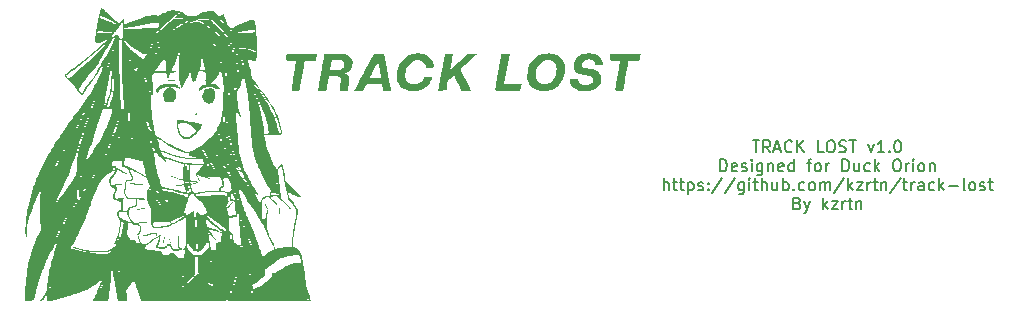
<source format=gbr>
%TF.GenerationSoftware,KiCad,Pcbnew,(6.0.5)*%
%TF.CreationDate,2022-07-04T16:20:22+08:00*%
%TF.ProjectId,track-lost,74726163-6b2d-46c6-9f73-742e6b696361,rev?*%
%TF.SameCoordinates,Original*%
%TF.FileFunction,Legend,Top*%
%TF.FilePolarity,Positive*%
%FSLAX46Y46*%
G04 Gerber Fmt 4.6, Leading zero omitted, Abs format (unit mm)*
G04 Created by KiCad (PCBNEW (6.0.5)) date 2022-07-04 16:20:22*
%MOMM*%
%LPD*%
G01*
G04 APERTURE LIST*
%ADD10C,0.150000*%
%ADD11C,3.048000*%
%ADD12C,3.987800*%
%ADD13C,1.750000*%
%ADD14C,0.650000*%
%ADD15O,1.000000X1.600000*%
%ADD16O,1.000000X2.100000*%
G04 APERTURE END LIST*
D10*
X138811666Y-150539880D02*
X139383095Y-150539880D01*
X139097380Y-151539880D02*
X139097380Y-150539880D01*
X140287857Y-151539880D02*
X139954523Y-151063690D01*
X139716428Y-151539880D02*
X139716428Y-150539880D01*
X140097380Y-150539880D01*
X140192619Y-150587500D01*
X140240238Y-150635119D01*
X140287857Y-150730357D01*
X140287857Y-150873214D01*
X140240238Y-150968452D01*
X140192619Y-151016071D01*
X140097380Y-151063690D01*
X139716428Y-151063690D01*
X140668809Y-151254166D02*
X141145000Y-151254166D01*
X140573571Y-151539880D02*
X140906904Y-150539880D01*
X141240238Y-151539880D01*
X142145000Y-151444642D02*
X142097380Y-151492261D01*
X141954523Y-151539880D01*
X141859285Y-151539880D01*
X141716428Y-151492261D01*
X141621190Y-151397023D01*
X141573571Y-151301785D01*
X141525952Y-151111309D01*
X141525952Y-150968452D01*
X141573571Y-150777976D01*
X141621190Y-150682738D01*
X141716428Y-150587500D01*
X141859285Y-150539880D01*
X141954523Y-150539880D01*
X142097380Y-150587500D01*
X142145000Y-150635119D01*
X142573571Y-151539880D02*
X142573571Y-150539880D01*
X143145000Y-151539880D02*
X142716428Y-150968452D01*
X143145000Y-150539880D02*
X142573571Y-151111309D01*
X144811666Y-151539880D02*
X144335476Y-151539880D01*
X144335476Y-150539880D01*
X145335476Y-150539880D02*
X145525952Y-150539880D01*
X145621190Y-150587500D01*
X145716428Y-150682738D01*
X145764047Y-150873214D01*
X145764047Y-151206547D01*
X145716428Y-151397023D01*
X145621190Y-151492261D01*
X145525952Y-151539880D01*
X145335476Y-151539880D01*
X145240238Y-151492261D01*
X145145000Y-151397023D01*
X145097380Y-151206547D01*
X145097380Y-150873214D01*
X145145000Y-150682738D01*
X145240238Y-150587500D01*
X145335476Y-150539880D01*
X146145000Y-151492261D02*
X146287857Y-151539880D01*
X146525952Y-151539880D01*
X146621190Y-151492261D01*
X146668809Y-151444642D01*
X146716428Y-151349404D01*
X146716428Y-151254166D01*
X146668809Y-151158928D01*
X146621190Y-151111309D01*
X146525952Y-151063690D01*
X146335476Y-151016071D01*
X146240238Y-150968452D01*
X146192619Y-150920833D01*
X146145000Y-150825595D01*
X146145000Y-150730357D01*
X146192619Y-150635119D01*
X146240238Y-150587500D01*
X146335476Y-150539880D01*
X146573571Y-150539880D01*
X146716428Y-150587500D01*
X147002142Y-150539880D02*
X147573571Y-150539880D01*
X147287857Y-151539880D02*
X147287857Y-150539880D01*
X148573571Y-150873214D02*
X148811666Y-151539880D01*
X149049761Y-150873214D01*
X149954523Y-151539880D02*
X149383095Y-151539880D01*
X149668809Y-151539880D02*
X149668809Y-150539880D01*
X149573571Y-150682738D01*
X149478333Y-150777976D01*
X149383095Y-150825595D01*
X150383095Y-151444642D02*
X150430714Y-151492261D01*
X150383095Y-151539880D01*
X150335476Y-151492261D01*
X150383095Y-151444642D01*
X150383095Y-151539880D01*
X151049761Y-150539880D02*
X151145000Y-150539880D01*
X151240238Y-150587500D01*
X151287857Y-150635119D01*
X151335476Y-150730357D01*
X151383095Y-150920833D01*
X151383095Y-151158928D01*
X151335476Y-151349404D01*
X151287857Y-151444642D01*
X151240238Y-151492261D01*
X151145000Y-151539880D01*
X151049761Y-151539880D01*
X150954523Y-151492261D01*
X150906904Y-151444642D01*
X150859285Y-151349404D01*
X150811666Y-151158928D01*
X150811666Y-150920833D01*
X150859285Y-150730357D01*
X150906904Y-150635119D01*
X150954523Y-150587500D01*
X151049761Y-150539880D01*
X136073571Y-153149880D02*
X136073571Y-152149880D01*
X136311666Y-152149880D01*
X136454523Y-152197500D01*
X136549761Y-152292738D01*
X136597380Y-152387976D01*
X136645000Y-152578452D01*
X136645000Y-152721309D01*
X136597380Y-152911785D01*
X136549761Y-153007023D01*
X136454523Y-153102261D01*
X136311666Y-153149880D01*
X136073571Y-153149880D01*
X137454523Y-153102261D02*
X137359285Y-153149880D01*
X137168809Y-153149880D01*
X137073571Y-153102261D01*
X137025952Y-153007023D01*
X137025952Y-152626071D01*
X137073571Y-152530833D01*
X137168809Y-152483214D01*
X137359285Y-152483214D01*
X137454523Y-152530833D01*
X137502142Y-152626071D01*
X137502142Y-152721309D01*
X137025952Y-152816547D01*
X137883095Y-153102261D02*
X137978333Y-153149880D01*
X138168809Y-153149880D01*
X138264047Y-153102261D01*
X138311666Y-153007023D01*
X138311666Y-152959404D01*
X138264047Y-152864166D01*
X138168809Y-152816547D01*
X138025952Y-152816547D01*
X137930714Y-152768928D01*
X137883095Y-152673690D01*
X137883095Y-152626071D01*
X137930714Y-152530833D01*
X138025952Y-152483214D01*
X138168809Y-152483214D01*
X138264047Y-152530833D01*
X138740238Y-153149880D02*
X138740238Y-152483214D01*
X138740238Y-152149880D02*
X138692619Y-152197500D01*
X138740238Y-152245119D01*
X138787857Y-152197500D01*
X138740238Y-152149880D01*
X138740238Y-152245119D01*
X139645000Y-152483214D02*
X139645000Y-153292738D01*
X139597380Y-153387976D01*
X139549761Y-153435595D01*
X139454523Y-153483214D01*
X139311666Y-153483214D01*
X139216428Y-153435595D01*
X139645000Y-153102261D02*
X139549761Y-153149880D01*
X139359285Y-153149880D01*
X139264047Y-153102261D01*
X139216428Y-153054642D01*
X139168809Y-152959404D01*
X139168809Y-152673690D01*
X139216428Y-152578452D01*
X139264047Y-152530833D01*
X139359285Y-152483214D01*
X139549761Y-152483214D01*
X139645000Y-152530833D01*
X140121190Y-152483214D02*
X140121190Y-153149880D01*
X140121190Y-152578452D02*
X140168809Y-152530833D01*
X140264047Y-152483214D01*
X140406904Y-152483214D01*
X140502142Y-152530833D01*
X140549761Y-152626071D01*
X140549761Y-153149880D01*
X141406904Y-153102261D02*
X141311666Y-153149880D01*
X141121190Y-153149880D01*
X141025952Y-153102261D01*
X140978333Y-153007023D01*
X140978333Y-152626071D01*
X141025952Y-152530833D01*
X141121190Y-152483214D01*
X141311666Y-152483214D01*
X141406904Y-152530833D01*
X141454523Y-152626071D01*
X141454523Y-152721309D01*
X140978333Y-152816547D01*
X142311666Y-153149880D02*
X142311666Y-152149880D01*
X142311666Y-153102261D02*
X142216428Y-153149880D01*
X142025952Y-153149880D01*
X141930714Y-153102261D01*
X141883095Y-153054642D01*
X141835476Y-152959404D01*
X141835476Y-152673690D01*
X141883095Y-152578452D01*
X141930714Y-152530833D01*
X142025952Y-152483214D01*
X142216428Y-152483214D01*
X142311666Y-152530833D01*
X143406904Y-152483214D02*
X143787857Y-152483214D01*
X143549761Y-153149880D02*
X143549761Y-152292738D01*
X143597380Y-152197500D01*
X143692619Y-152149880D01*
X143787857Y-152149880D01*
X144264047Y-153149880D02*
X144168809Y-153102261D01*
X144121190Y-153054642D01*
X144073571Y-152959404D01*
X144073571Y-152673690D01*
X144121190Y-152578452D01*
X144168809Y-152530833D01*
X144264047Y-152483214D01*
X144406904Y-152483214D01*
X144502142Y-152530833D01*
X144549761Y-152578452D01*
X144597380Y-152673690D01*
X144597380Y-152959404D01*
X144549761Y-153054642D01*
X144502142Y-153102261D01*
X144406904Y-153149880D01*
X144264047Y-153149880D01*
X145025952Y-153149880D02*
X145025952Y-152483214D01*
X145025952Y-152673690D02*
X145073571Y-152578452D01*
X145121190Y-152530833D01*
X145216428Y-152483214D01*
X145311666Y-152483214D01*
X146406904Y-153149880D02*
X146406904Y-152149880D01*
X146645000Y-152149880D01*
X146787857Y-152197500D01*
X146883095Y-152292738D01*
X146930714Y-152387976D01*
X146978333Y-152578452D01*
X146978333Y-152721309D01*
X146930714Y-152911785D01*
X146883095Y-153007023D01*
X146787857Y-153102261D01*
X146645000Y-153149880D01*
X146406904Y-153149880D01*
X147835476Y-152483214D02*
X147835476Y-153149880D01*
X147406904Y-152483214D02*
X147406904Y-153007023D01*
X147454523Y-153102261D01*
X147549761Y-153149880D01*
X147692619Y-153149880D01*
X147787857Y-153102261D01*
X147835476Y-153054642D01*
X148740238Y-153102261D02*
X148645000Y-153149880D01*
X148454523Y-153149880D01*
X148359285Y-153102261D01*
X148311666Y-153054642D01*
X148264047Y-152959404D01*
X148264047Y-152673690D01*
X148311666Y-152578452D01*
X148359285Y-152530833D01*
X148454523Y-152483214D01*
X148645000Y-152483214D01*
X148740238Y-152530833D01*
X149168809Y-153149880D02*
X149168809Y-152149880D01*
X149264047Y-152768928D02*
X149549761Y-153149880D01*
X149549761Y-152483214D02*
X149168809Y-152864166D01*
X150930714Y-152149880D02*
X151121190Y-152149880D01*
X151216428Y-152197500D01*
X151311666Y-152292738D01*
X151359285Y-152483214D01*
X151359285Y-152816547D01*
X151311666Y-153007023D01*
X151216428Y-153102261D01*
X151121190Y-153149880D01*
X150930714Y-153149880D01*
X150835476Y-153102261D01*
X150740238Y-153007023D01*
X150692619Y-152816547D01*
X150692619Y-152483214D01*
X150740238Y-152292738D01*
X150835476Y-152197500D01*
X150930714Y-152149880D01*
X151787857Y-153149880D02*
X151787857Y-152483214D01*
X151787857Y-152673690D02*
X151835476Y-152578452D01*
X151883095Y-152530833D01*
X151978333Y-152483214D01*
X152073571Y-152483214D01*
X152406904Y-153149880D02*
X152406904Y-152483214D01*
X152406904Y-152149880D02*
X152359285Y-152197500D01*
X152406904Y-152245119D01*
X152454523Y-152197500D01*
X152406904Y-152149880D01*
X152406904Y-152245119D01*
X153025952Y-153149880D02*
X152930714Y-153102261D01*
X152883095Y-153054642D01*
X152835476Y-152959404D01*
X152835476Y-152673690D01*
X152883095Y-152578452D01*
X152930714Y-152530833D01*
X153025952Y-152483214D01*
X153168809Y-152483214D01*
X153264047Y-152530833D01*
X153311666Y-152578452D01*
X153359285Y-152673690D01*
X153359285Y-152959404D01*
X153311666Y-153054642D01*
X153264047Y-153102261D01*
X153168809Y-153149880D01*
X153025952Y-153149880D01*
X153787857Y-152483214D02*
X153787857Y-153149880D01*
X153787857Y-152578452D02*
X153835476Y-152530833D01*
X153930714Y-152483214D01*
X154073571Y-152483214D01*
X154168809Y-152530833D01*
X154216428Y-152626071D01*
X154216428Y-153149880D01*
X131287857Y-154759880D02*
X131287857Y-153759880D01*
X131716428Y-154759880D02*
X131716428Y-154236071D01*
X131668809Y-154140833D01*
X131573571Y-154093214D01*
X131430714Y-154093214D01*
X131335476Y-154140833D01*
X131287857Y-154188452D01*
X132049761Y-154093214D02*
X132430714Y-154093214D01*
X132192619Y-153759880D02*
X132192619Y-154617023D01*
X132240238Y-154712261D01*
X132335476Y-154759880D01*
X132430714Y-154759880D01*
X132621190Y-154093214D02*
X133002142Y-154093214D01*
X132764047Y-153759880D02*
X132764047Y-154617023D01*
X132811666Y-154712261D01*
X132906904Y-154759880D01*
X133002142Y-154759880D01*
X133335476Y-154093214D02*
X133335476Y-155093214D01*
X133335476Y-154140833D02*
X133430714Y-154093214D01*
X133621190Y-154093214D01*
X133716428Y-154140833D01*
X133764047Y-154188452D01*
X133811666Y-154283690D01*
X133811666Y-154569404D01*
X133764047Y-154664642D01*
X133716428Y-154712261D01*
X133621190Y-154759880D01*
X133430714Y-154759880D01*
X133335476Y-154712261D01*
X134192619Y-154712261D02*
X134287857Y-154759880D01*
X134478333Y-154759880D01*
X134573571Y-154712261D01*
X134621190Y-154617023D01*
X134621190Y-154569404D01*
X134573571Y-154474166D01*
X134478333Y-154426547D01*
X134335476Y-154426547D01*
X134240238Y-154378928D01*
X134192619Y-154283690D01*
X134192619Y-154236071D01*
X134240238Y-154140833D01*
X134335476Y-154093214D01*
X134478333Y-154093214D01*
X134573571Y-154140833D01*
X135049761Y-154664642D02*
X135097380Y-154712261D01*
X135049761Y-154759880D01*
X135002142Y-154712261D01*
X135049761Y-154664642D01*
X135049761Y-154759880D01*
X135049761Y-154140833D02*
X135097380Y-154188452D01*
X135049761Y-154236071D01*
X135002142Y-154188452D01*
X135049761Y-154140833D01*
X135049761Y-154236071D01*
X136240238Y-153712261D02*
X135383095Y-154997976D01*
X137287857Y-153712261D02*
X136430714Y-154997976D01*
X138049761Y-154093214D02*
X138049761Y-154902738D01*
X138002142Y-154997976D01*
X137954523Y-155045595D01*
X137859285Y-155093214D01*
X137716428Y-155093214D01*
X137621190Y-155045595D01*
X138049761Y-154712261D02*
X137954523Y-154759880D01*
X137764047Y-154759880D01*
X137668809Y-154712261D01*
X137621190Y-154664642D01*
X137573571Y-154569404D01*
X137573571Y-154283690D01*
X137621190Y-154188452D01*
X137668809Y-154140833D01*
X137764047Y-154093214D01*
X137954523Y-154093214D01*
X138049761Y-154140833D01*
X138525952Y-154759880D02*
X138525952Y-154093214D01*
X138525952Y-153759880D02*
X138478333Y-153807500D01*
X138525952Y-153855119D01*
X138573571Y-153807500D01*
X138525952Y-153759880D01*
X138525952Y-153855119D01*
X138859285Y-154093214D02*
X139240238Y-154093214D01*
X139002142Y-153759880D02*
X139002142Y-154617023D01*
X139049761Y-154712261D01*
X139145000Y-154759880D01*
X139240238Y-154759880D01*
X139573571Y-154759880D02*
X139573571Y-153759880D01*
X140002142Y-154759880D02*
X140002142Y-154236071D01*
X139954523Y-154140833D01*
X139859285Y-154093214D01*
X139716428Y-154093214D01*
X139621190Y-154140833D01*
X139573571Y-154188452D01*
X140906904Y-154093214D02*
X140906904Y-154759880D01*
X140478333Y-154093214D02*
X140478333Y-154617023D01*
X140525952Y-154712261D01*
X140621190Y-154759880D01*
X140764047Y-154759880D01*
X140859285Y-154712261D01*
X140906904Y-154664642D01*
X141383095Y-154759880D02*
X141383095Y-153759880D01*
X141383095Y-154140833D02*
X141478333Y-154093214D01*
X141668809Y-154093214D01*
X141764047Y-154140833D01*
X141811666Y-154188452D01*
X141859285Y-154283690D01*
X141859285Y-154569404D01*
X141811666Y-154664642D01*
X141764047Y-154712261D01*
X141668809Y-154759880D01*
X141478333Y-154759880D01*
X141383095Y-154712261D01*
X142287857Y-154664642D02*
X142335476Y-154712261D01*
X142287857Y-154759880D01*
X142240238Y-154712261D01*
X142287857Y-154664642D01*
X142287857Y-154759880D01*
X143192619Y-154712261D02*
X143097380Y-154759880D01*
X142906904Y-154759880D01*
X142811666Y-154712261D01*
X142764047Y-154664642D01*
X142716428Y-154569404D01*
X142716428Y-154283690D01*
X142764047Y-154188452D01*
X142811666Y-154140833D01*
X142906904Y-154093214D01*
X143097380Y-154093214D01*
X143192619Y-154140833D01*
X143764047Y-154759880D02*
X143668809Y-154712261D01*
X143621190Y-154664642D01*
X143573571Y-154569404D01*
X143573571Y-154283690D01*
X143621190Y-154188452D01*
X143668809Y-154140833D01*
X143764047Y-154093214D01*
X143906904Y-154093214D01*
X144002142Y-154140833D01*
X144049761Y-154188452D01*
X144097380Y-154283690D01*
X144097380Y-154569404D01*
X144049761Y-154664642D01*
X144002142Y-154712261D01*
X143906904Y-154759880D01*
X143764047Y-154759880D01*
X144525952Y-154759880D02*
X144525952Y-154093214D01*
X144525952Y-154188452D02*
X144573571Y-154140833D01*
X144668809Y-154093214D01*
X144811666Y-154093214D01*
X144906904Y-154140833D01*
X144954523Y-154236071D01*
X144954523Y-154759880D01*
X144954523Y-154236071D02*
X145002142Y-154140833D01*
X145097380Y-154093214D01*
X145240238Y-154093214D01*
X145335476Y-154140833D01*
X145383095Y-154236071D01*
X145383095Y-154759880D01*
X146573571Y-153712261D02*
X145716428Y-154997976D01*
X146906904Y-154759880D02*
X146906904Y-153759880D01*
X147002142Y-154378928D02*
X147287857Y-154759880D01*
X147287857Y-154093214D02*
X146906904Y-154474166D01*
X147621190Y-154093214D02*
X148145000Y-154093214D01*
X147621190Y-154759880D01*
X148145000Y-154759880D01*
X148525952Y-154759880D02*
X148525952Y-154093214D01*
X148525952Y-154283690D02*
X148573571Y-154188452D01*
X148621190Y-154140833D01*
X148716428Y-154093214D01*
X148811666Y-154093214D01*
X149002142Y-154093214D02*
X149383095Y-154093214D01*
X149145000Y-153759880D02*
X149145000Y-154617023D01*
X149192619Y-154712261D01*
X149287857Y-154759880D01*
X149383095Y-154759880D01*
X149716428Y-154093214D02*
X149716428Y-154759880D01*
X149716428Y-154188452D02*
X149764047Y-154140833D01*
X149859285Y-154093214D01*
X150002142Y-154093214D01*
X150097380Y-154140833D01*
X150145000Y-154236071D01*
X150145000Y-154759880D01*
X151335476Y-153712261D02*
X150478333Y-154997976D01*
X151525952Y-154093214D02*
X151906904Y-154093214D01*
X151668809Y-153759880D02*
X151668809Y-154617023D01*
X151716428Y-154712261D01*
X151811666Y-154759880D01*
X151906904Y-154759880D01*
X152240238Y-154759880D02*
X152240238Y-154093214D01*
X152240238Y-154283690D02*
X152287857Y-154188452D01*
X152335476Y-154140833D01*
X152430714Y-154093214D01*
X152525952Y-154093214D01*
X153287857Y-154759880D02*
X153287857Y-154236071D01*
X153240238Y-154140833D01*
X153145000Y-154093214D01*
X152954523Y-154093214D01*
X152859285Y-154140833D01*
X153287857Y-154712261D02*
X153192619Y-154759880D01*
X152954523Y-154759880D01*
X152859285Y-154712261D01*
X152811666Y-154617023D01*
X152811666Y-154521785D01*
X152859285Y-154426547D01*
X152954523Y-154378928D01*
X153192619Y-154378928D01*
X153287857Y-154331309D01*
X154192619Y-154712261D02*
X154097380Y-154759880D01*
X153906904Y-154759880D01*
X153811666Y-154712261D01*
X153764047Y-154664642D01*
X153716428Y-154569404D01*
X153716428Y-154283690D01*
X153764047Y-154188452D01*
X153811666Y-154140833D01*
X153906904Y-154093214D01*
X154097380Y-154093214D01*
X154192619Y-154140833D01*
X154621190Y-154759880D02*
X154621190Y-153759880D01*
X154716428Y-154378928D02*
X155002142Y-154759880D01*
X155002142Y-154093214D02*
X154621190Y-154474166D01*
X155430714Y-154378928D02*
X156192619Y-154378928D01*
X156811666Y-154759880D02*
X156716428Y-154712261D01*
X156668809Y-154617023D01*
X156668809Y-153759880D01*
X157335476Y-154759880D02*
X157240238Y-154712261D01*
X157192619Y-154664642D01*
X157145000Y-154569404D01*
X157145000Y-154283690D01*
X157192619Y-154188452D01*
X157240238Y-154140833D01*
X157335476Y-154093214D01*
X157478333Y-154093214D01*
X157573571Y-154140833D01*
X157621190Y-154188452D01*
X157668809Y-154283690D01*
X157668809Y-154569404D01*
X157621190Y-154664642D01*
X157573571Y-154712261D01*
X157478333Y-154759880D01*
X157335476Y-154759880D01*
X158049761Y-154712261D02*
X158145000Y-154759880D01*
X158335476Y-154759880D01*
X158430714Y-154712261D01*
X158478333Y-154617023D01*
X158478333Y-154569404D01*
X158430714Y-154474166D01*
X158335476Y-154426547D01*
X158192619Y-154426547D01*
X158097380Y-154378928D01*
X158049761Y-154283690D01*
X158049761Y-154236071D01*
X158097380Y-154140833D01*
X158192619Y-154093214D01*
X158335476Y-154093214D01*
X158430714Y-154140833D01*
X158764047Y-154093214D02*
X159145000Y-154093214D01*
X158906904Y-153759880D02*
X158906904Y-154617023D01*
X158954523Y-154712261D01*
X159049761Y-154759880D01*
X159145000Y-154759880D01*
X142597380Y-155846071D02*
X142740238Y-155893690D01*
X142787857Y-155941309D01*
X142835476Y-156036547D01*
X142835476Y-156179404D01*
X142787857Y-156274642D01*
X142740238Y-156322261D01*
X142645000Y-156369880D01*
X142264047Y-156369880D01*
X142264047Y-155369880D01*
X142597380Y-155369880D01*
X142692619Y-155417500D01*
X142740238Y-155465119D01*
X142787857Y-155560357D01*
X142787857Y-155655595D01*
X142740238Y-155750833D01*
X142692619Y-155798452D01*
X142597380Y-155846071D01*
X142264047Y-155846071D01*
X143168809Y-155703214D02*
X143406904Y-156369880D01*
X143645000Y-155703214D02*
X143406904Y-156369880D01*
X143311666Y-156607976D01*
X143264047Y-156655595D01*
X143168809Y-156703214D01*
X144787857Y-156369880D02*
X144787857Y-155369880D01*
X144883095Y-155988928D02*
X145168809Y-156369880D01*
X145168809Y-155703214D02*
X144787857Y-156084166D01*
X145502142Y-155703214D02*
X146025952Y-155703214D01*
X145502142Y-156369880D01*
X146025952Y-156369880D01*
X146406904Y-156369880D02*
X146406904Y-155703214D01*
X146406904Y-155893690D02*
X146454523Y-155798452D01*
X146502142Y-155750833D01*
X146597380Y-155703214D01*
X146692619Y-155703214D01*
X146883095Y-155703214D02*
X147264047Y-155703214D01*
X147025952Y-155369880D02*
X147025952Y-156227023D01*
X147073571Y-156322261D01*
X147168809Y-156369880D01*
X147264047Y-156369880D01*
X147597380Y-155703214D02*
X147597380Y-156369880D01*
X147597380Y-155798452D02*
X147645000Y-155750833D01*
X147740238Y-155703214D01*
X147883095Y-155703214D01*
X147978333Y-155750833D01*
X148025952Y-155846071D01*
X148025952Y-156369880D01*
%TO.C,G\u002A\u002A\u002A*%
G36*
X125158707Y-143169643D02*
G01*
X125241734Y-143178907D01*
X125501128Y-143233826D01*
X125715759Y-143320489D01*
X125886180Y-143439402D01*
X126012946Y-143591071D01*
X126096608Y-143776004D01*
X126137719Y-143994706D01*
X126138197Y-144000491D01*
X126152004Y-144172495D01*
X125818008Y-144172495D01*
X125677894Y-144172081D01*
X125583706Y-144169747D01*
X125526335Y-144163854D01*
X125496671Y-144152762D01*
X125485604Y-144134830D01*
X125484013Y-144112386D01*
X125472227Y-144050973D01*
X125442659Y-143968744D01*
X125428973Y-143938578D01*
X125348587Y-143827809D01*
X125236905Y-143749043D01*
X125103466Y-143701106D01*
X124957807Y-143682823D01*
X124809467Y-143693020D01*
X124667985Y-143730523D01*
X124542900Y-143794157D01*
X124443749Y-143882748D01*
X124380072Y-143995122D01*
X124363257Y-144069785D01*
X124361404Y-144169082D01*
X124384275Y-144248662D01*
X124437220Y-144311932D01*
X124525590Y-144362300D01*
X124654734Y-144403174D01*
X124830002Y-144437963D01*
X124974912Y-144459430D01*
X125187902Y-144492231D01*
X125357226Y-144528372D01*
X125494256Y-144571265D01*
X125610365Y-144624319D01*
X125693757Y-144674972D01*
X125834410Y-144794267D01*
X125930076Y-144936112D01*
X125985009Y-145108385D01*
X126001110Y-145244171D01*
X125991896Y-145485367D01*
X125934964Y-145699243D01*
X125830612Y-145885377D01*
X125679139Y-146043347D01*
X125480845Y-146172729D01*
X125284086Y-146256993D01*
X125200049Y-146284404D01*
X125120646Y-146304142D01*
X125033400Y-146317760D01*
X124925835Y-146326807D01*
X124785473Y-146332833D01*
X124644685Y-146336446D01*
X124448182Y-146338905D01*
X124296992Y-146336265D01*
X124181580Y-146328025D01*
X124092413Y-146313679D01*
X124059926Y-146305552D01*
X123832955Y-146222636D01*
X123653409Y-146113217D01*
X123519279Y-145974987D01*
X123428557Y-145805639D01*
X123379232Y-145602865D01*
X123370771Y-145514044D01*
X123357982Y-145300772D01*
X124045869Y-145300772D01*
X124059544Y-145422094D01*
X124097901Y-145569378D01*
X124176670Y-145682237D01*
X124297120Y-145761520D01*
X124460518Y-145808073D01*
X124658444Y-145822759D01*
X124866805Y-145806006D01*
X125039686Y-145756442D01*
X125173595Y-145676079D01*
X125265038Y-145566931D01*
X125307565Y-145448876D01*
X125312244Y-145336214D01*
X125277716Y-145243685D01*
X125200684Y-145168737D01*
X125077850Y-145108818D01*
X124905919Y-145061378D01*
X124776150Y-145037575D01*
X124520960Y-144994128D01*
X124314144Y-144951224D01*
X124149144Y-144905997D01*
X124019401Y-144855576D01*
X123918357Y-144797093D01*
X123839455Y-144727679D01*
X123776136Y-144644467D01*
X123742138Y-144585279D01*
X123704862Y-144510106D01*
X123682280Y-144446964D01*
X123671550Y-144378718D01*
X123669830Y-144288236D01*
X123673686Y-144172495D01*
X123685932Y-144006662D01*
X123708500Y-143880478D01*
X123742779Y-143781826D01*
X123826657Y-143644305D01*
X123947277Y-143509465D01*
X124088150Y-143393964D01*
X124183299Y-143336877D01*
X124397705Y-143251857D01*
X124643628Y-143193870D01*
X124903239Y-143165578D01*
X125158707Y-143169643D01*
G37*
G36*
X90189002Y-158462157D02*
G01*
X90199157Y-158533234D01*
X90211885Y-158649115D01*
X90226700Y-158804740D01*
X90243118Y-158995050D01*
X90260651Y-159214983D01*
X90276320Y-159424878D01*
X90293773Y-159665669D01*
X90414354Y-159665669D01*
X90490999Y-159669758D01*
X90526627Y-159685936D01*
X90534934Y-159717440D01*
X90518327Y-159756126D01*
X90461878Y-159785745D01*
X90412732Y-159799982D01*
X90335636Y-159824121D01*
X90283380Y-159849207D01*
X90273513Y-159858287D01*
X90238675Y-159871837D01*
X90164632Y-159879991D01*
X90066949Y-159882772D01*
X89961190Y-159880206D01*
X89862922Y-159872316D01*
X89787708Y-159859126D01*
X89782086Y-159857526D01*
X89681973Y-159810270D01*
X89608956Y-159732005D01*
X89556408Y-159613809D01*
X89532205Y-159521195D01*
X89514094Y-159471122D01*
X89477146Y-159449765D01*
X89410398Y-159445517D01*
X89310659Y-159462533D01*
X89252688Y-159504584D01*
X89197817Y-159557435D01*
X89122257Y-159620031D01*
X89092940Y-159642179D01*
X89030683Y-159683307D01*
X88971936Y-159706908D01*
X88897821Y-159717632D01*
X88789460Y-159720126D01*
X88776472Y-159720103D01*
X88606428Y-159707342D01*
X88464794Y-159672117D01*
X88360283Y-159617442D01*
X88307073Y-159557787D01*
X88295370Y-159520012D01*
X88301591Y-159471352D01*
X88329115Y-159399293D01*
X88376503Y-159300898D01*
X88434214Y-159172844D01*
X88488182Y-159030806D01*
X88525775Y-158908898D01*
X88552522Y-158817351D01*
X88577844Y-158753504D01*
X88596783Y-158729532D01*
X88598599Y-158730024D01*
X88611175Y-158762762D01*
X88619791Y-158833875D01*
X88622366Y-158910718D01*
X88617781Y-159008664D01*
X88599965Y-159093721D01*
X88562830Y-159187187D01*
X88517306Y-159278157D01*
X88470166Y-159375313D01*
X88437677Y-159456431D01*
X88425213Y-159507566D01*
X88426117Y-159514813D01*
X88461930Y-159543138D01*
X88536626Y-159568823D01*
X88634049Y-159588834D01*
X88738046Y-159600135D01*
X88832462Y-159599691D01*
X88859749Y-159596285D01*
X88975086Y-159553632D01*
X89101537Y-159461410D01*
X89104357Y-159458913D01*
X89187747Y-159388023D01*
X89253769Y-159344815D01*
X89324481Y-159318574D01*
X89421943Y-159298581D01*
X89441055Y-159295319D01*
X89507170Y-159281479D01*
X89542444Y-159268862D01*
X89544252Y-159266416D01*
X89535045Y-159236418D01*
X89511481Y-159172186D01*
X89492574Y-159123188D01*
X89467320Y-159049640D01*
X89445008Y-158969056D01*
X89427523Y-158891949D01*
X89416753Y-158828831D01*
X89414581Y-158790217D01*
X89422895Y-158786619D01*
X89436862Y-158812581D01*
X89458369Y-158870259D01*
X89489105Y-158963842D01*
X89523524Y-159076221D01*
X89534970Y-159115290D01*
X89571264Y-159240606D01*
X89606834Y-159363227D01*
X89635174Y-159460734D01*
X89640142Y-159477786D01*
X89678023Y-159592529D01*
X89719894Y-159669429D01*
X89777181Y-159715943D01*
X89861306Y-159739528D01*
X89983693Y-159747638D01*
X90054499Y-159748226D01*
X90151735Y-159742510D01*
X90202724Y-159719785D01*
X90215577Y-159671682D01*
X90200592Y-159597477D01*
X90182112Y-159506017D01*
X90167123Y-159381326D01*
X90155796Y-159233837D01*
X90148297Y-159073981D01*
X90144797Y-158912192D01*
X90145462Y-158758901D01*
X90150463Y-158624540D01*
X90159967Y-158519542D01*
X90174143Y-158454340D01*
X90181905Y-158440944D01*
X90189002Y-158462157D01*
G37*
G36*
X95515866Y-153350068D02*
G01*
X95502106Y-153363827D01*
X95488347Y-153350068D01*
X95502106Y-153336308D01*
X95515866Y-153350068D01*
G37*
G36*
X105884204Y-144822771D02*
G01*
X105922746Y-144751183D01*
X106753029Y-143209331D01*
X107185635Y-143209331D01*
X107348558Y-143209586D01*
X107464736Y-143211115D01*
X107542465Y-143215065D01*
X107590039Y-143222586D01*
X107615751Y-143234823D01*
X107627896Y-143252925D01*
X107633141Y-143271249D01*
X107641257Y-143310737D01*
X107658115Y-143397211D01*
X107682596Y-143524702D01*
X107713577Y-143687241D01*
X107749938Y-143878860D01*
X107790557Y-144093591D01*
X107834314Y-144325464D01*
X107880087Y-144568511D01*
X107926756Y-144816764D01*
X107973198Y-145064255D01*
X108018294Y-145305014D01*
X108060922Y-145533073D01*
X108099961Y-145742463D01*
X108134290Y-145927217D01*
X108162788Y-146081365D01*
X108184333Y-146198939D01*
X108197805Y-146273971D01*
X108202106Y-146300349D01*
X108176326Y-146307405D01*
X108105931Y-146313234D01*
X108001342Y-146317272D01*
X107872977Y-146318956D01*
X107858119Y-146318974D01*
X107713619Y-146318136D01*
X107615571Y-146314891D01*
X107555403Y-146308134D01*
X107524546Y-146296766D01*
X107514427Y-146279685D01*
X107514132Y-146274760D01*
X107509370Y-146228945D01*
X107496643Y-146144167D01*
X107478290Y-146035527D01*
X107469358Y-145985811D01*
X107424583Y-145741075D01*
X106141180Y-145741075D01*
X105986190Y-146030024D01*
X105831199Y-146318974D01*
X105461831Y-146318974D01*
X105326451Y-146318066D01*
X105213357Y-146315580D01*
X105132605Y-146311867D01*
X105094251Y-146307281D01*
X105092464Y-146306005D01*
X105105165Y-146280160D01*
X105141803Y-146209987D01*
X105200186Y-146099594D01*
X105278117Y-145953092D01*
X105373403Y-145774590D01*
X105483850Y-145568198D01*
X105607261Y-145338024D01*
X105680644Y-145201386D01*
X106413374Y-145201386D01*
X106439406Y-145206897D01*
X106511560Y-145211650D01*
X106620922Y-145215327D01*
X106758576Y-145217609D01*
X106883383Y-145218215D01*
X107353392Y-145218215D01*
X107337890Y-145142538D01*
X107328883Y-145093541D01*
X107312480Y-144999422D01*
X107290248Y-144869361D01*
X107263752Y-144712537D01*
X107234558Y-144538133D01*
X107224236Y-144476105D01*
X107195107Y-144302855D01*
X107168548Y-144148813D01*
X107145988Y-144021943D01*
X107128853Y-143930207D01*
X107118571Y-143881568D01*
X107116670Y-143875935D01*
X107100961Y-143895334D01*
X107064187Y-143956182D01*
X107010353Y-144050930D01*
X106943463Y-144172032D01*
X106867524Y-144311940D01*
X106786539Y-144463105D01*
X106704513Y-144617980D01*
X106625453Y-144769017D01*
X106553361Y-144908669D01*
X106492244Y-145029387D01*
X106446106Y-145123624D01*
X106418952Y-145183832D01*
X106413374Y-145201386D01*
X105680644Y-145201386D01*
X105741444Y-145088178D01*
X105884204Y-144822771D01*
G37*
G36*
X119752424Y-144788531D02*
G01*
X119772530Y-144622804D01*
X119799452Y-144488963D01*
X119905210Y-144189018D01*
X120053675Y-143920847D01*
X120241674Y-143687666D01*
X120466033Y-143492687D01*
X120723581Y-143339124D01*
X121011143Y-143230193D01*
X121053461Y-143218728D01*
X121197343Y-143192586D01*
X121373827Y-143176899D01*
X121563481Y-143171925D01*
X121746875Y-143177926D01*
X121904577Y-143195162D01*
X121961586Y-143206556D01*
X122216509Y-143293387D01*
X122437379Y-143420816D01*
X122621017Y-143585607D01*
X122764241Y-143784527D01*
X122863871Y-144014339D01*
X122900642Y-144161647D01*
X122915732Y-144301614D01*
X122917821Y-144476270D01*
X122907885Y-144667073D01*
X122886899Y-144855479D01*
X122855837Y-145022943D01*
X122855208Y-145025582D01*
X122758623Y-145319570D01*
X122618483Y-145584778D01*
X122438716Y-145817193D01*
X122223256Y-146012800D01*
X121976032Y-146167586D01*
X121700976Y-146277539D01*
X121603423Y-146303619D01*
X121470309Y-146325528D01*
X121304585Y-146338873D01*
X121123330Y-146343646D01*
X120943621Y-146339838D01*
X120782537Y-146327441D01*
X120657155Y-146306448D01*
X120647956Y-146304069D01*
X120397152Y-146210908D01*
X120181275Y-146077393D01*
X120003337Y-145906542D01*
X119866348Y-145701376D01*
X119773318Y-145464911D01*
X119760193Y-145413877D01*
X119743602Y-145296629D01*
X119737250Y-145142171D01*
X119738578Y-145069023D01*
X120431785Y-145069023D01*
X120460315Y-145280205D01*
X120529945Y-145456915D01*
X120640009Y-145597892D01*
X120789841Y-145701876D01*
X120938144Y-145757648D01*
X121070988Y-145785890D01*
X121190751Y-145790905D01*
X121323604Y-145772754D01*
X121387746Y-145758674D01*
X121601125Y-145681499D01*
X121787360Y-145559244D01*
X121943541Y-145396243D01*
X122066761Y-145196829D01*
X122154111Y-144965338D01*
X122202683Y-144706103D01*
X122212065Y-144530241D01*
X122200377Y-144317377D01*
X122160643Y-144146241D01*
X122089173Y-144009208D01*
X121982276Y-143898652D01*
X121871007Y-143825380D01*
X121794934Y-143786392D01*
X121727409Y-143762795D01*
X121650143Y-143750926D01*
X121544847Y-143747123D01*
X121480005Y-143747083D01*
X121276230Y-143761899D01*
X121105722Y-143808656D01*
X120953660Y-143893904D01*
X120805223Y-144024194D01*
X120770543Y-144060674D01*
X120636592Y-144235223D01*
X120538150Y-144434513D01*
X120471233Y-144667892D01*
X120445023Y-144824630D01*
X120431785Y-145069023D01*
X119738578Y-145069023D01*
X119740427Y-144967229D01*
X119752424Y-144788531D01*
G37*
G36*
X117751946Y-143213126D02*
G01*
X117881706Y-143215105D01*
X117893312Y-143215361D01*
X118235544Y-143223091D01*
X117790120Y-145741075D01*
X119243176Y-145741075D01*
X119228284Y-145802993D01*
X119217289Y-145858709D01*
X119201418Y-145951242D01*
X119183665Y-146062939D01*
X119179261Y-146091942D01*
X119145130Y-146318974D01*
X118065469Y-146318974D01*
X117793085Y-146318851D01*
X117570757Y-146318335D01*
X117393504Y-146317200D01*
X117256343Y-146315222D01*
X117154294Y-146312177D01*
X117082374Y-146307839D01*
X117035602Y-146301985D01*
X117008995Y-146294390D01*
X116997574Y-146284830D01*
X116996355Y-146273079D01*
X116996811Y-146270815D01*
X117003490Y-146235316D01*
X117018706Y-146150691D01*
X117041562Y-146022035D01*
X117071161Y-145854446D01*
X117106606Y-145653019D01*
X117146998Y-145422853D01*
X117191441Y-145169042D01*
X117239037Y-144896684D01*
X117268868Y-144725723D01*
X117317794Y-144446056D01*
X117364109Y-144183008D01*
X117406926Y-143941510D01*
X117445356Y-143726495D01*
X117478510Y-143542895D01*
X117505499Y-143395642D01*
X117525436Y-143289669D01*
X117537430Y-143229906D01*
X117540500Y-143218210D01*
X117570469Y-143214767D01*
X117644576Y-143213043D01*
X117751946Y-143213126D01*
G37*
G36*
X98759185Y-156243874D02*
G01*
X98777245Y-156291769D01*
X98787512Y-156388164D01*
X98790622Y-156529134D01*
X98786128Y-156662088D01*
X98772432Y-156741846D01*
X98749216Y-156769526D01*
X98725663Y-156757084D01*
X98716068Y-156721180D01*
X98710336Y-156646958D01*
X98708254Y-156549864D01*
X98709613Y-156445343D01*
X98714202Y-156348841D01*
X98721810Y-156275805D01*
X98732227Y-156241679D01*
X98732701Y-156241341D01*
X98759185Y-156243874D01*
G37*
G36*
X129295713Y-143395084D02*
G01*
X129274709Y-143508523D01*
X129254913Y-143616340D01*
X129242625Y-143684033D01*
X129224098Y-143787229D01*
X128757522Y-143787229D01*
X128587007Y-143788724D01*
X128449472Y-143792972D01*
X128351172Y-143799621D01*
X128298359Y-143808318D01*
X128290947Y-143813577D01*
X128286345Y-143845372D01*
X128273321Y-143924645D01*
X128253048Y-144044679D01*
X128226699Y-144198758D01*
X128195450Y-144380164D01*
X128160471Y-144582181D01*
X128122938Y-144798091D01*
X128084024Y-145021178D01*
X128044901Y-145244725D01*
X128006744Y-145462015D01*
X127970726Y-145666331D01*
X127938020Y-145850956D01*
X127909800Y-146009174D01*
X127887239Y-146134267D01*
X127871511Y-146219518D01*
X127864069Y-146257056D01*
X127855719Y-146282748D01*
X127838625Y-146300128D01*
X127803408Y-146310818D01*
X127740690Y-146316441D01*
X127641091Y-146318618D01*
X127506132Y-146318974D01*
X127362815Y-146318289D01*
X127265769Y-146315414D01*
X127206238Y-146309114D01*
X127175464Y-146298158D01*
X127164688Y-146281313D01*
X127164047Y-146270815D01*
X127168992Y-146234398D01*
X127182589Y-146149509D01*
X127203861Y-146021866D01*
X127231834Y-145857187D01*
X127265530Y-145661190D01*
X127303975Y-145439592D01*
X127346191Y-145198111D01*
X127378959Y-145011823D01*
X127592495Y-143800989D01*
X127143569Y-143787229D01*
X126993045Y-143781391D01*
X126863548Y-143774033D01*
X126764294Y-143765869D01*
X126704499Y-143757611D01*
X126691066Y-143752237D01*
X126693356Y-143715360D01*
X126702780Y-143640229D01*
X126716883Y-143542789D01*
X126733210Y-143438981D01*
X126749304Y-143344748D01*
X126762710Y-143276035D01*
X126767268Y-143257489D01*
X126773383Y-143246208D01*
X126787786Y-143236833D01*
X126815163Y-143229190D01*
X126860201Y-143223101D01*
X126927584Y-143218394D01*
X127022001Y-143214892D01*
X127148137Y-143212420D01*
X127310680Y-143210803D01*
X127514314Y-143209866D01*
X127763727Y-143209434D01*
X128055693Y-143209331D01*
X129330274Y-143209331D01*
X129295713Y-143395084D01*
G37*
G36*
X88250860Y-159239125D02*
G01*
X88237101Y-159252885D01*
X88223342Y-159239125D01*
X88237101Y-159225366D01*
X88250860Y-159239125D01*
G37*
G36*
X87267918Y-156259792D02*
G01*
X87356494Y-156269624D01*
X87280451Y-156302207D01*
X87170329Y-156337141D01*
X87020171Y-156367416D01*
X86844933Y-156390662D01*
X86659569Y-156404506D01*
X86627242Y-156405784D01*
X86516883Y-156409370D01*
X86459052Y-156410410D01*
X86451273Y-156408324D01*
X86491071Y-156402532D01*
X86572204Y-156392892D01*
X86691712Y-156374021D01*
X86832975Y-156344584D01*
X86965210Y-156311010D01*
X87078949Y-156282917D01*
X87183712Y-156264509D01*
X87259489Y-156259171D01*
X87267918Y-156259792D01*
G37*
G36*
X88354523Y-158351165D02*
G01*
X88384899Y-158417934D01*
X88388455Y-158466704D01*
X88380212Y-158522472D01*
X88360294Y-158580760D01*
X88335921Y-158627420D01*
X88314312Y-158648301D01*
X88303248Y-158633708D01*
X88299364Y-158589271D01*
X88295778Y-158517738D01*
X88295493Y-158509873D01*
X88293457Y-158465862D01*
X88285314Y-158437393D01*
X88262587Y-158424138D01*
X88216801Y-158425768D01*
X88139482Y-158441955D01*
X88022153Y-158472370D01*
X87934392Y-158495875D01*
X87807058Y-158529844D01*
X87689214Y-158561068D01*
X87597714Y-158585093D01*
X87562886Y-158594092D01*
X87480441Y-158607798D01*
X87372295Y-158616608D01*
X87301456Y-158618417D01*
X87212244Y-158617135D01*
X87169824Y-158611598D01*
X87165963Y-158598813D01*
X87189760Y-158577795D01*
X87256578Y-158547943D01*
X87327355Y-158537176D01*
X87386507Y-158530332D01*
X87484959Y-158511869D01*
X87608905Y-158484620D01*
X87741760Y-158452133D01*
X87881631Y-158416232D01*
X88013459Y-158382444D01*
X88121782Y-158354731D01*
X88187746Y-158337911D01*
X88290040Y-158325283D01*
X88354523Y-158351165D01*
G37*
G36*
X89779519Y-145734699D02*
G01*
X89846563Y-145742286D01*
X89951188Y-145762168D01*
X90021998Y-145788926D01*
X90080107Y-145832861D01*
X90122150Y-145876703D01*
X90194364Y-145949457D01*
X90266674Y-146011213D01*
X90294143Y-146030519D01*
X90345203Y-146074466D01*
X90369538Y-146118709D01*
X90361572Y-146148704D01*
X90341418Y-146153860D01*
X90299197Y-146143949D01*
X90231067Y-146119472D01*
X90215339Y-146113048D01*
X90063414Y-146064238D01*
X89875762Y-146026371D01*
X89671062Y-146002054D01*
X89467988Y-145993894D01*
X89379138Y-145996344D01*
X89229964Y-146008501D01*
X89100614Y-146030721D01*
X88966222Y-146068339D01*
X88843253Y-146111304D01*
X88701721Y-146164370D01*
X88604538Y-146205215D01*
X88544149Y-146239921D01*
X88512997Y-146274569D01*
X88503528Y-146315242D01*
X88508185Y-146368021D01*
X88509986Y-146379563D01*
X88516976Y-146443422D01*
X88504177Y-146474620D01*
X88460478Y-146479881D01*
X88374770Y-146465931D01*
X88369117Y-146464837D01*
X88313556Y-146430655D01*
X88288895Y-146363160D01*
X88293252Y-146273246D01*
X88324744Y-146171809D01*
X88381489Y-146069743D01*
X88451642Y-145987265D01*
X88517176Y-145930857D01*
X88585698Y-145890395D01*
X88674420Y-145857869D01*
X88799048Y-145825624D01*
X88994706Y-145786835D01*
X89205807Y-145757137D01*
X89417127Y-145737740D01*
X89613439Y-145729857D01*
X89779519Y-145734699D01*
G37*
G36*
X89031337Y-158715047D02*
G01*
X89031206Y-158757100D01*
X89019286Y-158835309D01*
X88994692Y-158956318D01*
X88974776Y-159046492D01*
X88943283Y-159175149D01*
X88918393Y-159253626D01*
X88900995Y-159281070D01*
X88891976Y-159256627D01*
X88892223Y-159179445D01*
X88895983Y-159122270D01*
X88910803Y-159003967D01*
X88934448Y-158890260D01*
X88963183Y-158793729D01*
X88993274Y-158726953D01*
X89020563Y-158702505D01*
X89031337Y-158715047D01*
G37*
G36*
X91796474Y-148213397D02*
G01*
X91800806Y-148272820D01*
X91792681Y-148348849D01*
X91771397Y-148382845D01*
X91741590Y-148369102D01*
X91732752Y-148356578D01*
X91696828Y-148341054D01*
X91678873Y-148344695D01*
X91635518Y-148345579D01*
X91622084Y-148313262D01*
X91640246Y-148261777D01*
X91665125Y-148229504D01*
X91730171Y-148173531D01*
X91773607Y-148168051D01*
X91796474Y-148213397D01*
G37*
G36*
X96315251Y-162396229D02*
G01*
X96296189Y-162234056D01*
X96285351Y-162100461D01*
X96282408Y-161990331D01*
X96287034Y-161898551D01*
X96298902Y-161820007D01*
X96317684Y-161749586D01*
X96343054Y-161682174D01*
X96365135Y-161632803D01*
X96412037Y-161531969D01*
X96438576Y-161470974D01*
X96447707Y-161439804D01*
X96442387Y-161428445D01*
X96425919Y-161426883D01*
X96401829Y-161449373D01*
X96359864Y-161509303D01*
X96307696Y-161595361D01*
X96288324Y-161629783D01*
X96236777Y-161729371D01*
X96201770Y-161818059D01*
X96182475Y-161907326D01*
X96178063Y-162008652D01*
X96187705Y-162133513D01*
X96210574Y-162293390D01*
X96231453Y-162417565D01*
X96255291Y-162559490D01*
X96283987Y-162736994D01*
X96314547Y-162931180D01*
X96343974Y-163123152D01*
X96355567Y-163200541D01*
X96380151Y-163362204D01*
X96403930Y-163511682D01*
X96425003Y-163637530D01*
X96441471Y-163728302D01*
X96449201Y-163764680D01*
X96469574Y-163858901D01*
X96488034Y-163963636D01*
X96490367Y-163979266D01*
X96507199Y-164096222D01*
X94333913Y-164096222D01*
X94360141Y-164027237D01*
X94392174Y-163952207D01*
X94429927Y-163874021D01*
X94457591Y-163798198D01*
X94464241Y-163731410D01*
X94463998Y-163729733D01*
X94452929Y-163713209D01*
X94429299Y-163738051D01*
X94390423Y-163807996D01*
X94354043Y-163882950D01*
X94253575Y-164096222D01*
X86992120Y-164096222D01*
X86903760Y-163786633D01*
X86865876Y-163658634D01*
X86815023Y-163493612D01*
X86775644Y-163368957D01*
X94577387Y-163368957D01*
X94676890Y-163570293D01*
X94723670Y-163661690D01*
X94761161Y-163728875D01*
X94783142Y-163760917D01*
X94785918Y-163761931D01*
X94785803Y-163732406D01*
X94777677Y-163661044D01*
X94763086Y-163560210D01*
X94752516Y-163494578D01*
X94709590Y-163236921D01*
X94807857Y-163054275D01*
X94904310Y-162859952D01*
X94981951Y-162666066D01*
X95049014Y-162450671D01*
X95082844Y-162321249D01*
X95121153Y-162103085D01*
X95140252Y-161842405D01*
X95140949Y-161547961D01*
X95124050Y-161228507D01*
X95090360Y-160892794D01*
X95040687Y-160549575D01*
X94975837Y-160207604D01*
X94896617Y-159875634D01*
X94838832Y-159672745D01*
X94804486Y-159570416D01*
X94783249Y-159518835D01*
X95309474Y-159518835D01*
X95433309Y-159548026D01*
X95549541Y-159572364D01*
X95619973Y-159579012D01*
X95650816Y-159568278D01*
X95653461Y-159558963D01*
X95629659Y-159510507D01*
X95562297Y-159487702D01*
X95457436Y-159492395D01*
X95442927Y-159494839D01*
X95309474Y-159518835D01*
X94783249Y-159518835D01*
X94772203Y-159492007D01*
X94747236Y-159449649D01*
X94740462Y-159445517D01*
X94727763Y-159448463D01*
X94721966Y-159462553D01*
X94724444Y-159495666D01*
X94736575Y-159555682D01*
X94759734Y-159650480D01*
X94795296Y-159787940D01*
X94810129Y-159844542D01*
X94844895Y-159985727D01*
X94883865Y-160157809D01*
X94921902Y-160337449D01*
X94949648Y-160478568D01*
X95018625Y-160897101D01*
X95059642Y-161275636D01*
X95072062Y-161621949D01*
X95055249Y-161943819D01*
X95008564Y-162249024D01*
X94931370Y-162545340D01*
X94823031Y-162840548D01*
X94741106Y-163023976D01*
X94577387Y-163368957D01*
X86775644Y-163368957D01*
X86755962Y-163306651D01*
X86693450Y-163112833D01*
X86638764Y-162946775D01*
X86585076Y-162783664D01*
X86537957Y-162636810D01*
X86500053Y-162514763D01*
X86474007Y-162426071D01*
X86462464Y-162379281D01*
X86462128Y-162375756D01*
X86455742Y-162340180D01*
X86434814Y-162335627D01*
X86396687Y-162364946D01*
X86338707Y-162430984D01*
X86258217Y-162536591D01*
X86152562Y-162684613D01*
X86089542Y-162775312D01*
X86010742Y-162889226D01*
X85933591Y-163000386D01*
X85869826Y-163091894D01*
X85845873Y-163126076D01*
X85763703Y-163242930D01*
X85813046Y-163593899D01*
X85831113Y-163734517D01*
X85844435Y-163862314D01*
X85851802Y-163963724D01*
X85852004Y-164025180D01*
X85851746Y-164027424D01*
X85841102Y-164109981D01*
X85798152Y-164013665D01*
X85778065Y-163951194D01*
X85753090Y-163847443D01*
X85726086Y-163715624D01*
X85699911Y-163568945D01*
X85693925Y-163532083D01*
X85633737Y-163174361D01*
X85572379Y-162857331D01*
X85505995Y-162566712D01*
X85430728Y-162288224D01*
X85342721Y-162007586D01*
X85238117Y-161710518D01*
X85114183Y-161385604D01*
X85050716Y-161218355D01*
X84982217Y-161028917D01*
X84918315Y-160844321D01*
X84881338Y-160732029D01*
X84829064Y-160578245D01*
X84785975Y-160472473D01*
X84753060Y-160416968D01*
X84739496Y-160408681D01*
X84706879Y-160421866D01*
X84707641Y-160465555D01*
X84742050Y-160545946D01*
X84745704Y-160553064D01*
X84767209Y-160604434D01*
X84802096Y-160699259D01*
X84847226Y-160828491D01*
X84899463Y-160983086D01*
X84955668Y-161153997D01*
X84976673Y-161219033D01*
X85039603Y-161411985D01*
X85105511Y-161609065D01*
X85169694Y-161796559D01*
X85227451Y-161960751D01*
X85274078Y-162087928D01*
X85279104Y-162101097D01*
X85346241Y-162280003D01*
X85399981Y-162435243D01*
X85443595Y-162579893D01*
X85480351Y-162727032D01*
X85513521Y-162889738D01*
X85546373Y-163081090D01*
X85581846Y-163311931D01*
X85608413Y-163486261D01*
X85634250Y-163647781D01*
X85657645Y-163786376D01*
X85676883Y-163891931D01*
X85690251Y-163954333D01*
X85691380Y-163958445D01*
X85709781Y-164027499D01*
X85718901Y-164072065D01*
X85719116Y-164075401D01*
X85693351Y-164083352D01*
X85623064Y-164089902D01*
X85518763Y-164094405D01*
X85390960Y-164096213D01*
X85381041Y-164096222D01*
X85042965Y-164096222D01*
X85007949Y-163827912D01*
X84996100Y-163738093D01*
X84984574Y-163653593D01*
X84972084Y-163565835D01*
X84957339Y-163466241D01*
X84939050Y-163346232D01*
X84915927Y-163197233D01*
X84886681Y-163010663D01*
X84851777Y-162789071D01*
X84833671Y-162682181D01*
X84806656Y-162533093D01*
X84772947Y-162353511D01*
X84734756Y-162155138D01*
X84694297Y-161949679D01*
X84672089Y-161838930D01*
X84634729Y-161653082D01*
X84601280Y-161485100D01*
X84573213Y-161342509D01*
X84552002Y-161232837D01*
X84539120Y-161163610D01*
X84535801Y-161142452D01*
X84518489Y-161133169D01*
X84508282Y-161137933D01*
X84498499Y-161171141D01*
X84490575Y-161254166D01*
X84484769Y-161381808D01*
X84481338Y-161548870D01*
X84480479Y-161696816D01*
X84475807Y-162067511D01*
X84461149Y-162410196D01*
X84434928Y-162741356D01*
X84395567Y-163077476D01*
X84341490Y-163435040D01*
X84281898Y-163772874D01*
X84221877Y-164096222D01*
X82902588Y-164096222D01*
X82959634Y-164034304D01*
X82997400Y-163980111D01*
X83049082Y-163888721D01*
X83107919Y-163773940D01*
X83167151Y-163649577D01*
X83220016Y-163529440D01*
X83259753Y-163427337D01*
X83266197Y-163408248D01*
X83283552Y-163361632D01*
X83462561Y-163361632D01*
X83483101Y-163380606D01*
X83485727Y-163380729D01*
X83506368Y-163357257D01*
X83542171Y-163294409D01*
X83586942Y-163203534D01*
X83609619Y-163153697D01*
X83644683Y-163073542D01*
X83682202Y-162985211D01*
X83724710Y-162882401D01*
X83774740Y-162758809D01*
X83834827Y-162608132D01*
X83907503Y-162424065D01*
X83995303Y-162200306D01*
X84083638Y-161974394D01*
X84127677Y-161853091D01*
X84163589Y-161738071D01*
X84189328Y-161638451D01*
X84202847Y-161563342D01*
X84202099Y-161521859D01*
X84185038Y-161523117D01*
X84184956Y-161523199D01*
X84161865Y-161563206D01*
X84131358Y-161637487D01*
X84109124Y-161702072D01*
X84082456Y-161778258D01*
X84039182Y-161893182D01*
X83983970Y-162034822D01*
X83921488Y-162191157D01*
X83874036Y-162307489D01*
X83790393Y-162512017D01*
X83710856Y-162709016D01*
X83638015Y-162891847D01*
X83574462Y-163053872D01*
X83522787Y-163188455D01*
X83485581Y-163288957D01*
X83465435Y-163348740D01*
X83462561Y-163361632D01*
X83283552Y-163361632D01*
X83286594Y-163353460D01*
X83324956Y-163257733D01*
X83377340Y-163130620D01*
X83439807Y-162981674D01*
X83508415Y-162820445D01*
X83515771Y-162803296D01*
X83581527Y-162648469D01*
X83638322Y-162511603D01*
X83683057Y-162400424D01*
X83712636Y-162322660D01*
X83723962Y-162286038D01*
X83723748Y-162284313D01*
X83693348Y-162292812D01*
X83622906Y-162339068D01*
X83512422Y-162423082D01*
X83361895Y-162544854D01*
X83283688Y-162609801D01*
X83109210Y-162752948D01*
X82961820Y-162866649D01*
X82828713Y-162959376D01*
X82697085Y-163039600D01*
X82554130Y-163115794D01*
X82421335Y-163180328D01*
X82103162Y-163317997D01*
X81742300Y-163451774D01*
X81351095Y-163577339D01*
X81023032Y-163669386D01*
X80856366Y-163714306D01*
X80680992Y-163763390D01*
X80517295Y-163810830D01*
X80385663Y-163850817D01*
X80380914Y-163852318D01*
X80235944Y-163896323D01*
X80079213Y-163940852D01*
X79938345Y-163978135D01*
X79901661Y-163987139D01*
X79796263Y-164014844D01*
X79710883Y-164041956D01*
X79660458Y-164063597D01*
X79654890Y-164067750D01*
X79616406Y-164080023D01*
X79536202Y-164089617D01*
X79427576Y-164095259D01*
X79356733Y-164096222D01*
X79087047Y-164096222D01*
X79082025Y-163965507D01*
X79080544Y-163858792D01*
X79082446Y-163735068D01*
X79084659Y-163676557D01*
X79084715Y-163591656D01*
X79076996Y-163534223D01*
X79066536Y-163518323D01*
X79040730Y-163540662D01*
X79000047Y-163598614D01*
X78962645Y-163662798D01*
X78900054Y-163767611D01*
X78822603Y-163882709D01*
X78772518Y-163950211D01*
X78703994Y-164031335D01*
X78650484Y-164075587D01*
X78598178Y-164092981D01*
X78573224Y-164094686D01*
X78485946Y-164096222D01*
X78594776Y-163986298D01*
X78669454Y-163897078D01*
X78734972Y-163795922D01*
X78757296Y-163751122D01*
X78805615Y-163653658D01*
X78861780Y-163560820D01*
X78879393Y-163536183D01*
X78978186Y-163371375D01*
X79006655Y-163284719D01*
X79085502Y-163284719D01*
X79110710Y-163282955D01*
X79131493Y-163268024D01*
X79161892Y-163232735D01*
X79215655Y-163160435D01*
X79286230Y-163060307D01*
X79367063Y-162941536D01*
X79403841Y-162886269D01*
X79574620Y-162619806D01*
X79720504Y-162372561D01*
X79851062Y-162126481D01*
X79975859Y-161863516D01*
X80104461Y-161565615D01*
X80107085Y-161559305D01*
X80191399Y-161350278D01*
X80251017Y-161188089D01*
X80286520Y-161070686D01*
X80298490Y-160996017D01*
X80287509Y-160962031D01*
X80277242Y-160959358D01*
X80260011Y-160983722D01*
X80229749Y-161049292D01*
X80191187Y-161145181D01*
X80160657Y-161227668D01*
X80116269Y-161341380D01*
X80052862Y-161489990D01*
X79976697Y-161659510D01*
X79894036Y-161835950D01*
X79825162Y-161977262D01*
X79732812Y-162160954D01*
X79653361Y-162313074D01*
X79578879Y-162446996D01*
X79501433Y-162576095D01*
X79413092Y-162713747D01*
X79305924Y-162873326D01*
X79216256Y-163004082D01*
X79153541Y-163102727D01*
X79109273Y-163187271D01*
X79085808Y-163250380D01*
X79085502Y-163284719D01*
X79006655Y-163284719D01*
X79041415Y-163178911D01*
X79070633Y-162975257D01*
X79083604Y-162839608D01*
X79102545Y-162678744D01*
X79123963Y-162521668D01*
X79130302Y-162479916D01*
X79183188Y-162147401D01*
X79231405Y-161858781D01*
X79277310Y-161603364D01*
X79323264Y-161370456D01*
X79371623Y-161149367D01*
X79424748Y-160929403D01*
X79484996Y-160699873D01*
X79554727Y-160450083D01*
X79636298Y-160169342D01*
X79636989Y-160167000D01*
X80438880Y-160167000D01*
X80439683Y-160285298D01*
X80444780Y-160363777D01*
X80455022Y-160410015D01*
X80471261Y-160431590D01*
X80490386Y-160436200D01*
X80503080Y-160409385D01*
X80510771Y-160328714D01*
X80513478Y-160193851D01*
X80511889Y-160037105D01*
X80506118Y-159860031D01*
X80497260Y-159734195D01*
X80494566Y-159715827D01*
X81049012Y-159715827D01*
X81169654Y-159749605D01*
X81283081Y-159768682D01*
X81350059Y-159756715D01*
X81391000Y-159748994D01*
X81455046Y-159755798D01*
X81550855Y-159778876D01*
X81687083Y-159819978D01*
X81727579Y-159832986D01*
X81869467Y-159875602D01*
X82018656Y-159912949D01*
X82186773Y-159947387D01*
X82385442Y-159981277D01*
X82626288Y-160016978D01*
X82650752Y-160020406D01*
X82830992Y-160045599D01*
X82996200Y-160068771D01*
X83137416Y-160088657D01*
X83245680Y-160103994D01*
X83312033Y-160113521D01*
X83324967Y-160115442D01*
X83377476Y-160119638D01*
X83472405Y-160123642D01*
X83597135Y-160127044D01*
X83739051Y-160129437D01*
X83766889Y-160129744D01*
X84140014Y-160133491D01*
X84303509Y-160035595D01*
X84395822Y-159976895D01*
X84475608Y-159920181D01*
X84522041Y-159881020D01*
X84549480Y-159852003D01*
X84556934Y-159838542D01*
X84537443Y-159842546D01*
X84484050Y-159865924D01*
X84389794Y-159910583D01*
X84356928Y-159926302D01*
X84293053Y-159955568D01*
X84235389Y-159976890D01*
X84173144Y-159991839D01*
X84095523Y-160001986D01*
X83991733Y-160008901D01*
X83850980Y-160014155D01*
X83729863Y-160017548D01*
X83183053Y-160011445D01*
X82657460Y-159962206D01*
X82138193Y-159868232D01*
X81972123Y-159828751D01*
X81827783Y-159788827D01*
X81683211Y-159742426D01*
X81548687Y-159693571D01*
X81434490Y-159646287D01*
X81350900Y-159604596D01*
X81308197Y-159572523D01*
X81305553Y-159567848D01*
X81298986Y-159544089D01*
X81307551Y-159532868D01*
X81339554Y-159535432D01*
X81403305Y-159553028D01*
X81507111Y-159586903D01*
X81567044Y-159607093D01*
X81947464Y-159718232D01*
X82377398Y-159811393D01*
X82595714Y-159848773D01*
X82718995Y-159863771D01*
X82878254Y-159876467D01*
X83062918Y-159886667D01*
X83262417Y-159894178D01*
X83466176Y-159898804D01*
X83663623Y-159900353D01*
X83844187Y-159898628D01*
X83997294Y-159893436D01*
X84112373Y-159884583D01*
X84158475Y-159877495D01*
X84227566Y-159852110D01*
X84324591Y-159802788D01*
X84433161Y-159738218D01*
X84482886Y-159705502D01*
X84581179Y-159640915D01*
X84664764Y-159590295D01*
X84721875Y-159560553D01*
X84738087Y-159555593D01*
X84765441Y-159532687D01*
X84813396Y-159469667D01*
X84876835Y-159375078D01*
X84950641Y-159257465D01*
X85029698Y-159125375D01*
X85108890Y-158987354D01*
X85183101Y-158851947D01*
X85247213Y-158727699D01*
X85295517Y-158624533D01*
X85342896Y-158507028D01*
X85383636Y-158391831D01*
X85410194Y-158300582D01*
X85413126Y-158287177D01*
X85429397Y-158207441D01*
X85453333Y-158092366D01*
X85481076Y-157960434D01*
X85497383Y-157883512D01*
X85522011Y-157755451D01*
X85539917Y-157638210D01*
X85548857Y-157547995D01*
X85548844Y-157512007D01*
X85536855Y-157451511D01*
X85504711Y-157424382D01*
X85442220Y-157414641D01*
X85344197Y-157406409D01*
X85310194Y-157806609D01*
X85282570Y-158070385D01*
X85246229Y-158294354D01*
X85197380Y-158493527D01*
X85132234Y-158682913D01*
X85046998Y-158877522D01*
X85031853Y-158908898D01*
X84971875Y-159024946D01*
X84910374Y-159132375D01*
X84851992Y-159224748D01*
X84801368Y-159295627D01*
X84763143Y-159338575D01*
X84741958Y-159347156D01*
X84742452Y-159314930D01*
X84744213Y-159307923D01*
X84762430Y-159257323D01*
X84798925Y-159168926D01*
X84848577Y-159054749D01*
X84906262Y-158926809D01*
X84912200Y-158913883D01*
X85002907Y-158705310D01*
X85072730Y-158514462D01*
X85126003Y-158324873D01*
X85167057Y-158120077D01*
X85200225Y-157883608D01*
X85212768Y-157771630D01*
X85228820Y-157616898D01*
X85238583Y-157506356D01*
X85241733Y-157429480D01*
X85237946Y-157375747D01*
X85226899Y-157334632D01*
X85208268Y-157295613D01*
X85197523Y-157276289D01*
X85157876Y-157202722D01*
X85333851Y-157202722D01*
X85347610Y-157216482D01*
X85361370Y-157202722D01*
X85347610Y-157188963D01*
X85333851Y-157202722D01*
X85157876Y-157202722D01*
X85121314Y-157134878D01*
X85071128Y-157022766D01*
X85041730Y-156923954D01*
X85027880Y-156822442D01*
X85027289Y-156808464D01*
X85161582Y-156808464D01*
X85176104Y-156913785D01*
X85205986Y-156996364D01*
X85247480Y-157041560D01*
X85255580Y-157044515D01*
X85297852Y-157066467D01*
X85306332Y-157082096D01*
X85328604Y-157103811D01*
X85346693Y-157106406D01*
X85388578Y-157124698D01*
X85449620Y-157171205D01*
X85483370Y-157202722D01*
X85556227Y-157265423D01*
X85623747Y-157293605D01*
X85690949Y-157299039D01*
X85790641Y-157313608D01*
X85849337Y-157354076D01*
X85901606Y-157392058D01*
X85982776Y-157407836D01*
X86027941Y-157409114D01*
X86104414Y-157404964D01*
X86151827Y-157394400D01*
X86159420Y-157387017D01*
X86144324Y-157353884D01*
X86105726Y-157293399D01*
X86075494Y-157250798D01*
X85984000Y-157101508D01*
X85912364Y-156935901D01*
X85867877Y-156773543D01*
X85856711Y-156663705D01*
X85854561Y-156581828D01*
X85845136Y-156543907D01*
X85823972Y-156538934D01*
X85808553Y-156544915D01*
X85761866Y-156554609D01*
X85674179Y-156563043D01*
X85559529Y-156569116D01*
X85471446Y-156571362D01*
X85182496Y-156575513D01*
X85166164Y-156695045D01*
X85161582Y-156808464D01*
X85027289Y-156808464D01*
X85024755Y-156748568D01*
X85031792Y-156611443D01*
X85063789Y-156514922D01*
X85069697Y-156508725D01*
X85437589Y-156508725D01*
X85640270Y-156488968D01*
X85739017Y-156477110D01*
X85813229Y-156463982D01*
X85848769Y-156452163D01*
X85849876Y-156450701D01*
X85898904Y-156348402D01*
X85961842Y-156254651D01*
X86021825Y-156193256D01*
X86081701Y-156164038D01*
X86177104Y-156132696D01*
X86289135Y-156105284D01*
X86308445Y-156101456D01*
X86415594Y-156078205D01*
X86503841Y-156053948D01*
X86557307Y-156033183D01*
X86562996Y-156029389D01*
X86584406Y-155983622D01*
X86596861Y-155899733D01*
X86599590Y-155794027D01*
X86591820Y-155682810D01*
X86582243Y-155622418D01*
X86564763Y-155535017D01*
X86217616Y-155536421D01*
X86080237Y-155536583D01*
X85959171Y-155535997D01*
X85867101Y-155534774D01*
X85816708Y-155533025D01*
X85815433Y-155532919D01*
X85756865Y-155530997D01*
X85668130Y-155531510D01*
X85612710Y-155532919D01*
X85528073Y-155537423D01*
X85486651Y-155547679D01*
X85476624Y-155569784D01*
X85483158Y-155599743D01*
X85491223Y-155650179D01*
X85500045Y-155742775D01*
X85508597Y-155864680D01*
X85515849Y-156003044D01*
X85516309Y-156013661D01*
X85521717Y-156164227D01*
X85522365Y-156270628D01*
X85517447Y-156343595D01*
X85506155Y-156393858D01*
X85487683Y-156432148D01*
X85484458Y-156437193D01*
X85437589Y-156508725D01*
X85069697Y-156508725D01*
X85128104Y-156447461D01*
X85232095Y-156397517D01*
X85253132Y-156390306D01*
X85363136Y-156354001D01*
X85347610Y-155779831D01*
X85223775Y-155738168D01*
X85132048Y-155701828D01*
X85051243Y-155660919D01*
X85031142Y-155648105D01*
X84957743Y-155609818D01*
X85260645Y-155609818D01*
X85265053Y-155620382D01*
X85301508Y-155646874D01*
X85309580Y-155647901D01*
X85324500Y-155630946D01*
X85320091Y-155620382D01*
X85283636Y-155593890D01*
X85275565Y-155592863D01*
X85260645Y-155609818D01*
X84957743Y-155609818D01*
X84954279Y-155608011D01*
X84866061Y-155579561D01*
X84866028Y-155579554D01*
X84780526Y-155548962D01*
X84708644Y-155503312D01*
X84707794Y-155502538D01*
X84661119Y-155424739D01*
X84644064Y-155311849D01*
X84656402Y-155175020D01*
X84697906Y-155025402D01*
X84718584Y-154973686D01*
X84758738Y-154872002D01*
X84789997Y-154776826D01*
X84803286Y-154720950D01*
X84807524Y-154664575D01*
X84788938Y-154633304D01*
X84734353Y-154611434D01*
X84704458Y-154603135D01*
X84595120Y-154547226D01*
X84550009Y-154501278D01*
X84765126Y-154501278D01*
X84768903Y-154517638D01*
X84783472Y-154519624D01*
X84806123Y-154509555D01*
X84801817Y-154501278D01*
X84769159Y-154497984D01*
X84765126Y-154501278D01*
X84550009Y-154501278D01*
X84497226Y-154447515D01*
X84418282Y-154315095D01*
X84365792Y-154161060D01*
X84352167Y-154082437D01*
X84352349Y-154028113D01*
X84480932Y-154028113D01*
X84489487Y-154162100D01*
X84519612Y-154252480D01*
X84577560Y-154308510D01*
X84669582Y-154339447D01*
X84694035Y-154343654D01*
X84767258Y-154352148D01*
X84801269Y-154344379D01*
X84810738Y-154315313D01*
X84810990Y-154303513D01*
X84826002Y-154259228D01*
X84874918Y-154231474D01*
X84963565Y-154218951D01*
X85097768Y-154220356D01*
X85164827Y-154224478D01*
X85318015Y-154239758D01*
X85416882Y-154258385D01*
X85461869Y-154278208D01*
X85453420Y-154297079D01*
X85391976Y-154312848D01*
X85277978Y-154323366D01*
X85143833Y-154326569D01*
X85024186Y-154327315D01*
X84951151Y-154330413D01*
X84916302Y-154337868D01*
X84911215Y-154351686D01*
X84927463Y-154373870D01*
X84930561Y-154377316D01*
X84968290Y-154455568D01*
X84979964Y-154568832D01*
X84966510Y-154704146D01*
X84928855Y-154848554D01*
X84889917Y-154945292D01*
X84828287Y-155098864D01*
X84793816Y-155234266D01*
X84787928Y-155342651D01*
X84812046Y-155415169D01*
X84813958Y-155417565D01*
X84835489Y-155435600D01*
X84870692Y-155447414D01*
X84928697Y-155453702D01*
X85018635Y-155455155D01*
X85149638Y-155452465D01*
X85237176Y-155449654D01*
X85383065Y-155446245D01*
X85514144Y-155446109D01*
X85618109Y-155449050D01*
X85682660Y-155454873D01*
X85691597Y-155456873D01*
X85761246Y-155475733D01*
X85793101Y-155476557D01*
X85801533Y-155458852D01*
X85801673Y-155453104D01*
X85790670Y-155416718D01*
X85761079Y-155343041D01*
X85718028Y-155244448D01*
X85688012Y-155178788D01*
X85637030Y-155064344D01*
X85604366Y-154971490D01*
X85592229Y-154902939D01*
X85659950Y-154902939D01*
X85784234Y-155160161D01*
X85908519Y-155417383D01*
X86133593Y-155393647D01*
X86248550Y-155386374D01*
X86393552Y-155384425D01*
X86557471Y-155387168D01*
X86729179Y-155393969D01*
X86897547Y-155404194D01*
X87051448Y-155417211D01*
X87179754Y-155432385D01*
X87271337Y-155449084D01*
X87305744Y-155460378D01*
X87375873Y-155504471D01*
X87395714Y-155540719D01*
X87369762Y-155566573D01*
X87302511Y-155579488D01*
X87198456Y-155576917D01*
X87118323Y-155566575D01*
X87001254Y-155550933D01*
X86884022Y-155540553D01*
X86818279Y-155538033D01*
X86692848Y-155537825D01*
X86704607Y-155783767D01*
X86709409Y-155901633D01*
X86708313Y-155978291D01*
X86698579Y-156027479D01*
X86677469Y-156062936D01*
X86642245Y-156098401D01*
X86641819Y-156098796D01*
X86553392Y-156154099D01*
X86430720Y-156194576D01*
X86411504Y-156198648D01*
X86248097Y-156234932D01*
X86131715Y-156274210D01*
X86054565Y-156324413D01*
X86008856Y-156393473D01*
X85986796Y-156489322D01*
X85980595Y-156619891D01*
X85980546Y-156637350D01*
X85982106Y-156734768D01*
X85990157Y-156809649D01*
X86009756Y-156878697D01*
X86045959Y-156958616D01*
X86103825Y-157066111D01*
X86118141Y-157091848D01*
X86191732Y-157214135D01*
X86262688Y-157314658D01*
X86322271Y-157381424D01*
X86338759Y-157394556D01*
X86393228Y-157444216D01*
X86413569Y-157490722D01*
X86413085Y-157495088D01*
X86424124Y-157540844D01*
X86473821Y-157558037D01*
X86552452Y-157544341D01*
X86578409Y-157534622D01*
X86638377Y-157518701D01*
X86737933Y-157501664D01*
X86864929Y-157484665D01*
X87007217Y-157468855D01*
X87152648Y-157455389D01*
X87289075Y-157445420D01*
X87404348Y-157440099D01*
X87486321Y-157440582D01*
X87518481Y-157445385D01*
X87555916Y-157469371D01*
X87539982Y-157491253D01*
X87472331Y-157510364D01*
X87354613Y-157526037D01*
X87308941Y-157530036D01*
X87178917Y-157540968D01*
X87048636Y-157552931D01*
X86944351Y-157563503D01*
X86936329Y-157564395D01*
X86791352Y-157580695D01*
X86880908Y-157625620D01*
X86958091Y-157679165D01*
X87007133Y-157753974D01*
X87032733Y-157860995D01*
X87039621Y-157995259D01*
X87018725Y-158186820D01*
X86955354Y-158343990D01*
X86849836Y-158466152D01*
X86755400Y-158528276D01*
X86687877Y-158554431D01*
X86660317Y-158544569D01*
X86675375Y-158501362D01*
X86697882Y-158470354D01*
X86787119Y-158359412D01*
X86848058Y-158280360D01*
X86886072Y-158221554D01*
X86906538Y-158171350D01*
X86914830Y-158118103D01*
X86916323Y-158050169D01*
X86916191Y-157997410D01*
X86912512Y-157895332D01*
X86902824Y-157814181D01*
X86889152Y-157770300D01*
X86887861Y-157768802D01*
X86847901Y-157753139D01*
X86769337Y-157738523D01*
X86668567Y-157727941D01*
X86660360Y-157727379D01*
X86520818Y-157711094D01*
X86421610Y-157679885D01*
X86348768Y-157627803D01*
X86306691Y-157576750D01*
X86275139Y-157544468D01*
X86227658Y-157526877D01*
X86148905Y-157519935D01*
X86088295Y-157519190D01*
X85910216Y-157519190D01*
X85927958Y-157692365D01*
X85934681Y-157805330D01*
X85924498Y-157893782D01*
X85893345Y-157986724D01*
X85883381Y-158010404D01*
X85852697Y-158087034D01*
X85836902Y-158149990D01*
X85834382Y-158218511D01*
X85843527Y-158311837D01*
X85852574Y-158378093D01*
X85872918Y-158499944D01*
X85898071Y-158587741D01*
X85936092Y-158662373D01*
X85992946Y-158742022D01*
X86082633Y-158855670D01*
X86149992Y-158930764D01*
X86204850Y-158973420D01*
X86257028Y-158989754D01*
X86316353Y-158985883D01*
X86366567Y-158974634D01*
X86443698Y-158958789D01*
X86498220Y-158963128D01*
X86542755Y-158995481D01*
X86589926Y-159063678D01*
X86632842Y-159139795D01*
X86666238Y-159191036D01*
X86705825Y-159216368D01*
X86771109Y-159224741D01*
X86819301Y-159225366D01*
X86958883Y-159225366D01*
X86913874Y-159138328D01*
X86861583Y-159024672D01*
X86818468Y-158907539D01*
X86787118Y-158797713D01*
X86770123Y-158705982D01*
X86770073Y-158643132D01*
X86789411Y-158619949D01*
X86819946Y-158644029D01*
X86842047Y-158702525D01*
X86847662Y-158752914D01*
X86865131Y-158831529D01*
X86910728Y-158934570D01*
X86975307Y-159045968D01*
X87049726Y-159149652D01*
X87112572Y-159218486D01*
X87204493Y-159294353D01*
X87285881Y-159332192D01*
X87367977Y-159331319D01*
X87462026Y-159291054D01*
X87579270Y-159210714D01*
X87608231Y-159188422D01*
X87755158Y-159077402D01*
X87913463Y-158963784D01*
X88072362Y-158854784D01*
X88221074Y-158757615D01*
X88348814Y-158679492D01*
X88444802Y-158627631D01*
X88450073Y-158625161D01*
X88560119Y-158581780D01*
X88637975Y-158564838D01*
X88679229Y-158571348D01*
X88679471Y-158598323D01*
X88634292Y-158642775D01*
X88552466Y-158694527D01*
X88218175Y-158894747D01*
X87864280Y-159136501D01*
X87745904Y-159223275D01*
X87634515Y-159304894D01*
X87538205Y-159373033D01*
X87465835Y-159421602D01*
X87426264Y-159444513D01*
X87422557Y-159445517D01*
X87409286Y-159470471D01*
X87400292Y-159535140D01*
X87397773Y-159604989D01*
X87397773Y-159764461D01*
X87817437Y-159818261D01*
X87982232Y-159838028D01*
X88145457Y-159855221D01*
X88291172Y-159868319D01*
X88403433Y-159875797D01*
X88429734Y-159876756D01*
X88536449Y-159879452D01*
X88628409Y-159881945D01*
X88683888Y-159883635D01*
X88726908Y-159898888D01*
X88770459Y-159947507D01*
X88822518Y-160038625D01*
X88827010Y-160047471D01*
X88875647Y-160133450D01*
X88922064Y-160198338D01*
X88953493Y-160226345D01*
X89002823Y-160235104D01*
X89088347Y-160241305D01*
X89187788Y-160243567D01*
X89292633Y-160241029D01*
X89355972Y-160231289D01*
X89391187Y-160211158D01*
X89404886Y-160191839D01*
X89446905Y-160149581D01*
X89518238Y-160106876D01*
X89544006Y-160095522D01*
X89686545Y-160055113D01*
X89802446Y-160061158D01*
X89897072Y-160115337D01*
X89975788Y-160219327D01*
X89983198Y-160232921D01*
X90040039Y-160322357D01*
X90105985Y-160402087D01*
X90130376Y-160425139D01*
X90178533Y-160461420D01*
X90224962Y-160479900D01*
X90287656Y-160483921D01*
X90384608Y-160476826D01*
X90400356Y-160475292D01*
X90588679Y-160456735D01*
X90619946Y-160535904D01*
X90635233Y-160609991D01*
X90643273Y-160730043D01*
X90644522Y-160887529D01*
X90639432Y-161073916D01*
X90628458Y-161280673D01*
X90612053Y-161499268D01*
X90590670Y-161721170D01*
X90564764Y-161937846D01*
X90534788Y-162140766D01*
X90534522Y-162142375D01*
X90505194Y-162315207D01*
X90475803Y-162480139D01*
X90448596Y-162625141D01*
X90425821Y-162738184D01*
X90411467Y-162800770D01*
X90389814Y-162905314D01*
X90391632Y-162970472D01*
X90419857Y-162996327D01*
X90477421Y-162982959D01*
X90567261Y-162930453D01*
X90692310Y-162838891D01*
X90729667Y-162809710D01*
X90971537Y-162613137D01*
X91173055Y-162435829D01*
X91342074Y-162270484D01*
X91486442Y-162109798D01*
X91501262Y-162091963D01*
X91584059Y-161998637D01*
X91665036Y-161919408D01*
X91731368Y-161866378D01*
X91753252Y-161854189D01*
X91779338Y-161843158D01*
X91802656Y-161837020D01*
X91828242Y-161839438D01*
X91861131Y-161854075D01*
X91906357Y-161884595D01*
X91968956Y-161934660D01*
X92053962Y-162007934D01*
X92166410Y-162108079D01*
X92311336Y-162238760D01*
X92433035Y-162348768D01*
X92625657Y-162520394D01*
X92781088Y-162653427D01*
X92900464Y-162748768D01*
X92984924Y-162807321D01*
X93035606Y-162829988D01*
X93040186Y-162830349D01*
X93080360Y-162812580D01*
X93105713Y-162752642D01*
X93110732Y-162728920D01*
X93117041Y-162659164D01*
X93119634Y-162545977D01*
X93118898Y-162400811D01*
X93115220Y-162235121D01*
X93108987Y-162060360D01*
X93100587Y-161887980D01*
X93090406Y-161729435D01*
X93078832Y-161596179D01*
X93069980Y-161523199D01*
X93058326Y-161431660D01*
X93043564Y-161298670D01*
X93027075Y-161137629D01*
X93010243Y-160961940D01*
X92997600Y-160821465D01*
X92973703Y-160551611D01*
X92953253Y-160330898D01*
X92935590Y-160153583D01*
X92920058Y-160013924D01*
X92905995Y-159906178D01*
X92892745Y-159824601D01*
X92879648Y-159763450D01*
X92873710Y-159741346D01*
X92844734Y-159669264D01*
X92816973Y-159639705D01*
X92798847Y-159654261D01*
X92798781Y-159714521D01*
X92800847Y-159727587D01*
X92812082Y-159806410D01*
X92826900Y-159932583D01*
X92844528Y-160098593D01*
X92864193Y-160296924D01*
X92885122Y-160520062D01*
X92903463Y-160725149D01*
X92918365Y-160881575D01*
X92938162Y-161069885D01*
X92960380Y-161267425D01*
X92982543Y-161451536D01*
X92984639Y-161468161D01*
X93007041Y-161662135D01*
X93026149Y-161861026D01*
X93041595Y-162056968D01*
X93053013Y-162242095D01*
X93060036Y-162408541D01*
X93062297Y-162548440D01*
X93059429Y-162653926D01*
X93051064Y-162717132D01*
X93043562Y-162731312D01*
X93010463Y-162722903D01*
X92945360Y-162684587D01*
X92857837Y-162622510D01*
X92785118Y-162565578D01*
X92701472Y-162497314D01*
X92627210Y-162435708D01*
X92554550Y-162373940D01*
X92475712Y-162305193D01*
X92382913Y-162222648D01*
X92268371Y-162119486D01*
X92124304Y-161988889D01*
X92052307Y-161923478D01*
X91826600Y-161718340D01*
X91832102Y-160395046D01*
X91768296Y-160377088D01*
X91686579Y-160361001D01*
X91639105Y-160356386D01*
X91573720Y-160353643D01*
X91581529Y-161034737D01*
X91583536Y-161228996D01*
X91584995Y-161410252D01*
X91585867Y-161569530D01*
X91586111Y-161697852D01*
X91585688Y-161786244D01*
X91584997Y-161819035D01*
X91580233Y-161860107D01*
X91565875Y-161900322D01*
X91536278Y-161946791D01*
X91485803Y-162006623D01*
X91408807Y-162086931D01*
X91299648Y-162194825D01*
X91243547Y-162249405D01*
X91090240Y-162395912D01*
X90941954Y-162533393D01*
X90804395Y-162656919D01*
X90683267Y-162761562D01*
X90584276Y-162842394D01*
X90513125Y-162894484D01*
X90475547Y-162912906D01*
X90459535Y-162891631D01*
X90462833Y-162864748D01*
X90529772Y-162604303D01*
X90588790Y-162310548D01*
X90638384Y-161996794D01*
X90677050Y-161676350D01*
X90703284Y-161362527D01*
X90715581Y-161068635D01*
X90712438Y-160807984D01*
X90706132Y-160711390D01*
X90694014Y-160518826D01*
X90694593Y-160354525D01*
X90708311Y-160193092D01*
X90716167Y-160133491D01*
X90738679Y-159964543D01*
X90751031Y-159845075D01*
X90753290Y-159770489D01*
X90745528Y-159736186D01*
X90727812Y-159737567D01*
X90722063Y-159742722D01*
X90678391Y-159767319D01*
X90627594Y-159775445D01*
X90593776Y-159764833D01*
X90590393Y-159755106D01*
X90617212Y-159699334D01*
X90688641Y-159660534D01*
X90703087Y-159656586D01*
X90746176Y-159639511D01*
X90771156Y-159604928D01*
X90786320Y-159537543D01*
X90792165Y-159492330D01*
X90797287Y-159439016D01*
X90905448Y-159439016D01*
X90909374Y-159506070D01*
X90929692Y-159560444D01*
X90962408Y-159611973D01*
X91004298Y-159677943D01*
X91028274Y-159726394D01*
X91030453Y-159735946D01*
X91049591Y-159776890D01*
X91099495Y-159842342D01*
X91169406Y-159920686D01*
X91248565Y-160000307D01*
X91326214Y-160069589D01*
X91371282Y-160103922D01*
X91541760Y-160196508D01*
X91722007Y-160250881D01*
X91899627Y-160265222D01*
X92062223Y-160237717D01*
X92121755Y-160213879D01*
X92212330Y-160153601D01*
X92315657Y-160052599D01*
X92416801Y-159931810D01*
X92503654Y-159823643D01*
X92590270Y-159719572D01*
X92663517Y-159635219D01*
X92692581Y-159603688D01*
X92746756Y-159541340D01*
X92777659Y-159483506D01*
X92787918Y-159415136D01*
X92780157Y-159321182D01*
X92761320Y-159209781D01*
X92739071Y-159099120D01*
X92720254Y-159038774D01*
X92700704Y-159024546D01*
X92676257Y-159052242D01*
X92651610Y-159099218D01*
X92608143Y-159175537D01*
X92539246Y-159281921D01*
X92453978Y-159405544D01*
X92361402Y-159533581D01*
X92270576Y-159653206D01*
X92191480Y-159750524D01*
X92072016Y-159864702D01*
X91951979Y-159931199D01*
X91836683Y-159947450D01*
X91797764Y-159940615D01*
X91708946Y-159918281D01*
X91629956Y-159900497D01*
X91544828Y-159863922D01*
X91440528Y-159789667D01*
X91326834Y-159686863D01*
X91213527Y-159564639D01*
X91110386Y-159432123D01*
X91079661Y-159386792D01*
X90933959Y-159162916D01*
X90914249Y-159338478D01*
X90905448Y-159439016D01*
X90797287Y-159439016D01*
X90803874Y-159370448D01*
X90814892Y-159213622D01*
X90825086Y-159028558D01*
X90834325Y-158821960D01*
X90842473Y-158600534D01*
X90849398Y-158370985D01*
X90854967Y-158140017D01*
X90859046Y-157914335D01*
X90861502Y-157700644D01*
X90862201Y-157505649D01*
X90861011Y-157336055D01*
X90859824Y-157285279D01*
X91624611Y-157285279D01*
X91626003Y-157334588D01*
X91628532Y-157430590D01*
X91631986Y-157564953D01*
X91636151Y-157729350D01*
X91640817Y-157915451D01*
X91645140Y-158089513D01*
X91651721Y-158324823D01*
X91659804Y-158564321D01*
X91669033Y-158801103D01*
X91679054Y-159028261D01*
X91689511Y-159238891D01*
X91700050Y-159426086D01*
X91710316Y-159582940D01*
X91719954Y-159702547D01*
X91728609Y-159778002D01*
X91732989Y-159798673D01*
X91763975Y-159825177D01*
X91780182Y-159823834D01*
X91797212Y-159798681D01*
X91808032Y-159733184D01*
X91813269Y-159621826D01*
X91813982Y-159525717D01*
X91812129Y-159412052D01*
X91807277Y-159256236D01*
X91799949Y-159071044D01*
X91790663Y-158869248D01*
X91779943Y-158663625D01*
X91775908Y-158592430D01*
X91765334Y-158380461D01*
X91757355Y-158160251D01*
X91752296Y-157946624D01*
X91750484Y-157754405D01*
X91752246Y-157598417D01*
X91753324Y-157565765D01*
X91768229Y-157185795D01*
X91695081Y-157194259D01*
X91642878Y-157209349D01*
X91625121Y-157249938D01*
X91624611Y-157285279D01*
X90859824Y-157285279D01*
X90857798Y-157198567D01*
X90852429Y-157099890D01*
X90844771Y-157046728D01*
X90840920Y-157039634D01*
X90809708Y-157047136D01*
X90750364Y-157078580D01*
X90713436Y-157102006D01*
X90482294Y-157250018D01*
X90238876Y-157394205D01*
X89995821Y-157527734D01*
X89765764Y-157643772D01*
X89561342Y-157735485D01*
X89489214Y-157763968D01*
X89238340Y-157850153D01*
X89011483Y-157908654D01*
X88787589Y-157943379D01*
X88545607Y-157958237D01*
X88436042Y-157959494D01*
X88293903Y-157959065D01*
X88195793Y-157956431D01*
X88130704Y-157949571D01*
X88087626Y-157936464D01*
X88055553Y-157915089D01*
X88023849Y-157883816D01*
X87982643Y-157837184D01*
X87950840Y-157789302D01*
X87927364Y-157732702D01*
X87911141Y-157659915D01*
X87909234Y-157641605D01*
X88032147Y-157641605D01*
X88051049Y-157728127D01*
X88087668Y-157797926D01*
X88132342Y-157830147D01*
X88216583Y-157841672D01*
X88340396Y-157845561D01*
X88488880Y-157842043D01*
X88647133Y-157831343D01*
X88746924Y-157820798D01*
X89058381Y-157762352D01*
X89384305Y-157663655D01*
X89679012Y-157543209D01*
X89778150Y-157494485D01*
X89899756Y-157430235D01*
X90035625Y-157355304D01*
X90177550Y-157274533D01*
X90317323Y-157192766D01*
X90446738Y-157114845D01*
X90557588Y-157045614D01*
X90641667Y-156989915D01*
X90690768Y-156952592D01*
X90700048Y-156940683D01*
X90691050Y-156914215D01*
X90660271Y-156907153D01*
X90602028Y-156921228D01*
X90510642Y-156958172D01*
X90380432Y-157019715D01*
X90285676Y-157066963D01*
X90138951Y-157138834D01*
X89991892Y-157207095D01*
X89859743Y-157264910D01*
X89757744Y-157305440D01*
X89741008Y-157311309D01*
X89644993Y-157345604D01*
X89590964Y-157372434D01*
X89568138Y-157399972D01*
X89565732Y-157436388D01*
X89566516Y-157443538D01*
X89561729Y-157510474D01*
X89529971Y-157531470D01*
X89477482Y-157504474D01*
X89453062Y-157480843D01*
X89415095Y-157444046D01*
X89377353Y-157426077D01*
X89322741Y-157423857D01*
X89234167Y-157434308D01*
X89212150Y-157437463D01*
X89123373Y-157446232D01*
X88993574Y-157453777D01*
X88836764Y-157459531D01*
X88666955Y-157462929D01*
X88565953Y-157463599D01*
X88368679Y-157465423D01*
X88222978Y-157470517D01*
X88125468Y-157479106D01*
X88072768Y-157491417D01*
X88063732Y-157497175D01*
X88035022Y-157558055D01*
X88032147Y-157641605D01*
X87909234Y-157641605D01*
X87901095Y-157563475D01*
X87896152Y-157435912D01*
X87895235Y-157269758D01*
X87897271Y-157057546D01*
X87897934Y-157009175D01*
X87903400Y-156621607D01*
X90701525Y-156621607D01*
X90713815Y-156673369D01*
X90744798Y-156693095D01*
X90753172Y-156693621D01*
X90800881Y-156716824D01*
X90815090Y-156755539D01*
X90839466Y-156804825D01*
X90878921Y-156812685D01*
X91049545Y-156774744D01*
X91209602Y-156688846D01*
X91277556Y-156636243D01*
X91367910Y-156566894D01*
X91432508Y-156538114D01*
X91476685Y-156553165D01*
X91505777Y-156615307D01*
X91525122Y-156727800D01*
X91531687Y-156791530D01*
X91544546Y-156919824D01*
X91557457Y-157002954D01*
X91574380Y-157050657D01*
X91599276Y-157072669D01*
X91636106Y-157078724D01*
X91648588Y-157078887D01*
X91681650Y-157076988D01*
X91702139Y-157064208D01*
X91713062Y-157029920D01*
X91715331Y-156995399D01*
X92445780Y-156995399D01*
X92468735Y-157081473D01*
X92473309Y-157092795D01*
X92502009Y-157178852D01*
X92517001Y-157257461D01*
X92517549Y-157268001D01*
X92524360Y-157325998D01*
X92541578Y-157421238D01*
X92566145Y-157537598D01*
X92580498Y-157599798D01*
X92610196Y-157720226D01*
X92633784Y-157797787D01*
X92656792Y-157843407D01*
X92684752Y-157868010D01*
X92723196Y-157882522D01*
X92723723Y-157882673D01*
X92913131Y-157940264D01*
X93102933Y-158003807D01*
X93285065Y-158070037D01*
X93451467Y-158135691D01*
X93594078Y-158197504D01*
X93704834Y-158252211D01*
X93775676Y-158296549D01*
X93795607Y-158316717D01*
X93796897Y-158338938D01*
X93759862Y-158342142D01*
X93681577Y-158325676D01*
X93559119Y-158288889D01*
X93389561Y-158231130D01*
X93353087Y-158218198D01*
X93210620Y-158167478D01*
X93075874Y-158119582D01*
X92962909Y-158079502D01*
X92885785Y-158052232D01*
X92878750Y-158049756D01*
X92800713Y-158028858D01*
X92746946Y-158026768D01*
X92736277Y-158031843D01*
X92743962Y-158061066D01*
X92781411Y-158125607D01*
X92843425Y-158218276D01*
X92924808Y-158331883D01*
X93020361Y-158459237D01*
X93124889Y-158593147D01*
X93233193Y-158726425D01*
X93270785Y-158771303D01*
X93351106Y-158868412D01*
X93398059Y-158931090D01*
X93415547Y-158965407D01*
X93407471Y-158977430D01*
X93403483Y-158977695D01*
X93355667Y-158956196D01*
X93283432Y-158896638D01*
X93193373Y-158806435D01*
X93092084Y-158692997D01*
X92986158Y-158563738D01*
X92882187Y-158426067D01*
X92786767Y-158287398D01*
X92779726Y-158276524D01*
X92743245Y-158230524D01*
X92719565Y-158220080D01*
X92717116Y-158223892D01*
X92719361Y-158256311D01*
X92729651Y-158334469D01*
X92746592Y-158449882D01*
X92768792Y-158594067D01*
X92794858Y-158758537D01*
X92823398Y-158934811D01*
X92853020Y-159114404D01*
X92882331Y-159288832D01*
X92909938Y-159449610D01*
X92934450Y-159588255D01*
X92954472Y-159696283D01*
X92968614Y-159765210D01*
X92972761Y-159781451D01*
X92988062Y-159806285D01*
X93022876Y-159818128D01*
X93089848Y-159819024D01*
X93171356Y-159813532D01*
X93271190Y-159804203D01*
X93351700Y-159794413D01*
X93393398Y-159786757D01*
X93410721Y-159771202D01*
X93419095Y-159733236D01*
X93418313Y-159665422D01*
X93408166Y-159560322D01*
X93388448Y-159410499D01*
X93381523Y-159361878D01*
X93380481Y-159344345D01*
X94916366Y-159344345D01*
X94925888Y-159365678D01*
X94965826Y-159398773D01*
X95035097Y-159434780D01*
X95109773Y-159462738D01*
X95157900Y-159471959D01*
X95159352Y-159461453D01*
X95120419Y-159433180D01*
X95069724Y-159404239D01*
X94979653Y-159358162D01*
X94930593Y-159338750D01*
X94916366Y-159344345D01*
X93380481Y-159344345D01*
X93376268Y-159273490D01*
X93396484Y-159215540D01*
X93450383Y-159181051D01*
X93546177Y-159163048D01*
X93622105Y-159157520D01*
X93715769Y-159152355D01*
X93786500Y-159147982D01*
X93816311Y-159145609D01*
X93825793Y-159118954D01*
X93831932Y-159051227D01*
X93833554Y-158956353D01*
X93833381Y-158943296D01*
X93834176Y-158820450D01*
X93839210Y-158670116D01*
X93847484Y-158519594D01*
X93850366Y-158479557D01*
X93855770Y-158395768D01*
X94531113Y-158395768D01*
X94531356Y-158435380D01*
X94540925Y-158513594D01*
X94557856Y-158615143D01*
X94562488Y-158639692D01*
X94584936Y-158758075D01*
X94605450Y-158869614D01*
X94619889Y-158951766D01*
X94620767Y-158957056D01*
X94640901Y-159032201D01*
X94666379Y-159058794D01*
X94693445Y-159034047D01*
X94701112Y-159016723D01*
X94708879Y-158970024D01*
X94714724Y-158884497D01*
X94717653Y-158776342D01*
X94717816Y-158743979D01*
X94716860Y-158630942D01*
X94711131Y-158558209D01*
X94696341Y-158511045D01*
X94668199Y-158474719D01*
X94629424Y-158440388D01*
X94573240Y-158401028D01*
X94536885Y-158390480D01*
X94531113Y-158395768D01*
X93855770Y-158395768D01*
X93858599Y-158351896D01*
X93859347Y-158269385D01*
X93852032Y-158222573D01*
X93836075Y-158202006D01*
X93833296Y-158200752D01*
X93799839Y-158179885D01*
X93730818Y-158131435D01*
X93634261Y-158061419D01*
X93518196Y-157975852D01*
X93390652Y-157880749D01*
X93259658Y-157782125D01*
X93133241Y-157685997D01*
X93019432Y-157598379D01*
X92926258Y-157525287D01*
X92862505Y-157473380D01*
X92780518Y-157392044D01*
X92695228Y-157288140D01*
X92617194Y-157176780D01*
X92556972Y-157073079D01*
X92525120Y-156992150D01*
X92524590Y-156989627D01*
X92505835Y-156934725D01*
X92484477Y-156913773D01*
X92451248Y-156935953D01*
X92445780Y-156995399D01*
X91715331Y-156995399D01*
X91717428Y-156963497D01*
X91717988Y-156888860D01*
X92617536Y-156888860D01*
X92637135Y-156932956D01*
X92682792Y-157002999D01*
X92728574Y-157067856D01*
X92783322Y-157141256D01*
X92841246Y-157210408D01*
X92908516Y-157280918D01*
X92991302Y-157358391D01*
X93095774Y-157448433D01*
X93228102Y-157556649D01*
X93394455Y-157688646D01*
X93520055Y-157786967D01*
X93652937Y-157888938D01*
X93750957Y-157959505D01*
X93821149Y-158002955D01*
X93870548Y-158023575D01*
X93906188Y-158025653D01*
X93910221Y-158024774D01*
X93960306Y-158021992D01*
X93974799Y-158053063D01*
X93974804Y-158054078D01*
X93993163Y-158103549D01*
X94037815Y-158162498D01*
X94042351Y-158167137D01*
X94106294Y-158211741D01*
X94176903Y-158234074D01*
X94238128Y-158232690D01*
X94273916Y-158206141D01*
X94277513Y-158188322D01*
X94256580Y-158141669D01*
X94198823Y-158069412D01*
X94159469Y-158028291D01*
X94277513Y-158028291D01*
X94291272Y-158042050D01*
X94305032Y-158028291D01*
X94291272Y-158014531D01*
X94277513Y-158028291D01*
X94159469Y-158028291D01*
X94111807Y-157978488D01*
X94003096Y-157875835D01*
X93880254Y-157768389D01*
X93750844Y-157663088D01*
X93622432Y-157566869D01*
X93534501Y-157506890D01*
X93326878Y-157362210D01*
X94465187Y-157362210D01*
X94466636Y-157507334D01*
X94470129Y-157671115D01*
X94470145Y-157671732D01*
X94483905Y-158187607D01*
X94564903Y-158245544D01*
X94637747Y-158301509D01*
X94720550Y-158370372D01*
X94743776Y-158390736D01*
X94841651Y-158477991D01*
X94850804Y-158808989D01*
X94859956Y-159139988D01*
X94994480Y-159226312D01*
X95132939Y-159305194D01*
X95272390Y-159367362D01*
X95396836Y-159406422D01*
X95470916Y-159416711D01*
X95525794Y-159412094D01*
X95539876Y-159384516D01*
X95532829Y-159342321D01*
X95503066Y-159199913D01*
X95477449Y-159053777D01*
X95455009Y-158895338D01*
X95434776Y-158716020D01*
X95415780Y-158507248D01*
X95397053Y-158260447D01*
X95378014Y-157973253D01*
X95356909Y-157654187D01*
X95335698Y-157363224D01*
X95314701Y-157102677D01*
X95312540Y-157078617D01*
X95379041Y-157078617D01*
X95387773Y-157132202D01*
X95416787Y-157215985D01*
X95432005Y-157251316D01*
X95466595Y-157327982D01*
X95519177Y-157444531D01*
X95585112Y-157590678D01*
X95659760Y-157756139D01*
X95738478Y-157930626D01*
X95763088Y-157985176D01*
X95932639Y-158373114D01*
X96111753Y-158805675D01*
X96296974Y-159274006D01*
X96484849Y-159769253D01*
X96671922Y-160282563D01*
X96786751Y-160608193D01*
X96819524Y-160691515D01*
X96849283Y-160748840D01*
X96866821Y-160766427D01*
X96891305Y-160745621D01*
X96891814Y-160740397D01*
X96882994Y-160705641D01*
X96858985Y-160630303D01*
X96823462Y-160525503D01*
X96780430Y-160403290D01*
X96725323Y-160248810D01*
X96660622Y-160066555D01*
X96594898Y-159880702D01*
X96543400Y-159734466D01*
X96444144Y-159461193D01*
X96328679Y-159159056D01*
X96201390Y-158838476D01*
X96066665Y-158509875D01*
X95928890Y-158183676D01*
X95792451Y-157870301D01*
X95661736Y-157580171D01*
X95541130Y-157323708D01*
X95458422Y-157156728D01*
X95415976Y-157085112D01*
X95388978Y-157060998D01*
X95379041Y-157078617D01*
X95312540Y-157078617D01*
X95294241Y-156874860D01*
X95274639Y-156682088D01*
X95256218Y-156526674D01*
X95239299Y-156410934D01*
X95224204Y-156337179D01*
X95211254Y-156307726D01*
X95200772Y-156324888D01*
X95193078Y-156390978D01*
X95188496Y-156508312D01*
X95187383Y-156602219D01*
X95185103Y-156768837D01*
X95177599Y-156888270D01*
X95161090Y-156968353D01*
X95131795Y-157016921D01*
X95085936Y-157041809D01*
X95019731Y-157050850D01*
X94970401Y-157051921D01*
X94861247Y-157056499D01*
X94743971Y-157067904D01*
X94632634Y-157083941D01*
X94541296Y-157102414D01*
X94484017Y-157121127D01*
X94472682Y-157129655D01*
X94468252Y-157164283D01*
X94465740Y-157244831D01*
X94465187Y-157362210D01*
X93326878Y-157362210D01*
X93225862Y-157291818D01*
X92968016Y-157079145D01*
X92800450Y-156913773D01*
X92735973Y-156846770D01*
X92695538Y-156815391D01*
X92667102Y-156813701D01*
X92639806Y-156834609D01*
X92619819Y-156859736D01*
X92617536Y-156888860D01*
X91717988Y-156888860D01*
X91718247Y-156854312D01*
X91718249Y-156832840D01*
X91721581Y-156707707D01*
X91730884Y-156617482D01*
X91745121Y-156571275D01*
X91748402Y-156568159D01*
X91781483Y-156576728D01*
X91839836Y-156616910D01*
X91911122Y-156680139D01*
X91914539Y-156683490D01*
X91989166Y-156754388D01*
X92044686Y-156794456D01*
X92100256Y-156812425D01*
X92175033Y-156817023D01*
X92207735Y-156817092D01*
X92303179Y-156812965D01*
X92381183Y-156802738D01*
X92412926Y-156793577D01*
X92454830Y-156788505D01*
X92482985Y-156830170D01*
X92484249Y-156833526D01*
X92499605Y-156865806D01*
X92514304Y-156861879D01*
X92534841Y-156815352D01*
X92551707Y-156767153D01*
X92582249Y-156608647D01*
X92567448Y-156441782D01*
X92506191Y-156264280D01*
X92397366Y-156073867D01*
X92239862Y-155868267D01*
X92032565Y-155645203D01*
X91976298Y-155589803D01*
X91854803Y-155470647D01*
X91722397Y-155338699D01*
X91598051Y-155212954D01*
X91528343Y-155141270D01*
X91476738Y-155089980D01*
X91663482Y-155089980D01*
X91669246Y-155115348D01*
X91708451Y-155157178D01*
X91766757Y-155204618D01*
X91829826Y-155246811D01*
X91883318Y-155272903D01*
X91908437Y-155275412D01*
X91946187Y-155269327D01*
X92031616Y-155260520D01*
X92157465Y-155249580D01*
X92316475Y-155237096D01*
X92501386Y-155223656D01*
X92704940Y-155209849D01*
X92763970Y-155206018D01*
X93062902Y-155187262D01*
X93312369Y-155172828D01*
X93517776Y-155162724D01*
X93684525Y-155156959D01*
X93818021Y-155155541D01*
X93923668Y-155158478D01*
X94006870Y-155165779D01*
X94073030Y-155177452D01*
X94127552Y-155193506D01*
X94163562Y-155208202D01*
X94236458Y-155240123D01*
X94286093Y-155259709D01*
X94296843Y-155262635D01*
X94301846Y-155238360D01*
X94298769Y-155177244D01*
X94295236Y-155145680D01*
X94285695Y-155068910D01*
X94279698Y-155016879D01*
X94278911Y-155008454D01*
X94255103Y-154985983D01*
X94197620Y-154955194D01*
X94177836Y-154946537D01*
X94132526Y-154932281D01*
X94069117Y-154921539D01*
X93980441Y-154913907D01*
X93859329Y-154908979D01*
X93698612Y-154906347D01*
X93491122Y-154905608D01*
X93455463Y-154905635D01*
X93257497Y-154906966D01*
X93061330Y-154910258D01*
X92879411Y-154915156D01*
X92724188Y-154921305D01*
X92608109Y-154928353D01*
X92584578Y-154930414D01*
X92481065Y-154942470D01*
X92352674Y-154960446D01*
X92210278Y-154982458D01*
X92064750Y-155006623D01*
X91926963Y-155031057D01*
X91807789Y-155053877D01*
X91718101Y-155073199D01*
X91668772Y-155087140D01*
X91663482Y-155089980D01*
X91476738Y-155089980D01*
X91442272Y-155055725D01*
X91368066Y-154989095D01*
X91314861Y-154949161D01*
X91293849Y-154941537D01*
X91264874Y-154974351D01*
X91221915Y-155051367D01*
X91168203Y-155164512D01*
X91106973Y-155305713D01*
X91041457Y-155466897D01*
X90974889Y-155639989D01*
X90910502Y-155816918D01*
X90851528Y-155989610D01*
X90801202Y-156149991D01*
X90779535Y-156225799D01*
X90734113Y-156402654D01*
X90708200Y-156532979D01*
X90701525Y-156621607D01*
X87903400Y-156621607D01*
X87906873Y-156375325D01*
X87700744Y-155963455D01*
X87494614Y-155551585D01*
X87495649Y-155221357D01*
X87500668Y-155037298D01*
X87517374Y-154891817D01*
X87550201Y-154768933D01*
X87602149Y-154655792D01*
X87729732Y-154655792D01*
X87742228Y-154696099D01*
X87797479Y-154712256D01*
X87862112Y-154732769D01*
X87892840Y-154780332D01*
X87924309Y-154848422D01*
X87979663Y-154953379D01*
X88053308Y-155085594D01*
X88139647Y-155235456D01*
X88233084Y-155393356D01*
X88328026Y-155549684D01*
X88418876Y-155694832D01*
X88481861Y-155791932D01*
X88582292Y-155937642D01*
X88658461Y-156034561D01*
X88710783Y-156083096D01*
X88739668Y-156083653D01*
X88746202Y-156052430D01*
X88728529Y-156000117D01*
X88720851Y-155990512D01*
X88700858Y-155952012D01*
X88669493Y-155870698D01*
X88629918Y-155756840D01*
X88585292Y-155620708D01*
X88538776Y-155472573D01*
X88493531Y-155322704D01*
X88452716Y-155181373D01*
X88419493Y-155058850D01*
X88397023Y-154965405D01*
X88388464Y-154911308D01*
X88388455Y-154910340D01*
X88405089Y-154909947D01*
X88450423Y-154945607D01*
X88517609Y-155011358D01*
X88573068Y-155071086D01*
X88694641Y-155203423D01*
X88820705Y-155335638D01*
X88944900Y-155461572D01*
X89060861Y-155575067D01*
X89162226Y-155669964D01*
X89242632Y-155740105D01*
X89295717Y-155779329D01*
X89311134Y-155785496D01*
X89340408Y-155778445D01*
X89347249Y-155752450D01*
X89329528Y-155700250D01*
X89285115Y-155614582D01*
X89235862Y-155528867D01*
X89184497Y-155435282D01*
X89127749Y-155322320D01*
X89070252Y-155200518D01*
X89016640Y-155080411D01*
X88971546Y-154972537D01*
X88939604Y-154887430D01*
X88925447Y-154835627D01*
X88926523Y-154825470D01*
X88959178Y-154822883D01*
X89035578Y-154828791D01*
X89145339Y-154841734D01*
X89278075Y-154860256D01*
X89423400Y-154882898D01*
X89570931Y-154908201D01*
X89710281Y-154934709D01*
X89723125Y-154937320D01*
X90012902Y-155000026D01*
X90253650Y-155059960D01*
X90451179Y-155119009D01*
X90611303Y-155179060D01*
X90739830Y-155241999D01*
X90821149Y-155293780D01*
X90901468Y-155343670D01*
X90950086Y-155352499D01*
X90972323Y-155319932D01*
X90975237Y-155284068D01*
X90988775Y-155227051D01*
X91023171Y-155147531D01*
X91046109Y-155105259D01*
X91090305Y-155013913D01*
X91095255Y-154958276D01*
X91091404Y-154951487D01*
X91074214Y-154911743D01*
X91048971Y-154831837D01*
X91019750Y-154725295D01*
X91002728Y-154657218D01*
X90974729Y-154541436D01*
X90951117Y-154444206D01*
X90935190Y-154379084D01*
X90930778Y-154361390D01*
X90919212Y-154348911D01*
X91007665Y-154348911D01*
X91016914Y-154410289D01*
X91039394Y-154508442D01*
X91071805Y-154637343D01*
X91100640Y-154752143D01*
X91123492Y-154846193D01*
X91137441Y-154907288D01*
X91140351Y-154923678D01*
X91157427Y-154920693D01*
X91195389Y-154891130D01*
X91237134Y-154836171D01*
X91250427Y-154792247D01*
X91242280Y-154744317D01*
X91220612Y-154660017D01*
X91189584Y-154555096D01*
X91178869Y-154521323D01*
X91139579Y-154407888D01*
X91107893Y-154339125D01*
X91078839Y-154306122D01*
X91055034Y-154299472D01*
X91027151Y-154302100D01*
X91011219Y-154315714D01*
X91007665Y-154348911D01*
X90919212Y-154348911D01*
X90903828Y-154332313D01*
X90863660Y-154330126D01*
X90838426Y-154354637D01*
X90837643Y-154362021D01*
X90844103Y-154402266D01*
X90861511Y-154482588D01*
X90886908Y-154589812D01*
X90906440Y-154668258D01*
X90935825Y-154790749D01*
X90958950Y-154899815D01*
X90972734Y-154980206D01*
X90975237Y-155008502D01*
X90972664Y-155045865D01*
X90956527Y-155065147D01*
X90914201Y-155070345D01*
X90833061Y-155065456D01*
X90803244Y-155062958D01*
X90698025Y-155047409D01*
X90563959Y-155018336D01*
X90423948Y-154980951D01*
X90369820Y-154964327D01*
X90084968Y-154876939D01*
X89840288Y-154810696D01*
X89639478Y-154766552D01*
X89544252Y-154751410D01*
X89445188Y-154735482D01*
X89358580Y-154716192D01*
X89324100Y-154705482D01*
X89258009Y-154683821D01*
X89166681Y-154658531D01*
X89064582Y-154633003D01*
X88966184Y-154610627D01*
X88885955Y-154594791D01*
X88838364Y-154588885D01*
X88831646Y-154590120D01*
X88830209Y-154620695D01*
X88836674Y-154691137D01*
X88849665Y-154787063D01*
X88851849Y-154801218D01*
X88881444Y-154935629D01*
X88931849Y-155080689D01*
X89008467Y-155251356D01*
X89031126Y-155297327D01*
X89084063Y-155407159D01*
X89121574Y-155492850D01*
X89140461Y-155546420D01*
X89137523Y-155559888D01*
X89135949Y-155558757D01*
X89083769Y-155510904D01*
X89006681Y-155433210D01*
X88915719Y-155337512D01*
X88821919Y-155235649D01*
X88736316Y-155139457D01*
X88669947Y-155060776D01*
X88659783Y-155047967D01*
X88598411Y-154973306D01*
X88524410Y-154888907D01*
X88447339Y-154804939D01*
X88376757Y-154731571D01*
X88322222Y-154678973D01*
X88293294Y-154657313D01*
X88292500Y-154657218D01*
X88280105Y-154672657D01*
X88280916Y-154721713D01*
X88295725Y-154808495D01*
X88325324Y-154937113D01*
X88370506Y-155111677D01*
X88403613Y-155233593D01*
X88445496Y-155385541D01*
X88482802Y-155520106D01*
X88512893Y-155627827D01*
X88533128Y-155699243D01*
X88540344Y-155723578D01*
X88545366Y-155753143D01*
X88527660Y-155740614D01*
X88490896Y-155692192D01*
X88438742Y-155614078D01*
X88374866Y-155512474D01*
X88302937Y-155393581D01*
X88226623Y-155263600D01*
X88149592Y-155128733D01*
X88075513Y-154995180D01*
X88008055Y-154869143D01*
X87950886Y-154756824D01*
X87907674Y-154664423D01*
X87893252Y-154629699D01*
X87851419Y-154531668D01*
X87817035Y-154467716D01*
X87793746Y-154442444D01*
X87785200Y-154460452D01*
X87789499Y-154498810D01*
X87786630Y-154570144D01*
X87765429Y-154605375D01*
X87729732Y-154655792D01*
X87602149Y-154655792D01*
X87603583Y-154652668D01*
X87681954Y-154527041D01*
X87692638Y-154511463D01*
X87764780Y-154406985D01*
X87688620Y-154194995D01*
X87644302Y-154067454D01*
X87600364Y-153934166D01*
X87566083Y-153823302D01*
X87565190Y-153820236D01*
X87536675Y-153729652D01*
X87509001Y-153676955D01*
X87469091Y-153646781D01*
X87403866Y-153623768D01*
X87395928Y-153621411D01*
X87327566Y-153594987D01*
X87223908Y-153547283D01*
X87097422Y-153484362D01*
X86960576Y-153412289D01*
X86916191Y-153388040D01*
X86774667Y-153310115D01*
X86636270Y-153234147D01*
X86514807Y-153167697D01*
X86424081Y-153118330D01*
X86407090Y-153109149D01*
X86308215Y-153054822D01*
X86214012Y-153001381D01*
X86164852Y-152972409D01*
X86104070Y-152940061D01*
X86065844Y-152928153D01*
X86061736Y-152929478D01*
X86060569Y-152964834D01*
X86080428Y-153034781D01*
X86115787Y-153125701D01*
X86161120Y-153223974D01*
X86210903Y-153315981D01*
X86232640Y-153350737D01*
X86301806Y-153479703D01*
X86336412Y-153616047D01*
X86340950Y-153653446D01*
X86348433Y-153747541D01*
X86343568Y-153806033D01*
X86321770Y-153847808D01*
X86284398Y-153886241D01*
X86234926Y-153923941D01*
X86175670Y-153946736D01*
X86089646Y-153959480D01*
X86009629Y-153964759D01*
X85808284Y-153974926D01*
X85789554Y-154199117D01*
X85773303Y-154339325D01*
X85747904Y-154500187D01*
X85718549Y-154649216D01*
X85715387Y-154663123D01*
X85659950Y-154902939D01*
X85592229Y-154902939D01*
X85589204Y-154885853D01*
X85590725Y-154793059D01*
X85608112Y-154678737D01*
X85640549Y-154528514D01*
X85648953Y-154492105D01*
X85672022Y-154365017D01*
X85687340Y-154227821D01*
X85691024Y-154146498D01*
X85695867Y-154032173D01*
X85715751Y-153955378D01*
X85760110Y-153907183D01*
X85838376Y-153878660D01*
X85959983Y-153860877D01*
X85996628Y-153857219D01*
X86102624Y-153846983D01*
X86184881Y-153838816D01*
X86230279Y-153834030D01*
X86235097Y-153833381D01*
X86238943Y-153807512D01*
X86241433Y-153742944D01*
X86241961Y-153687175D01*
X86236582Y-153599172D01*
X86215824Y-153521151D01*
X86172722Y-153432648D01*
X86131901Y-153363827D01*
X86078905Y-153273070D01*
X86039887Y-153197456D01*
X86022200Y-153151415D01*
X86021840Y-153147834D01*
X85997571Y-153055810D01*
X85934169Y-152965854D01*
X85845627Y-152889225D01*
X85745941Y-152837180D01*
X85649106Y-152820976D01*
X85620816Y-152825246D01*
X85557908Y-152824934D01*
X85495081Y-152784006D01*
X85480843Y-152770310D01*
X85443969Y-152729487D01*
X85423865Y-152688981D01*
X85417204Y-152632628D01*
X85420655Y-152544265D01*
X85420931Y-152540456D01*
X85554002Y-152540456D01*
X85558526Y-152607946D01*
X85582863Y-152641087D01*
X85643165Y-152658882D01*
X85656878Y-152661509D01*
X85734381Y-152684925D01*
X85851063Y-152731849D01*
X85998422Y-152798297D01*
X86167959Y-152880283D01*
X86351174Y-152973822D01*
X86539567Y-153074928D01*
X86544685Y-153077747D01*
X86660538Y-153140542D01*
X86792994Y-153210627D01*
X86932994Y-153283409D01*
X87071480Y-153354297D01*
X87199394Y-153418696D01*
X87307677Y-153472016D01*
X87387271Y-153509663D01*
X87429118Y-153527046D01*
X87432171Y-153527687D01*
X87452002Y-153507721D01*
X87452811Y-153499670D01*
X87446507Y-153464879D01*
X87428959Y-153385476D01*
X87402211Y-153270260D01*
X87368307Y-153128028D01*
X87329292Y-152967579D01*
X87327011Y-152958290D01*
X87288337Y-152794957D01*
X87256052Y-152647114D01*
X87231987Y-152524138D01*
X87217972Y-152435405D01*
X87215839Y-152390292D01*
X87215983Y-152389691D01*
X87218448Y-152338063D01*
X87212463Y-152248151D01*
X87199291Y-152135846D01*
X87191768Y-152084864D01*
X87178083Y-151981646D01*
X87162250Y-151835975D01*
X87145445Y-151660334D01*
X87128846Y-151467207D01*
X87113629Y-151269077D01*
X87109980Y-151217348D01*
X87086871Y-150884686D01*
X87066809Y-150599911D01*
X87049253Y-150355990D01*
X87033660Y-150145891D01*
X87019486Y-149962579D01*
X87006191Y-149799023D01*
X86993232Y-149648189D01*
X86980065Y-149503043D01*
X86967794Y-149373578D01*
X86931279Y-148961882D01*
X86905413Y-148613514D01*
X87189228Y-148613514D01*
X87195421Y-148624168D01*
X87232659Y-148655626D01*
X87290376Y-148700442D01*
X87311872Y-148709770D01*
X87301548Y-148685752D01*
X87265212Y-148653003D01*
X87224247Y-148628867D01*
X87189228Y-148613514D01*
X86905413Y-148613514D01*
X86900474Y-148546999D01*
X86876079Y-148141435D01*
X86865033Y-147896247D01*
X87245973Y-147896247D01*
X87251569Y-147983198D01*
X87270631Y-148106476D01*
X87301441Y-148258051D01*
X87342286Y-148429898D01*
X87391449Y-148613989D01*
X87447214Y-148802297D01*
X87480409Y-148905756D01*
X87557512Y-149157525D01*
X87607728Y-149365607D01*
X87631258Y-149524932D01*
X87643076Y-149641007D01*
X87661611Y-149796365D01*
X87685768Y-149983663D01*
X87714453Y-150195560D01*
X87746571Y-150424714D01*
X87781026Y-150663783D01*
X87816724Y-150905424D01*
X87852571Y-151142295D01*
X87887470Y-151367056D01*
X87920328Y-151572362D01*
X87950049Y-151750874D01*
X87975539Y-151895247D01*
X87995703Y-151998142D01*
X88007040Y-152044915D01*
X88035119Y-152116471D01*
X88061863Y-152150668D01*
X88080613Y-152142415D01*
X88085420Y-152104835D01*
X88078327Y-152052375D01*
X88060433Y-151968807D01*
X88044382Y-151905322D01*
X88027711Y-151830806D01*
X88007118Y-151719743D01*
X87984034Y-151582121D01*
X87959893Y-151427930D01*
X87936125Y-151267159D01*
X87922801Y-151171692D01*
X87997291Y-151171692D01*
X88000571Y-151271720D01*
X88054067Y-151355592D01*
X88118389Y-151404644D01*
X88198094Y-151461295D01*
X88266309Y-151522608D01*
X88312685Y-151577655D01*
X88326871Y-151615508D01*
X88323749Y-151621455D01*
X88290333Y-151621304D01*
X88225609Y-151600119D01*
X88177890Y-151578909D01*
X88123151Y-151551704D01*
X88086965Y-151536896D01*
X88069111Y-151541279D01*
X88069364Y-151571647D01*
X88087502Y-151634795D01*
X88123301Y-151737516D01*
X88168526Y-151864044D01*
X88210854Y-151988732D01*
X88235387Y-152081756D01*
X88245250Y-152162360D01*
X88243562Y-152249789D01*
X88239441Y-152301214D01*
X88234239Y-152408124D01*
X88240156Y-152516171D01*
X88259000Y-152642496D01*
X88292415Y-152803508D01*
X88339871Y-153001892D01*
X88398777Y-153227698D01*
X88464956Y-153466475D01*
X88534229Y-153703769D01*
X88602420Y-153925127D01*
X88665350Y-154116098D01*
X88699575Y-154212048D01*
X88788370Y-154450826D01*
X89035596Y-154510159D01*
X89169918Y-154540762D01*
X89334069Y-154575753D01*
X89503663Y-154610027D01*
X89607570Y-154629930D01*
X89752058Y-154660764D01*
X89929604Y-154704650D01*
X90121275Y-154756586D01*
X90308138Y-154811569D01*
X90378101Y-154833552D01*
X90524932Y-154879226D01*
X90652546Y-154916092D01*
X90752243Y-154941866D01*
X90815323Y-154954265D01*
X90833548Y-154953098D01*
X90831134Y-154918358D01*
X90817235Y-154842074D01*
X90794200Y-154735973D01*
X90768324Y-154627599D01*
X90693436Y-154325737D01*
X90607305Y-154338795D01*
X90498223Y-154351701D01*
X90372559Y-154361058D01*
X90244898Y-154366452D01*
X90129824Y-154367473D01*
X90041920Y-154363710D01*
X89998314Y-154355985D01*
X89968480Y-154338814D01*
X89972634Y-154324722D01*
X90015282Y-154312799D01*
X90100930Y-154302136D01*
X90234085Y-154291826D01*
X90351873Y-154284676D01*
X90677914Y-154266187D01*
X90658746Y-154138355D01*
X90635385Y-154022951D01*
X90627460Y-154005394D01*
X90759121Y-154005394D01*
X90768225Y-154071934D01*
X90794750Y-154173677D01*
X90825893Y-154238001D01*
X90856168Y-154261519D01*
X90880085Y-154240843D01*
X90892156Y-154172586D01*
X90892681Y-154148744D01*
X90888813Y-154102357D01*
X90955019Y-154102357D01*
X90973446Y-154170925D01*
X91008266Y-154230253D01*
X91045581Y-154242578D01*
X91068897Y-154221214D01*
X91074230Y-154180949D01*
X91068998Y-154111406D01*
X91066712Y-154096094D01*
X91052418Y-154043859D01*
X91168246Y-154043859D01*
X91175053Y-154085048D01*
X91186168Y-154131121D01*
X91198564Y-154165402D01*
X91221333Y-154183556D01*
X91267698Y-154188776D01*
X91350880Y-154184258D01*
X91392118Y-154180886D01*
X91496956Y-154167071D01*
X91586219Y-154146457D01*
X91637648Y-154125078D01*
X91671799Y-154090576D01*
X91670254Y-154069913D01*
X91630483Y-154059431D01*
X91555574Y-154049879D01*
X91460231Y-154042021D01*
X91359157Y-154036618D01*
X91267054Y-154034436D01*
X91198626Y-154036235D01*
X91168577Y-154042780D01*
X91168246Y-154043859D01*
X91052418Y-154043859D01*
X91047412Y-154025567D01*
X91017452Y-154001913D01*
X91006143Y-154002675D01*
X90962408Y-154034622D01*
X90955019Y-154102357D01*
X90888813Y-154102357D01*
X90884032Y-154045032D01*
X90855936Y-153987379D01*
X90805168Y-153969249D01*
X90804117Y-153969244D01*
X90769238Y-153975760D01*
X90759121Y-154005394D01*
X90627460Y-154005394D01*
X90603054Y-153951325D01*
X90554935Y-153912259D01*
X90513501Y-153899328D01*
X90352597Y-153859952D01*
X90165013Y-153804388D01*
X89981989Y-153742396D01*
X89879708Y-153701643D01*
X89775191Y-153653796D01*
X89679477Y-153604780D01*
X89603605Y-153560519D01*
X89558615Y-153526938D01*
X89552258Y-153511762D01*
X89581126Y-153516656D01*
X89648168Y-153540079D01*
X89741498Y-153577680D01*
X89793678Y-153600161D01*
X89935688Y-153657446D01*
X90096786Y-153714693D01*
X90244467Y-153760425D01*
X90258213Y-153764184D01*
X90370198Y-153794929D01*
X90465725Y-153822313D01*
X90529322Y-153841860D01*
X90541814Y-153846269D01*
X90559453Y-153849553D01*
X90572228Y-153838657D01*
X90580953Y-153806270D01*
X90586443Y-153745078D01*
X90589514Y-153647769D01*
X90590979Y-153507030D01*
X90591147Y-153466812D01*
X90718752Y-153466812D01*
X90719787Y-153609176D01*
X90722821Y-153726171D01*
X90727979Y-153807153D01*
X90733583Y-153838529D01*
X90774449Y-153878329D01*
X90809260Y-153886687D01*
X90828303Y-153884672D01*
X90842444Y-153873877D01*
X90852413Y-153847182D01*
X90858937Y-153797467D01*
X90862745Y-153717611D01*
X90864565Y-153600493D01*
X90865126Y-153438992D01*
X90865156Y-153356282D01*
X90923212Y-153356282D01*
X90925127Y-153558445D01*
X90931597Y-153712053D01*
X90942861Y-153820272D01*
X90959157Y-153886266D01*
X90980722Y-153913202D01*
X90986664Y-153914206D01*
X90999459Y-153900706D01*
X91010139Y-153856720D01*
X91019183Y-153777022D01*
X91027073Y-153656384D01*
X91034289Y-153489579D01*
X91039176Y-153343188D01*
X91045388Y-153164212D01*
X91052503Y-152997592D01*
X91059983Y-152853526D01*
X91067288Y-152742212D01*
X91073878Y-152673848D01*
X91074968Y-152666764D01*
X91084386Y-152598985D01*
X91080402Y-152587676D01*
X91139360Y-152587676D01*
X91146735Y-153257821D01*
X91154111Y-153927966D01*
X91332984Y-153959394D01*
X91454924Y-153977155D01*
X91580875Y-153989838D01*
X91654708Y-153993793D01*
X91758392Y-154004034D01*
X91811767Y-154027362D01*
X91817153Y-154060776D01*
X91776875Y-154101269D01*
X91693255Y-154145840D01*
X91568614Y-154191483D01*
X91482807Y-154216117D01*
X91374283Y-154245242D01*
X91287938Y-154269348D01*
X91236132Y-154284937D01*
X91226959Y-154288505D01*
X91229722Y-154316334D01*
X91246336Y-154382031D01*
X91272688Y-154469708D01*
X91304807Y-154574323D01*
X91332081Y-154670060D01*
X91346218Y-154726016D01*
X91372269Y-154786760D01*
X91420039Y-154858942D01*
X91476672Y-154926763D01*
X91529308Y-154974425D01*
X91558989Y-154987446D01*
X91593303Y-154983289D01*
X91670926Y-154971929D01*
X91780845Y-154955029D01*
X91912051Y-154934255D01*
X91931977Y-154931055D01*
X92246285Y-154885027D01*
X92563009Y-154847088D01*
X92867825Y-154818595D01*
X93146411Y-154800910D01*
X93361981Y-154795357D01*
X93671043Y-154794813D01*
X93782171Y-154794813D01*
X93914864Y-154794813D01*
X94027384Y-154804461D01*
X94145876Y-154829885D01*
X94252867Y-154865802D01*
X94330886Y-154906932D01*
X94353190Y-154927317D01*
X94370521Y-154977280D01*
X94381758Y-155077229D01*
X94387077Y-155229126D01*
X94387589Y-155309698D01*
X94387589Y-155648950D01*
X94456386Y-155631682D01*
X94510920Y-155627069D01*
X94520569Y-155648635D01*
X94485816Y-155691407D01*
X94447513Y-155722494D01*
X94400948Y-155772695D01*
X94353544Y-155849190D01*
X94309923Y-155939754D01*
X94274705Y-156032161D01*
X94252510Y-156114184D01*
X94247958Y-156173599D01*
X94265670Y-156198179D01*
X94267704Y-156198280D01*
X94293399Y-156180319D01*
X94349930Y-156131508D01*
X94428757Y-156059456D01*
X94514729Y-155978128D01*
X94639899Y-155863557D01*
X94734151Y-155789631D01*
X94796425Y-155757020D01*
X94825660Y-155766395D01*
X94827892Y-155780200D01*
X94809292Y-155806684D01*
X94758363Y-155863558D01*
X94682409Y-155943025D01*
X94588734Y-156037289D01*
X94566462Y-156059250D01*
X94470113Y-156154561D01*
X94389770Y-156235296D01*
X94332675Y-156294080D01*
X94306075Y-156323538D01*
X94305032Y-156325396D01*
X94313163Y-156354000D01*
X94334728Y-156421518D01*
X94365488Y-156514744D01*
X94373829Y-156539660D01*
X94407226Y-156649273D01*
X94431681Y-156748838D01*
X94442473Y-156818799D01*
X94442626Y-156824602D01*
X94449014Y-156896476D01*
X94476653Y-156924379D01*
X94538260Y-156917582D01*
X94561472Y-156911258D01*
X94636980Y-156897646D01*
X94741084Y-156888565D01*
X94821512Y-156886254D01*
X94917396Y-156884272D01*
X94972912Y-156875055D01*
X95002682Y-156853695D01*
X95019653Y-156819750D01*
X95027416Y-156768426D01*
X95030676Y-156675412D01*
X95029996Y-156551628D01*
X95025939Y-156407993D01*
X95019070Y-156255430D01*
X95009952Y-156104859D01*
X94999150Y-155967200D01*
X94987226Y-155853374D01*
X94974746Y-155774302D01*
X94964032Y-155742464D01*
X94904348Y-155702527D01*
X94798242Y-155665690D01*
X94656120Y-155635253D01*
X94608734Y-155625768D01*
X94575073Y-155610045D01*
X94552260Y-155579386D01*
X94537416Y-155525094D01*
X94527662Y-155438471D01*
X94520121Y-155310818D01*
X94515422Y-155210075D01*
X94512920Y-155115437D01*
X94637511Y-155115437D01*
X94640530Y-155220114D01*
X94648904Y-155323076D01*
X94657719Y-155385043D01*
X94672910Y-155450127D01*
X94699291Y-155487176D01*
X94752747Y-155510509D01*
X94814367Y-155526249D01*
X94909430Y-155548538D01*
X94962875Y-155559137D01*
X94986679Y-155558874D01*
X94992819Y-155548579D01*
X94993006Y-155538610D01*
X94980283Y-155484340D01*
X94946383Y-155400641D01*
X94897711Y-155299167D01*
X94840672Y-155191575D01*
X94781670Y-155089519D01*
X94727110Y-155004656D01*
X94683395Y-154948641D01*
X94659909Y-154932408D01*
X94647269Y-154957454D01*
X94639781Y-155023174D01*
X94637511Y-155115437D01*
X94512920Y-155115437D01*
X94511129Y-155047713D01*
X94516762Y-154931191D01*
X94534382Y-154851879D01*
X94566047Y-154801143D01*
X94613816Y-154770352D01*
X94621006Y-154767482D01*
X94671507Y-154734912D01*
X94689156Y-154677287D01*
X94689890Y-154651020D01*
X94678666Y-154544535D01*
X94648936Y-154403491D01*
X94605474Y-154243200D01*
X94553055Y-154078976D01*
X94496455Y-153926131D01*
X94440446Y-153799977D01*
X94404812Y-153736758D01*
X94380508Y-153704102D01*
X94352680Y-153689212D01*
X94306290Y-153690546D01*
X94226300Y-153706563D01*
X94190213Y-153714751D01*
X94094787Y-153736863D01*
X94018983Y-153755014D01*
X93982491Y-153764387D01*
X93965097Y-153783771D01*
X93971318Y-153832725D01*
X93988905Y-153887655D01*
X94011207Y-153972639D01*
X94031784Y-154088156D01*
X94046311Y-154209762D01*
X94046693Y-154214261D01*
X94054760Y-154322077D01*
X94054731Y-154389719D01*
X94043481Y-154431827D01*
X94017885Y-154463041D01*
X93988409Y-154487310D01*
X93917534Y-154528726D01*
X93850059Y-154547090D01*
X93847258Y-154547143D01*
X93807014Y-154552874D01*
X93787947Y-154579825D01*
X93782366Y-154642632D01*
X93782171Y-154670978D01*
X93782171Y-154794813D01*
X93671043Y-154794813D01*
X93654634Y-154675102D01*
X93652446Y-154557991D01*
X93687064Y-154477464D01*
X93763451Y-154425217D01*
X93813975Y-154408394D01*
X93927399Y-154377852D01*
X93911725Y-154190899D01*
X93893680Y-154077738D01*
X93860330Y-153952546D01*
X93817106Y-153829668D01*
X93769440Y-153723448D01*
X93722764Y-153648232D01*
X93696913Y-153623588D01*
X93660845Y-153617506D01*
X93580990Y-153612507D01*
X93467783Y-153608632D01*
X93331664Y-153605922D01*
X93183069Y-153604418D01*
X93032434Y-153604161D01*
X92890198Y-153605193D01*
X92766798Y-153607553D01*
X92672669Y-153611283D01*
X92618251Y-153616424D01*
X92609382Y-153619318D01*
X92627371Y-153632850D01*
X92686113Y-153657463D01*
X92773694Y-153688267D01*
X92791264Y-153693983D01*
X92909937Y-153735730D01*
X92980513Y-153768442D01*
X93001861Y-153790629D01*
X92972853Y-153800802D01*
X92892357Y-153797474D01*
X92867815Y-153794804D01*
X92774864Y-153777463D01*
X92647592Y-153745123D01*
X92499669Y-153702189D01*
X92344761Y-153653069D01*
X92196539Y-153602170D01*
X92068669Y-153553898D01*
X91974821Y-153512660D01*
X91948912Y-153498543D01*
X91881843Y-153465588D01*
X91819505Y-153446894D01*
X91779465Y-153446771D01*
X91773287Y-153455446D01*
X91785990Y-153481719D01*
X91820027Y-153544536D01*
X91869289Y-153632734D01*
X91897388Y-153682277D01*
X91971138Y-153814848D01*
X92018184Y-153908136D01*
X92041484Y-153969223D01*
X92043993Y-154005187D01*
X92037230Y-154017183D01*
X92027940Y-154025390D01*
X92017630Y-154024098D01*
X92001034Y-154006053D01*
X91972885Y-153963997D01*
X91927915Y-153890673D01*
X91860858Y-153778825D01*
X91845088Y-153752456D01*
X91754693Y-153587846D01*
X91703155Y-153461313D01*
X91690542Y-153373089D01*
X91716921Y-153323401D01*
X91718383Y-153322466D01*
X91746330Y-153292484D01*
X91794386Y-153229264D01*
X91852754Y-153145773D01*
X91859931Y-153135089D01*
X91941560Y-153019822D01*
X92003154Y-152939118D01*
X92161564Y-152939118D01*
X92181303Y-153024382D01*
X92219007Y-153148603D01*
X92255975Y-153251012D01*
X92287790Y-153316297D01*
X92311189Y-153339762D01*
X92322913Y-153316708D01*
X92323667Y-153299338D01*
X92314230Y-153248208D01*
X92290264Y-153167236D01*
X92258282Y-153074684D01*
X92224801Y-152988814D01*
X92196334Y-152927886D01*
X92185445Y-152911889D01*
X92163004Y-152902044D01*
X92161564Y-152939118D01*
X92003154Y-152939118D01*
X92036566Y-152895340D01*
X92106471Y-152809888D01*
X92239115Y-152654973D01*
X91820448Y-152637759D01*
X91662072Y-152630514D01*
X91512116Y-152622333D01*
X91384395Y-152614062D01*
X91292719Y-152606546D01*
X91270571Y-152604110D01*
X91139360Y-152587676D01*
X91080402Y-152587676D01*
X91074488Y-152570890D01*
X91036088Y-152568064D01*
X91013595Y-152570447D01*
X90933959Y-152579537D01*
X90925614Y-153102397D01*
X90923212Y-153356282D01*
X90865156Y-153356282D01*
X90865162Y-153340149D01*
X90866061Y-153162585D01*
X90868564Y-152995204D01*
X90872378Y-152849109D01*
X90877211Y-152735406D01*
X90882768Y-152665200D01*
X90882997Y-152663487D01*
X90891980Y-152585520D01*
X90887237Y-152548694D01*
X90863566Y-152539778D01*
X90835499Y-152542690D01*
X90791914Y-152558984D01*
X90765189Y-152602001D01*
X90747414Y-152675853D01*
X90739118Y-152746939D01*
X90732061Y-152856511D01*
X90726369Y-152993927D01*
X90722169Y-153148544D01*
X90719588Y-153309720D01*
X90718752Y-153466812D01*
X90591147Y-153466812D01*
X90591420Y-153401170D01*
X90594155Y-153228380D01*
X90600744Y-153057622D01*
X90610341Y-152903891D01*
X90622099Y-152782184D01*
X90628973Y-152735478D01*
X90646451Y-152621753D01*
X90649250Y-152553936D01*
X90637553Y-152524940D01*
X90634406Y-152523448D01*
X90595333Y-152513089D01*
X90516440Y-152493931D01*
X90411592Y-152469306D01*
X90356061Y-152456510D01*
X90212051Y-152419432D01*
X90057295Y-152373147D01*
X89921581Y-152326666D01*
X89901998Y-152319178D01*
X89765881Y-152269033D01*
X89613746Y-152217498D01*
X89489214Y-152178925D01*
X89373286Y-152142452D01*
X89263844Y-152103006D01*
X89183672Y-152068828D01*
X89180722Y-152067344D01*
X89087220Y-152026442D01*
X89034540Y-152020614D01*
X89022049Y-152050996D01*
X89049117Y-152118718D01*
X89102980Y-152206824D01*
X89146453Y-152276656D01*
X89171579Y-152325594D01*
X89174217Y-152339568D01*
X89139492Y-152337255D01*
X89072508Y-152300646D01*
X88979882Y-152234403D01*
X88868231Y-152143191D01*
X88765546Y-152051578D01*
X88664502Y-151962190D01*
X88568287Y-151884160D01*
X88489475Y-151827312D01*
X88449264Y-151804451D01*
X88394491Y-151772476D01*
X88374684Y-151742466D01*
X88376318Y-151737583D01*
X88407847Y-151729554D01*
X88441512Y-151752175D01*
X88495043Y-151790340D01*
X88523261Y-151787730D01*
X88526050Y-151774527D01*
X88510747Y-151744463D01*
X88469838Y-151681710D01*
X88410825Y-151597545D01*
X88381576Y-151557340D01*
X88304253Y-151449221D01*
X88303661Y-151448354D01*
X88726174Y-151448354D01*
X88733021Y-151475646D01*
X88759575Y-151540267D01*
X88800823Y-151630375D01*
X88820791Y-151671878D01*
X88925075Y-151885734D01*
X89310340Y-152009345D01*
X89474335Y-152062757D01*
X89645102Y-152119716D01*
X89803641Y-152173808D01*
X89930953Y-152218617D01*
X89943276Y-152223082D01*
X90179013Y-152298313D01*
X90445660Y-152362884D01*
X90750905Y-152418387D01*
X91102435Y-152466411D01*
X91140351Y-152470855D01*
X91282400Y-152487989D01*
X91404021Y-152504011D01*
X91495193Y-152517494D01*
X91545894Y-152527014D01*
X91552715Y-152529493D01*
X91583412Y-152532656D01*
X91656723Y-152532608D01*
X91760356Y-152529935D01*
X91882017Y-152525223D01*
X92009415Y-152519059D01*
X92130256Y-152512028D01*
X92232249Y-152504718D01*
X92303100Y-152497714D01*
X92329645Y-152492445D01*
X92338794Y-152458609D01*
X92330491Y-152389097D01*
X92307659Y-152299360D01*
X92276882Y-152213539D01*
X92239225Y-152122731D01*
X91586592Y-152130982D01*
X90933959Y-152139234D01*
X90562453Y-152048228D01*
X90386484Y-152005135D01*
X90191325Y-151957361D01*
X90002197Y-151911081D01*
X89860720Y-151876477D01*
X89713329Y-151836540D01*
X89567536Y-151790330D01*
X89441771Y-151744049D01*
X89365378Y-151709804D01*
X89273872Y-151664860D01*
X89163821Y-151614784D01*
X89046423Y-151564159D01*
X88932877Y-151517563D01*
X88834381Y-151479577D01*
X88762133Y-151454782D01*
X88727331Y-151447758D01*
X88726174Y-151448354D01*
X88303661Y-151448354D01*
X88229567Y-151339786D01*
X88171326Y-151249374D01*
X88162101Y-151234073D01*
X88101574Y-151148496D01*
X88051579Y-151111742D01*
X88014964Y-151124891D01*
X87997291Y-151171692D01*
X87922801Y-151171692D01*
X87914163Y-151109796D01*
X87895439Y-150965831D01*
X87881385Y-150845252D01*
X87873433Y-150758050D01*
X87873015Y-150714212D01*
X87873408Y-150712696D01*
X87889167Y-150716417D01*
X87917866Y-150760615D01*
X87939216Y-150804564D01*
X87983558Y-150888575D01*
X88031292Y-150955237D01*
X88073043Y-150993309D01*
X88097391Y-150994238D01*
X88090041Y-150966865D01*
X88062688Y-150899414D01*
X88019391Y-150801307D01*
X87964209Y-150681965D01*
X87949075Y-150650006D01*
X87898968Y-150540369D01*
X88315948Y-150540369D01*
X88323786Y-150587328D01*
X88341614Y-150656560D01*
X88367477Y-150745980D01*
X88395684Y-150837174D01*
X88420543Y-150911729D01*
X88436153Y-150950869D01*
X88454971Y-150972108D01*
X88458409Y-150946224D01*
X88446996Y-150878787D01*
X88421259Y-150775363D01*
X88418607Y-150765738D01*
X88391519Y-150678659D01*
X88363523Y-150604704D01*
X88338804Y-150551753D01*
X88321551Y-150527682D01*
X88315948Y-150540369D01*
X87898968Y-150540369D01*
X87873811Y-150485324D01*
X87821373Y-150352814D01*
X87818782Y-150344216D01*
X88399327Y-150344216D01*
X88401837Y-150374195D01*
X88421945Y-150435649D01*
X88433039Y-150463231D01*
X88477262Y-150587730D01*
X88514830Y-150729075D01*
X88541067Y-150866171D01*
X88551294Y-150977925D01*
X88551013Y-150995224D01*
X88562208Y-151078199D01*
X88595695Y-151175666D01*
X88642433Y-151268250D01*
X88693384Y-151336574D01*
X88719632Y-151356644D01*
X88834999Y-151408886D01*
X88991021Y-151471441D01*
X89175279Y-151540054D01*
X89375354Y-151610470D01*
X89578826Y-151678435D01*
X89773275Y-151739694D01*
X89946283Y-151789992D01*
X90085429Y-151825074D01*
X90089618Y-151825992D01*
X90254734Y-151862808D01*
X90427064Y-151902662D01*
X90586350Y-151940787D01*
X90712329Y-151972420D01*
X90713807Y-151972806D01*
X90837085Y-152002398D01*
X90952812Y-152025571D01*
X91041970Y-152038675D01*
X91065198Y-152040262D01*
X91132053Y-152039329D01*
X91156782Y-152024239D01*
X91152224Y-151983634D01*
X91147755Y-151967240D01*
X91141020Y-151926624D01*
X91195135Y-151926624D01*
X91196536Y-151985935D01*
X91213735Y-152024571D01*
X91247134Y-152031892D01*
X91323593Y-152037666D01*
X91431146Y-152041245D01*
X91537083Y-152042080D01*
X91676362Y-152039997D01*
X91763378Y-152034465D01*
X91800815Y-152025196D01*
X91795688Y-152014180D01*
X91746702Y-151993524D01*
X91661184Y-151964381D01*
X91554719Y-151931315D01*
X91442888Y-151898893D01*
X91341273Y-151871677D01*
X91265456Y-151854235D01*
X91236252Y-151850284D01*
X91209411Y-151873382D01*
X91195135Y-151926624D01*
X91141020Y-151926624D01*
X91135770Y-151894965D01*
X91129258Y-151796958D01*
X91128856Y-151746094D01*
X91131120Y-151600626D01*
X91013964Y-151618194D01*
X90957604Y-151624242D01*
X90901347Y-151623000D01*
X90836236Y-151612114D01*
X90753313Y-151589228D01*
X90643619Y-151551986D01*
X90498196Y-151498035D01*
X90369665Y-151448804D01*
X90083405Y-151326387D01*
X89766438Y-151168862D01*
X89426548Y-150980460D01*
X89071521Y-150765410D01*
X88856121Y-150626433D01*
X88718132Y-150536310D01*
X88596348Y-150458568D01*
X88497949Y-150397642D01*
X88430117Y-150357970D01*
X88400031Y-150343987D01*
X88399327Y-150344216D01*
X87818782Y-150344216D01*
X87786562Y-150237281D01*
X87764178Y-150123532D01*
X87760731Y-150099627D01*
X87735591Y-149907370D01*
X87717506Y-149750279D01*
X87706923Y-149633239D01*
X87704291Y-149561137D01*
X87709294Y-149538692D01*
X87730856Y-149559965D01*
X87768514Y-149613565D01*
X87786292Y-149641888D01*
X87862027Y-149757575D01*
X87932204Y-149848667D01*
X87989753Y-149906771D01*
X88023829Y-149923956D01*
X88050331Y-149918376D01*
X88052185Y-149896308D01*
X88026103Y-149849760D01*
X87968794Y-149770742D01*
X87951225Y-149747626D01*
X87838828Y-149588417D01*
X87762050Y-149445568D01*
X87713935Y-149300559D01*
X87687528Y-149134867D01*
X87679525Y-149024103D01*
X87669947Y-148889569D01*
X87657921Y-148797494D01*
X87644789Y-148750381D01*
X87631891Y-148750734D01*
X87620569Y-148801054D01*
X87612418Y-148898876D01*
X87604165Y-149057110D01*
X87542145Y-148864477D01*
X87513849Y-148769059D01*
X87477181Y-148634719D01*
X87435856Y-148476232D01*
X87393589Y-148308371D01*
X87354095Y-148145909D01*
X87321091Y-148003619D01*
X87298291Y-147896275D01*
X87297174Y-147890454D01*
X87280408Y-147846739D01*
X87255557Y-147853649D01*
X87245973Y-147896247D01*
X86865033Y-147896247D01*
X86858791Y-147757697D01*
X86849308Y-147408293D01*
X86847656Y-147221145D01*
X86845755Y-147020537D01*
X86840530Y-146800288D01*
X86832419Y-146567056D01*
X86821863Y-146327501D01*
X86818604Y-146265433D01*
X86864565Y-146265433D01*
X86872787Y-146356485D01*
X86890138Y-146477282D01*
X86914451Y-146616012D01*
X86943559Y-146760864D01*
X86975298Y-146900028D01*
X87007501Y-147021690D01*
X87026570Y-147082625D01*
X87049956Y-147108552D01*
X87081768Y-147120023D01*
X87095064Y-147109727D01*
X87089354Y-147081741D01*
X87073694Y-147010066D01*
X87050294Y-146904689D01*
X87021361Y-146775600D01*
X87012507Y-146736290D01*
X86981815Y-146594474D01*
X86956294Y-146465710D01*
X86938298Y-146362687D01*
X86930182Y-146298094D01*
X86929950Y-146291148D01*
X86921097Y-146228492D01*
X86900389Y-146194320D01*
X86876603Y-146199227D01*
X86867636Y-146215935D01*
X86864565Y-146265433D01*
X86818604Y-146265433D01*
X86809303Y-146088282D01*
X86795179Y-145856058D01*
X86779931Y-145637488D01*
X86763998Y-145439230D01*
X86747822Y-145267944D01*
X86731842Y-145130289D01*
X86716499Y-145032923D01*
X86702233Y-144982507D01*
X86699399Y-144978491D01*
X86681671Y-144968692D01*
X86670585Y-144985045D01*
X86666109Y-145032994D01*
X86668211Y-145117986D01*
X86676859Y-145245465D01*
X86692021Y-145420877D01*
X86696519Y-145469566D01*
X86712508Y-145665025D01*
X86727663Y-145893564D01*
X86740736Y-146133226D01*
X86750480Y-146362053D01*
X86754186Y-146484087D01*
X86766509Y-146950597D01*
X86779721Y-147381088D01*
X86793692Y-147772564D01*
X86808294Y-148122027D01*
X86823399Y-148426481D01*
X86838877Y-148682928D01*
X86854599Y-148888372D01*
X86860072Y-148947034D01*
X86881908Y-149179454D01*
X86906177Y-149458752D01*
X86932232Y-149776852D01*
X86959430Y-150125680D01*
X86987122Y-150497162D01*
X87013015Y-150859602D01*
X87036221Y-151182694D01*
X87057086Y-151454379D01*
X87075932Y-151678225D01*
X87093079Y-151857798D01*
X87108847Y-151996667D01*
X87123557Y-152098398D01*
X87125163Y-152107692D01*
X87137768Y-152196243D01*
X87141448Y-152261312D01*
X87137131Y-152285213D01*
X87105021Y-152285415D01*
X87028348Y-152273416D01*
X86915735Y-152251179D01*
X86775805Y-152220662D01*
X86617181Y-152183826D01*
X86448484Y-152142631D01*
X86278337Y-152099038D01*
X86115364Y-152055005D01*
X86076863Y-152044190D01*
X85954902Y-152010608D01*
X85849920Y-151983505D01*
X85774815Y-151966102D01*
X85745284Y-151961336D01*
X85706822Y-151985459D01*
X85671777Y-152049607D01*
X85646084Y-152138824D01*
X85635684Y-152237504D01*
X85623381Y-152319180D01*
X85594951Y-152384555D01*
X85594406Y-152385284D01*
X85566988Y-152448715D01*
X85554137Y-152531978D01*
X85554002Y-152540456D01*
X85420931Y-152540456D01*
X85424201Y-152495287D01*
X85439556Y-152292262D01*
X85352305Y-152276962D01*
X85289297Y-152269923D01*
X85186721Y-152262785D01*
X85060034Y-152256487D01*
X84954212Y-152252757D01*
X84817582Y-152249748D01*
X84725798Y-152250829D01*
X84668743Y-152257206D01*
X84636298Y-152270085D01*
X84618348Y-152290671D01*
X84617104Y-152292930D01*
X84599287Y-152359158D01*
X84591711Y-152459093D01*
X84594864Y-152572275D01*
X84608038Y-152672413D01*
X84628942Y-152733688D01*
X84669139Y-152756387D01*
X84701410Y-152758410D01*
X84766625Y-152743097D01*
X84794663Y-152713899D01*
X84811603Y-152690098D01*
X84838148Y-152705521D01*
X84867442Y-152740198D01*
X84923907Y-152792941D01*
X85021603Y-152863747D01*
X85151942Y-152947284D01*
X85306335Y-153038222D01*
X85476195Y-153131231D01*
X85600080Y-153194906D01*
X85729089Y-153262059D01*
X85809061Y-153310645D01*
X85842061Y-153342532D01*
X85830154Y-153359590D01*
X85786713Y-153363827D01*
X85721160Y-153350639D01*
X85621956Y-153315230D01*
X85502563Y-153263835D01*
X85376439Y-153202688D01*
X85257047Y-153138025D01*
X85157847Y-153076079D01*
X85143393Y-153065858D01*
X85058976Y-153007854D01*
X85008532Y-152984196D01*
X84983734Y-152994019D01*
X84976255Y-153036457D01*
X84976104Y-153048456D01*
X84953324Y-153152186D01*
X84885997Y-153283339D01*
X84775645Y-153439220D01*
X84710651Y-153518725D01*
X84613358Y-153637083D01*
X84547973Y-153729458D01*
X84508301Y-153809585D01*
X84488148Y-153891200D01*
X84481320Y-153988036D01*
X84480932Y-154028113D01*
X84352349Y-154028113D01*
X84352733Y-153913402D01*
X84397886Y-153750918D01*
X84490662Y-153587148D01*
X84593954Y-153458052D01*
X84726496Y-153295216D01*
X84811062Y-153158562D01*
X84847862Y-153047678D01*
X84840846Y-152970949D01*
X84787499Y-152898607D01*
X84700362Y-152869094D01*
X84683050Y-152868486D01*
X84657567Y-152887778D01*
X84662488Y-152936448D01*
X84694103Y-153000684D01*
X84731596Y-153049133D01*
X84775092Y-153105100D01*
X84774067Y-153134284D01*
X84727538Y-153143571D01*
X84718098Y-153143676D01*
X84638008Y-153158871D01*
X84528369Y-153199854D01*
X84403909Y-153259725D01*
X84279356Y-153331580D01*
X84195667Y-153388500D01*
X84007745Y-153547915D01*
X83818045Y-153746020D01*
X83638591Y-153968225D01*
X83481408Y-154199942D01*
X83384897Y-154372134D01*
X83335239Y-154477532D01*
X83271263Y-154623617D01*
X83197392Y-154799328D01*
X83118049Y-154993604D01*
X83037658Y-155195383D01*
X82960641Y-155393604D01*
X82891421Y-155577205D01*
X82834422Y-155735124D01*
X82804176Y-155824423D01*
X82757429Y-155961709D01*
X82697605Y-156127828D01*
X82632769Y-156300794D01*
X82577019Y-156443599D01*
X82513817Y-156604525D01*
X82447359Y-156778647D01*
X82386013Y-156943780D01*
X82342526Y-157065127D01*
X82279343Y-157241062D01*
X82214505Y-157409417D01*
X82144423Y-157577918D01*
X82065510Y-157754289D01*
X81974178Y-157946256D01*
X81866837Y-158161542D01*
X81739902Y-158407873D01*
X81589782Y-158692974D01*
X81562797Y-158743784D01*
X81482909Y-158891362D01*
X81397158Y-159045330D01*
X81316127Y-159186920D01*
X81253452Y-159292392D01*
X81188978Y-159402528D01*
X81132394Y-159507959D01*
X81092909Y-159591207D01*
X81084335Y-159613300D01*
X81049012Y-159715827D01*
X80494566Y-159715827D01*
X80486402Y-159660151D01*
X80474631Y-159638451D01*
X80463034Y-159669649D01*
X80452698Y-159754298D01*
X80444710Y-159892951D01*
X80441519Y-160001304D01*
X80438880Y-160167000D01*
X79636989Y-160167000D01*
X79650932Y-160119732D01*
X79696165Y-159964142D01*
X79738245Y-159814834D01*
X79773438Y-159685387D01*
X79798008Y-159589385D01*
X79804224Y-159562473D01*
X79825417Y-159482290D01*
X79846589Y-159429830D01*
X79858046Y-159417998D01*
X79876726Y-159401342D01*
X79902547Y-159348489D01*
X79937118Y-159255115D01*
X79982042Y-159116896D01*
X80036873Y-158936417D01*
X80082113Y-158791039D01*
X80134667Y-158632124D01*
X80184399Y-158490177D01*
X80192339Y-158468594D01*
X80238236Y-158344170D01*
X80293879Y-158192004D01*
X80350477Y-158036178D01*
X80378488Y-157958585D01*
X80453865Y-157766886D01*
X80551555Y-157544967D01*
X80663875Y-157308755D01*
X80783145Y-157074178D01*
X80901682Y-156857162D01*
X80948751Y-156776178D01*
X80989020Y-156711564D01*
X81051660Y-156614903D01*
X81131043Y-156494526D01*
X81221542Y-156358760D01*
X81317531Y-156215937D01*
X81413383Y-156074386D01*
X81503470Y-155942436D01*
X81582167Y-155828417D01*
X81643846Y-155740658D01*
X81682880Y-155687490D01*
X81690344Y-155678378D01*
X81716167Y-155683872D01*
X81737614Y-155698779D01*
X81780299Y-155716923D01*
X81800354Y-155689275D01*
X81794881Y-155632849D01*
X81797407Y-155594198D01*
X81820700Y-155530519D01*
X81867340Y-155436577D01*
X81939908Y-155307140D01*
X82032001Y-155151855D01*
X82123705Y-155000808D01*
X82215028Y-154852260D01*
X82298380Y-154718425D01*
X82366172Y-154611518D01*
X82398909Y-154561339D01*
X82720180Y-154075449D01*
X83008007Y-153632125D01*
X83210035Y-153313826D01*
X84197397Y-153313826D01*
X84198705Y-153319939D01*
X84212966Y-153324891D01*
X84232968Y-153297903D01*
X84260519Y-153234426D01*
X84297428Y-153129909D01*
X84345501Y-152979804D01*
X84384762Y-152851778D01*
X84431304Y-152688089D01*
X84456348Y-152575039D01*
X84459898Y-152512604D01*
X84455055Y-152501542D01*
X84443364Y-152490154D01*
X84433312Y-152487362D01*
X84422209Y-152500014D01*
X84407369Y-152534958D01*
X84386104Y-152599039D01*
X84355727Y-152699105D01*
X84313550Y-152842004D01*
X84290065Y-152921901D01*
X84251939Y-153057497D01*
X84222201Y-153174922D01*
X84203228Y-153263817D01*
X84197397Y-153313826D01*
X83210035Y-153313826D01*
X83262866Y-153230590D01*
X83485234Y-152870067D01*
X83675586Y-152549780D01*
X83834398Y-152268950D01*
X83918104Y-152110287D01*
X84577851Y-152110287D01*
X84578593Y-152128009D01*
X84584631Y-152137612D01*
X84584640Y-152137621D01*
X84601350Y-152144563D01*
X84620693Y-152128127D01*
X84645901Y-152081834D01*
X84680204Y-151999206D01*
X84726837Y-151873764D01*
X84750089Y-151808897D01*
X85754565Y-151808897D01*
X85766421Y-151858544D01*
X85791715Y-151859022D01*
X85815315Y-151833869D01*
X85840711Y-151767814D01*
X85854152Y-151657736D01*
X85855836Y-151597725D01*
X85860401Y-151469269D01*
X85871362Y-151322342D01*
X85883425Y-151212460D01*
X85890794Y-151136045D01*
X85899290Y-151012875D01*
X85908493Y-150851209D01*
X85917985Y-150659309D01*
X85927346Y-150445435D01*
X85936159Y-150217847D01*
X85941102Y-150075312D01*
X85949090Y-149847080D01*
X85957484Y-149630736D01*
X85965926Y-149433893D01*
X85974058Y-149264164D01*
X85981524Y-149129163D01*
X85987966Y-149036501D01*
X85991506Y-149002072D01*
X86010946Y-148864477D01*
X86031963Y-149070870D01*
X86042537Y-149159952D01*
X86060182Y-149291977D01*
X86083277Y-149455538D01*
X86110198Y-149639230D01*
X86139326Y-149831648D01*
X86149351Y-149896438D01*
X86209616Y-150273583D01*
X86265571Y-150601257D01*
X86318430Y-150884751D01*
X86369405Y-151129355D01*
X86419709Y-151340358D01*
X86470555Y-151523050D01*
X86523157Y-151682723D01*
X86578727Y-151824664D01*
X86605263Y-151884683D01*
X86656293Y-151986763D01*
X86697718Y-152051725D01*
X86725912Y-152075078D01*
X86737248Y-152052329D01*
X86737318Y-152048265D01*
X86727613Y-152014494D01*
X86701597Y-151942427D01*
X86663913Y-151844659D01*
X86641724Y-151789024D01*
X86591754Y-151659968D01*
X86548186Y-151534215D01*
X86508775Y-151402742D01*
X86471275Y-151256528D01*
X86433442Y-151086549D01*
X86393030Y-150883782D01*
X86347796Y-150639205D01*
X86327762Y-150527155D01*
X86256243Y-150110682D01*
X86197571Y-149737895D01*
X86150468Y-149399284D01*
X86113651Y-149085343D01*
X86085841Y-148786562D01*
X86076256Y-148659275D01*
X86070254Y-148571552D01*
X86064989Y-148488117D01*
X86060407Y-148404792D01*
X86056451Y-148317399D01*
X86053066Y-148221759D01*
X86050196Y-148113694D01*
X86047785Y-147989026D01*
X86045778Y-147843576D01*
X86044118Y-147673166D01*
X86042750Y-147473617D01*
X86041619Y-147240751D01*
X86040668Y-146970389D01*
X86039843Y-146658354D01*
X86039086Y-146300466D01*
X86038343Y-145892547D01*
X86038192Y-145805326D01*
X86037407Y-145521373D01*
X86036095Y-145254100D01*
X86034318Y-145008542D01*
X86032141Y-144789734D01*
X86029627Y-144602709D01*
X86026841Y-144452503D01*
X86023846Y-144344150D01*
X86020707Y-144282683D01*
X86018718Y-144270331D01*
X86007951Y-144285938D01*
X85997787Y-144351469D01*
X85988337Y-144461816D01*
X85979710Y-144611866D01*
X85972015Y-144796509D01*
X85965361Y-145010635D01*
X85959858Y-145249133D01*
X85955616Y-145506892D01*
X85952743Y-145778802D01*
X85951349Y-146059753D01*
X85951543Y-146344632D01*
X85953435Y-146628331D01*
X85957134Y-146905738D01*
X85959569Y-147034466D01*
X85965819Y-147396599D01*
X85968301Y-147708001D01*
X85966985Y-147972849D01*
X85961837Y-148195324D01*
X85952824Y-148379606D01*
X85948585Y-148437933D01*
X85937522Y-148588659D01*
X85925091Y-148779063D01*
X85912202Y-148993833D01*
X85899766Y-149217657D01*
X85888694Y-149435221D01*
X85886394Y-149483654D01*
X85868762Y-149858947D01*
X85853287Y-150183646D01*
X85839723Y-150462144D01*
X85827826Y-150698832D01*
X85817347Y-150898102D01*
X85808041Y-151064346D01*
X85799662Y-151201956D01*
X85791964Y-151315323D01*
X85784700Y-151408839D01*
X85777625Y-151486897D01*
X85770492Y-151553887D01*
X85770218Y-151556260D01*
X85755910Y-151708622D01*
X85754565Y-151808897D01*
X84750089Y-151808897D01*
X84753798Y-151798551D01*
X84808026Y-151636960D01*
X84873039Y-151427330D01*
X84947259Y-151175254D01*
X85029109Y-150886325D01*
X85117013Y-150566136D01*
X85209393Y-150220281D01*
X85304673Y-149854351D01*
X85331786Y-149748547D01*
X85380883Y-149555937D01*
X85417596Y-149410130D01*
X85443201Y-149304613D01*
X85458974Y-149232873D01*
X85466191Y-149188398D01*
X85466128Y-149164674D01*
X85460060Y-149155188D01*
X85449265Y-149153429D01*
X85448386Y-149153426D01*
X85435637Y-149170963D01*
X85414384Y-149225061D01*
X85383984Y-149317949D01*
X85343793Y-149451859D01*
X85293169Y-149629019D01*
X85231469Y-149851662D01*
X85158048Y-150122016D01*
X85072265Y-150442313D01*
X85019879Y-150639450D01*
X84963748Y-150847051D01*
X84904737Y-151058092D01*
X84846503Y-151260002D01*
X84792699Y-151440212D01*
X84746983Y-151586151D01*
X84727768Y-151643892D01*
X84670233Y-151811924D01*
X84628593Y-151935265D01*
X84600730Y-152021230D01*
X84584523Y-152077132D01*
X84577851Y-152110287D01*
X83918104Y-152110287D01*
X83962148Y-152026802D01*
X84001761Y-151946601D01*
X84142524Y-151650144D01*
X84262715Y-151383935D01*
X84369432Y-151130645D01*
X84469770Y-150872942D01*
X84570824Y-150593497D01*
X84649650Y-150364261D01*
X84764075Y-150022610D01*
X84869572Y-149700996D01*
X84965085Y-149402991D01*
X85049558Y-149132165D01*
X85121935Y-148892090D01*
X85181160Y-148686339D01*
X85226175Y-148518482D01*
X85255926Y-148392091D01*
X85269355Y-148310738D01*
X85266405Y-148278758D01*
X85250596Y-148271548D01*
X85234351Y-148288159D01*
X85214561Y-148336072D01*
X85188116Y-148422765D01*
X85153070Y-148551337D01*
X85117484Y-148677549D01*
X85066805Y-148846656D01*
X85003996Y-149049561D01*
X84932018Y-149277163D01*
X84853830Y-149520367D01*
X84772396Y-149770073D01*
X84690674Y-150017183D01*
X84611627Y-150252600D01*
X84538216Y-150467226D01*
X84473402Y-150651961D01*
X84434310Y-150759762D01*
X84356374Y-150963070D01*
X84266269Y-151185749D01*
X84169044Y-151416296D01*
X84069749Y-151643210D01*
X83973433Y-151854988D01*
X83885146Y-152040128D01*
X83809936Y-152187128D01*
X83798520Y-152208031D01*
X83734982Y-152319802D01*
X83653323Y-152458905D01*
X83560370Y-152614166D01*
X83462953Y-152774409D01*
X83367900Y-152928459D01*
X83282040Y-153065140D01*
X83212202Y-153173278D01*
X83176346Y-153226232D01*
X83126626Y-153300152D01*
X83058125Y-153406272D01*
X82980406Y-153529612D01*
X82912885Y-153639017D01*
X82835089Y-153763706D01*
X82736181Y-153918144D01*
X82626274Y-154086758D01*
X82515482Y-154253976D01*
X82457130Y-154340750D01*
X82348504Y-154504000D01*
X82233856Y-154680974D01*
X82123841Y-154854923D01*
X82029114Y-155009099D01*
X81989684Y-155075472D01*
X81919498Y-155191959D01*
X81857795Y-155287569D01*
X81810225Y-155354040D01*
X81782441Y-155383112D01*
X81778995Y-155383436D01*
X81766530Y-155348344D01*
X81759241Y-155268320D01*
X81756922Y-155153207D01*
X81759368Y-155012845D01*
X81766375Y-154857077D01*
X81777737Y-154695746D01*
X81793250Y-154538694D01*
X81797281Y-154505042D01*
X81816622Y-154377306D01*
X81847118Y-154210025D01*
X81885982Y-154016898D01*
X81930430Y-153811625D01*
X81977677Y-153607903D01*
X81989913Y-153557542D01*
X82042469Y-153342125D01*
X82082419Y-153174246D01*
X82110768Y-153048114D01*
X82128520Y-152957938D01*
X82136679Y-152897926D01*
X82136248Y-152862288D01*
X82128232Y-152845233D01*
X82114132Y-152840967D01*
X82087316Y-152846765D01*
X82086613Y-152848442D01*
X82080272Y-152876096D01*
X82062482Y-152949609D01*
X82035097Y-153061432D01*
X81999968Y-153204017D01*
X81958948Y-153369817D01*
X81932975Y-153474499D01*
X81884568Y-153675730D01*
X81837710Y-153882081D01*
X81795315Y-154079847D01*
X81760298Y-154255322D01*
X81735572Y-154394804D01*
X81731215Y-154423307D01*
X81683093Y-154753535D01*
X81667206Y-154193276D01*
X81660197Y-153995813D01*
X81651515Y-153832511D01*
X81641584Y-153708846D01*
X81630824Y-153630291D01*
X81621754Y-153603453D01*
X81590574Y-153583688D01*
X81582704Y-153585814D01*
X81578491Y-153618958D01*
X81576799Y-153699049D01*
X81577348Y-153818066D01*
X81579858Y-153967988D01*
X81584049Y-154140794D01*
X81589640Y-154328465D01*
X81596351Y-154522979D01*
X81603903Y-154716317D01*
X81612015Y-154900458D01*
X81620407Y-155067381D01*
X81628799Y-155209066D01*
X81636912Y-155317492D01*
X81644463Y-155384640D01*
X81645781Y-155391916D01*
X81680425Y-155562476D01*
X81405168Y-155956055D01*
X81255389Y-156171710D01*
X81131346Y-156354223D01*
X81026000Y-156514670D01*
X80932312Y-156664122D01*
X80843243Y-156813655D01*
X80751754Y-156974342D01*
X80708954Y-157051368D01*
X80627131Y-157198661D01*
X80539266Y-157355498D01*
X80456774Y-157501570D01*
X80399608Y-157601747D01*
X80315496Y-157752802D01*
X80221712Y-157929443D01*
X80121295Y-158125189D01*
X80017283Y-158333557D01*
X79912713Y-158548064D01*
X79810622Y-158762228D01*
X79714049Y-158969568D01*
X79626032Y-159163599D01*
X79549608Y-159337841D01*
X79487814Y-159485810D01*
X79443689Y-159601024D01*
X79420270Y-159677001D01*
X79417274Y-159698008D01*
X79426879Y-159725431D01*
X79451226Y-159709695D01*
X79483620Y-159658332D01*
X79513333Y-159589992D01*
X79544685Y-159512422D01*
X79593041Y-159401517D01*
X79655057Y-159264234D01*
X79727393Y-159107531D01*
X79806704Y-158938364D01*
X79889648Y-158763691D01*
X79972884Y-158590468D01*
X80053067Y-158425654D01*
X80126857Y-158276205D01*
X80190910Y-158149078D01*
X80241884Y-158051230D01*
X80276436Y-157989619D01*
X80291129Y-157971087D01*
X80286115Y-157999582D01*
X80264348Y-158069904D01*
X80229010Y-158172578D01*
X80183286Y-158298132D01*
X80163973Y-158349545D01*
X80105440Y-158507286D01*
X80046746Y-158670975D01*
X79994450Y-158821991D01*
X79955111Y-158941712D01*
X79952924Y-158948725D01*
X79916445Y-159056711D01*
X79881033Y-159145351D01*
X79852510Y-159200612D01*
X79844424Y-159210155D01*
X79815661Y-159246945D01*
X79766097Y-159325166D01*
X79699892Y-159437195D01*
X79621205Y-159575411D01*
X79534192Y-159732190D01*
X79443013Y-159899910D01*
X79351826Y-160070949D01*
X79264790Y-160237684D01*
X79186062Y-160392491D01*
X79119801Y-160527750D01*
X79085504Y-160601314D01*
X78992664Y-160814186D01*
X78890439Y-161062263D01*
X78783319Y-161333520D01*
X78675796Y-161615929D01*
X78572358Y-161897468D01*
X78477495Y-162166110D01*
X78395699Y-162409830D01*
X78331459Y-162616602D01*
X78325967Y-162635499D01*
X78274188Y-162818840D01*
X78220536Y-163015447D01*
X78167259Y-163216421D01*
X78116603Y-163412864D01*
X78070814Y-163595877D01*
X78032138Y-163756560D01*
X78002821Y-163886015D01*
X77985111Y-163975342D01*
X77981546Y-163999905D01*
X77972529Y-164082462D01*
X77594143Y-164090118D01*
X77215758Y-164097775D01*
X77215677Y-163677334D01*
X77221302Y-163379526D01*
X77237476Y-163041274D01*
X77262988Y-162675904D01*
X77296628Y-162296739D01*
X77337188Y-161917104D01*
X77383455Y-161550322D01*
X77434222Y-161209717D01*
X77446407Y-161136485D01*
X77485892Y-160945262D01*
X77545151Y-160713265D01*
X77621028Y-160449408D01*
X77710367Y-160162605D01*
X77810014Y-159861771D01*
X77916814Y-159555820D01*
X78027611Y-159253667D01*
X78139249Y-158964227D01*
X78248574Y-158696413D01*
X78352430Y-158459140D01*
X78447663Y-158261323D01*
X78495903Y-158171363D01*
X78533019Y-158102580D01*
X78552893Y-158048605D01*
X78557733Y-157990939D01*
X78549748Y-157911085D01*
X78536967Y-157827376D01*
X78525081Y-157721680D01*
X78514634Y-157569011D01*
X78505725Y-157377419D01*
X78498455Y-157154955D01*
X78492922Y-156909666D01*
X78489226Y-156649602D01*
X78487467Y-156382813D01*
X78487745Y-156117349D01*
X78489129Y-155970449D01*
X79747502Y-155970449D01*
X79761383Y-155974347D01*
X79802364Y-155932156D01*
X79869451Y-155845116D01*
X79961650Y-155714465D01*
X80011354Y-155641352D01*
X80103653Y-155506285D01*
X80203300Y-155363659D01*
X80296522Y-155233036D01*
X80352919Y-155156084D01*
X80425244Y-155058712D01*
X80489051Y-154972038D01*
X80534183Y-154909886D01*
X80544966Y-154894654D01*
X80577234Y-154849716D01*
X80634083Y-154771978D01*
X80707200Y-154672763D01*
X80780220Y-154574226D01*
X80864271Y-154459410D01*
X80968878Y-154313953D01*
X81083514Y-154152634D01*
X81197652Y-153990232D01*
X81258341Y-153903005D01*
X81541900Y-153493649D01*
X81567147Y-152926517D01*
X81576199Y-152743040D01*
X81586495Y-152567083D01*
X81597235Y-152410218D01*
X81607622Y-152284018D01*
X81616855Y-152200055D01*
X81617708Y-152194271D01*
X81620121Y-152177899D01*
X82371043Y-152177899D01*
X82372302Y-152194447D01*
X82382459Y-152194770D01*
X82399930Y-152184809D01*
X82411230Y-152177630D01*
X82465525Y-152128626D01*
X82508315Y-152071223D01*
X82539987Y-152022901D01*
X82597080Y-151940765D01*
X82672242Y-151835219D01*
X82758119Y-151716662D01*
X82783278Y-151682286D01*
X82922173Y-151488633D01*
X83078744Y-151263064D01*
X83242587Y-151020993D01*
X83403294Y-150777837D01*
X83550461Y-150549013D01*
X83581638Y-150499492D01*
X83646050Y-150386563D01*
X83724012Y-150233510D01*
X83812263Y-150048203D01*
X83907541Y-149838510D01*
X84006582Y-149612301D01*
X84106126Y-149377443D01*
X84202910Y-149141806D01*
X84293672Y-148913259D01*
X84375149Y-148699670D01*
X84444079Y-148508908D01*
X84497200Y-148348842D01*
X84531251Y-148227341D01*
X84538983Y-148190263D01*
X84559760Y-148092746D01*
X84584014Y-148008770D01*
X84597493Y-147975201D01*
X84612483Y-147931262D01*
X84601991Y-147899932D01*
X84559739Y-147879203D01*
X84479450Y-147867065D01*
X84354846Y-147861507D01*
X84239108Y-147860457D01*
X84088626Y-147858467D01*
X83987494Y-147850181D01*
X83930065Y-147831398D01*
X83910690Y-147797918D01*
X83923724Y-147745543D01*
X83944565Y-147706017D01*
X84100643Y-147706017D01*
X84113626Y-147735942D01*
X84149060Y-147747769D01*
X84198694Y-147749617D01*
X84251265Y-147747536D01*
X84286860Y-147734583D01*
X84315078Y-147700053D01*
X84345524Y-147633243D01*
X84377652Y-147550104D01*
X84426911Y-147412317D01*
X84483455Y-147238199D01*
X84548662Y-147023234D01*
X84623907Y-146762910D01*
X84694292Y-146511606D01*
X84766694Y-146250176D01*
X84774164Y-144984304D01*
X84775212Y-144728626D01*
X84775286Y-144492553D01*
X84774449Y-144281205D01*
X84772764Y-144099703D01*
X84770295Y-143953170D01*
X84767104Y-143846725D01*
X84763256Y-143785490D01*
X84759196Y-143773470D01*
X84747103Y-143825984D01*
X84732434Y-143927369D01*
X84715737Y-144071546D01*
X84697561Y-144252437D01*
X84678456Y-144463964D01*
X84658970Y-144700047D01*
X84639653Y-144954609D01*
X84621055Y-145221572D01*
X84603810Y-145493405D01*
X84590362Y-145698848D01*
X84575279Y-145899080D01*
X84559514Y-146083428D01*
X84544021Y-146241221D01*
X84529751Y-146361786D01*
X84521442Y-146415920D01*
X84478480Y-146605671D01*
X84413383Y-146830590D01*
X84330386Y-147077533D01*
X84233725Y-147333360D01*
X84195637Y-147426934D01*
X84141725Y-147559585D01*
X84110035Y-147649922D01*
X84100643Y-147706017D01*
X83944565Y-147706017D01*
X83963517Y-147670073D01*
X83969431Y-147659932D01*
X84009689Y-147580178D01*
X84062336Y-147459930D01*
X84122844Y-147311068D01*
X84186687Y-147145473D01*
X84249337Y-146975024D01*
X84306265Y-146811601D01*
X84352944Y-146667084D01*
X84370380Y-146607923D01*
X84395130Y-146509180D01*
X84416901Y-146396231D01*
X84436468Y-146262204D01*
X84454606Y-146100228D01*
X84472090Y-145903430D01*
X84489697Y-145664938D01*
X84507022Y-145397088D01*
X84519161Y-145209411D01*
X84532768Y-145014379D01*
X84546567Y-144829365D01*
X84559279Y-144671744D01*
X84565714Y-144599039D01*
X84578780Y-144458691D01*
X84591414Y-144323015D01*
X84601861Y-144210845D01*
X84606717Y-144158735D01*
X84610832Y-144088287D01*
X84605778Y-144067564D01*
X84592513Y-144092193D01*
X84571997Y-144157801D01*
X84545189Y-144260015D01*
X84513046Y-144394462D01*
X84476530Y-144556769D01*
X84436597Y-144742562D01*
X84394207Y-144947470D01*
X84350319Y-145167118D01*
X84305892Y-145397134D01*
X84261885Y-145633145D01*
X84219256Y-145870778D01*
X84178965Y-146105660D01*
X84176301Y-146121624D01*
X84098104Y-146565351D01*
X84019516Y-146958879D01*
X83939436Y-147307041D01*
X83856759Y-147614671D01*
X83779505Y-147860035D01*
X83733666Y-147998687D01*
X83689862Y-148138041D01*
X83654297Y-148258036D01*
X83639059Y-148314098D01*
X83610371Y-148412903D01*
X83568052Y-148542122D01*
X83519015Y-148681111D01*
X83491623Y-148754401D01*
X83443539Y-148887179D01*
X83387476Y-149053172D01*
X83329950Y-149232498D01*
X83277477Y-149405279D01*
X83270672Y-149428616D01*
X83204548Y-149651261D01*
X83124363Y-149912331D01*
X83034165Y-150199318D01*
X82938002Y-150499713D01*
X82839922Y-150801009D01*
X82743972Y-151090697D01*
X82654201Y-151356269D01*
X82574657Y-151585217D01*
X82553751Y-151643892D01*
X82486722Y-151830664D01*
X82436523Y-151971510D01*
X82401567Y-152072371D01*
X82380269Y-152139187D01*
X82371043Y-152177899D01*
X81620121Y-152177899D01*
X81630826Y-152105254D01*
X81648997Y-151977280D01*
X81670037Y-151825951D01*
X81691758Y-151666872D01*
X81696715Y-151630133D01*
X81717974Y-151482350D01*
X81739649Y-151349290D01*
X81759619Y-151242848D01*
X81775762Y-151174918D01*
X81780172Y-151162310D01*
X81802390Y-151099615D01*
X81830425Y-151005301D01*
X81854418Y-150914640D01*
X81880974Y-150818373D01*
X81906797Y-150742016D01*
X81925164Y-150703977D01*
X81943597Y-150665301D01*
X81972253Y-150586502D01*
X82006642Y-150480493D01*
X82030479Y-150401269D01*
X82160189Y-149960551D01*
X82279222Y-149565108D01*
X82390407Y-149206858D01*
X82496571Y-148877718D01*
X82600541Y-148569607D01*
X82705144Y-148274443D01*
X82813207Y-147984146D01*
X82927559Y-147690632D01*
X83051026Y-147385821D01*
X83186435Y-147061630D01*
X83256457Y-146896872D01*
X83420010Y-146508099D01*
X83580678Y-146115144D01*
X83737011Y-145722178D01*
X83887559Y-145333373D01*
X84030871Y-144952901D01*
X84165497Y-144584935D01*
X84289988Y-144233646D01*
X84402894Y-143903207D01*
X84502764Y-143597790D01*
X84588148Y-143321567D01*
X84657597Y-143078711D01*
X84709660Y-142873392D01*
X84742888Y-142709785D01*
X84755830Y-142592059D01*
X84755953Y-142582428D01*
X84752883Y-142537130D01*
X85137479Y-142537130D01*
X85138280Y-142761991D01*
X85141144Y-143012014D01*
X85145932Y-143281236D01*
X85152502Y-143563697D01*
X85160714Y-143853435D01*
X85170426Y-144144489D01*
X85181498Y-144430898D01*
X85193788Y-144706700D01*
X85207157Y-144965934D01*
X85221462Y-145202638D01*
X85236563Y-145410851D01*
X85238814Y-145438367D01*
X85250650Y-145608754D01*
X85261578Y-145818765D01*
X85271011Y-146052985D01*
X85278368Y-146296000D01*
X85283063Y-146532396D01*
X85284174Y-146635442D01*
X85286070Y-146844361D01*
X85288562Y-147049381D01*
X85291470Y-147239613D01*
X85294617Y-147404169D01*
X85297820Y-147532161D01*
X85299991Y-147593930D01*
X85305649Y-147710078D01*
X85313246Y-147783604D01*
X85327081Y-147826874D01*
X85351458Y-147852256D01*
X85390676Y-147872114D01*
X85397853Y-147875270D01*
X85465249Y-147902422D01*
X85511717Y-147909954D01*
X85540850Y-147891091D01*
X85556244Y-147839055D01*
X85561494Y-147747070D01*
X85560195Y-147608361D01*
X85559385Y-147570806D01*
X85553760Y-147406938D01*
X85544526Y-147230486D01*
X85533153Y-147066949D01*
X85525288Y-146979429D01*
X85513628Y-146842427D01*
X85501387Y-146656828D01*
X85488767Y-146429064D01*
X85475967Y-146165571D01*
X85463191Y-145872782D01*
X85450638Y-145557132D01*
X85438510Y-145225055D01*
X85427008Y-144882985D01*
X85416335Y-144537356D01*
X85406690Y-144194602D01*
X85398275Y-143861158D01*
X85391292Y-143543458D01*
X85385941Y-143247936D01*
X85382424Y-142981026D01*
X85380942Y-142749163D01*
X85381697Y-142558780D01*
X85383694Y-142452560D01*
X85387018Y-142324129D01*
X85389516Y-142207460D01*
X85390962Y-142115192D01*
X85391135Y-142059964D01*
X85390772Y-142050829D01*
X85366467Y-142031571D01*
X85307775Y-142002988D01*
X85281198Y-141992063D01*
X85212959Y-141967255D01*
X85179112Y-141965723D01*
X85163209Y-141989660D01*
X85157739Y-142008527D01*
X85148873Y-142073129D01*
X85142635Y-142186738D01*
X85138884Y-142343392D01*
X85137479Y-142537130D01*
X84752883Y-142537130D01*
X84751431Y-142515709D01*
X84738030Y-142502657D01*
X84716000Y-142542662D01*
X84685589Y-142635116D01*
X84647043Y-142779407D01*
X84606492Y-142949220D01*
X84537186Y-143222187D01*
X84444771Y-143537955D01*
X84328761Y-143898029D01*
X84188667Y-144303916D01*
X84024003Y-144757123D01*
X84006045Y-144805431D01*
X83944428Y-144968687D01*
X83870122Y-145162047D01*
X83786511Y-145377017D01*
X83696974Y-145605103D01*
X83604895Y-145837810D01*
X83513653Y-146066644D01*
X83426632Y-146283110D01*
X83347211Y-146478715D01*
X83278774Y-146644963D01*
X83224702Y-146773361D01*
X83200838Y-146828074D01*
X83152857Y-146935663D01*
X83105603Y-147041649D01*
X83078140Y-147103264D01*
X82950982Y-147402171D01*
X82814719Y-147747717D01*
X82671932Y-148132757D01*
X82525201Y-148550147D01*
X82377108Y-148992743D01*
X82237956Y-149428616D01*
X82178515Y-149616249D01*
X82117134Y-149804923D01*
X82058195Y-149981521D01*
X82006083Y-150132925D01*
X81965181Y-150246017D01*
X81962078Y-150254185D01*
X81921531Y-150368637D01*
X81871910Y-150521584D01*
X81817785Y-150698198D01*
X81763724Y-150883654D01*
X81724594Y-151024716D01*
X81674343Y-151205356D01*
X81621187Y-151387383D01*
X81569510Y-151556391D01*
X81523694Y-151697975D01*
X81494331Y-151781487D01*
X81457677Y-151881006D01*
X81406924Y-152021001D01*
X81346185Y-152190009D01*
X81279573Y-152376569D01*
X81211201Y-152569219D01*
X81183252Y-152648334D01*
X81109299Y-152857516D01*
X81046849Y-153031911D01*
X80991971Y-153180782D01*
X80940733Y-153313392D01*
X80889206Y-153439005D01*
X80833457Y-153566883D01*
X80769556Y-153706290D01*
X80693573Y-153866488D01*
X80601577Y-154056741D01*
X80489635Y-154286312D01*
X80478412Y-154309292D01*
X80384889Y-154501580D01*
X80295697Y-154686465D01*
X80214781Y-154855652D01*
X80146085Y-155000852D01*
X80093554Y-155113770D01*
X80061134Y-155186117D01*
X80059866Y-155189100D01*
X80009965Y-155308488D01*
X79955345Y-155441352D01*
X79899966Y-155577789D01*
X79847786Y-155707895D01*
X79802764Y-155821770D01*
X79768858Y-155909511D01*
X79750027Y-155961216D01*
X79747502Y-155970449D01*
X78489129Y-155970449D01*
X78490158Y-155861258D01*
X78494808Y-155622590D01*
X78501792Y-155409395D01*
X78505934Y-155319819D01*
X78514342Y-155145565D01*
X78520695Y-154990571D01*
X78524752Y-154863004D01*
X78526271Y-154771035D01*
X78525008Y-154722830D01*
X78523791Y-154717725D01*
X78505481Y-154729839D01*
X78483589Y-154770618D01*
X78463788Y-154816061D01*
X78425607Y-154902416D01*
X78373184Y-155020373D01*
X78310655Y-155160622D01*
X78246606Y-155303914D01*
X78175800Y-155464258D01*
X78109373Y-155618591D01*
X78052138Y-155755435D01*
X78008907Y-155863314D01*
X77986957Y-155923091D01*
X77917253Y-156126709D01*
X77859205Y-156283144D01*
X77813607Y-156390373D01*
X77781614Y-156445951D01*
X77758715Y-156489752D01*
X77723993Y-156576940D01*
X77680603Y-156697940D01*
X77631697Y-156843177D01*
X77580430Y-157003078D01*
X77529957Y-157168067D01*
X77483430Y-157328571D01*
X77448982Y-157455704D01*
X77421629Y-157569004D01*
X77402394Y-157673027D01*
X77389826Y-157782223D01*
X77382476Y-157911041D01*
X77378895Y-158073931D01*
X77378128Y-158162019D01*
X77375857Y-158318015D01*
X77371375Y-158459012D01*
X77365223Y-158573847D01*
X77357938Y-158651357D01*
X77353352Y-158674987D01*
X77336977Y-158710679D01*
X77328576Y-158699854D01*
X77314889Y-158646440D01*
X77285119Y-158574463D01*
X77281115Y-158566283D01*
X77257129Y-158483420D01*
X77242316Y-158355113D01*
X77236802Y-158190207D01*
X77240713Y-157997547D01*
X77254173Y-157785979D01*
X77268045Y-157643026D01*
X77283407Y-157491159D01*
X77297786Y-157327256D01*
X77308731Y-157179917D01*
X77311178Y-157139696D01*
X77318434Y-157032352D01*
X77326527Y-156946939D01*
X77334025Y-156897732D01*
X77336035Y-156892011D01*
X77345197Y-156858744D01*
X77361285Y-156782459D01*
X77382053Y-156674408D01*
X77405253Y-156545842D01*
X77405882Y-156542253D01*
X77463948Y-156241750D01*
X77536823Y-155915184D01*
X77621781Y-155571750D01*
X77716100Y-155220638D01*
X77817056Y-154871042D01*
X77921925Y-154532154D01*
X78001312Y-154293387D01*
X78576745Y-154293387D01*
X78579267Y-154357201D01*
X78581998Y-154368906D01*
X78599065Y-154401680D01*
X78620011Y-154389699D01*
X78637410Y-154366870D01*
X78659896Y-154309291D01*
X78672942Y-154223964D01*
X78674262Y-154188173D01*
X78677357Y-154086268D01*
X78685292Y-153963821D01*
X78691942Y-153890724D01*
X78698420Y-153786638D01*
X78691441Y-153730667D01*
X78681166Y-153721574D01*
X78661794Y-153730587D01*
X78645251Y-153762847D01*
X78629622Y-153826185D01*
X78612990Y-153928433D01*
X78593439Y-154077422D01*
X78592753Y-154082976D01*
X78581440Y-154196673D01*
X78576745Y-154293387D01*
X78001312Y-154293387D01*
X78027984Y-154213167D01*
X78132508Y-153923273D01*
X78232774Y-153671664D01*
X78302793Y-153515182D01*
X78326208Y-153464766D01*
X78359919Y-153391162D01*
X79527350Y-153391162D01*
X79537553Y-153438684D01*
X79560948Y-153439948D01*
X79586712Y-153398221D01*
X79595138Y-153370707D01*
X79628830Y-153263184D01*
X79685765Y-153114664D01*
X79762535Y-152932303D01*
X79855730Y-152723256D01*
X79961940Y-152494680D01*
X80077755Y-152253730D01*
X80199768Y-152007563D01*
X80324566Y-151763334D01*
X80448743Y-151528201D01*
X80568886Y-151309318D01*
X80621118Y-151217348D01*
X80801199Y-150903851D01*
X80956694Y-150632540D01*
X81090650Y-150398005D01*
X81206115Y-150194832D01*
X81306135Y-150017611D01*
X81393757Y-149860930D01*
X81472029Y-149719376D01*
X81543997Y-149587539D01*
X81612708Y-149460007D01*
X81651493Y-149387338D01*
X81840926Y-149027595D01*
X82005604Y-148707043D01*
X82144970Y-148426870D01*
X82258470Y-148188268D01*
X82345548Y-147992425D01*
X82405649Y-147840531D01*
X82438217Y-147733776D01*
X82444360Y-147688701D01*
X82438718Y-147650953D01*
X82421049Y-147659756D01*
X82390240Y-147716899D01*
X82345178Y-147824171D01*
X82320608Y-147887554D01*
X82285954Y-147969025D01*
X82228959Y-148091821D01*
X82153285Y-148248757D01*
X82062596Y-148432651D01*
X81960553Y-148636319D01*
X81850820Y-148852579D01*
X81737058Y-149074247D01*
X81622932Y-149294140D01*
X81512104Y-149505075D01*
X81408235Y-149699868D01*
X81314990Y-149871336D01*
X81247174Y-149992755D01*
X81176680Y-150116326D01*
X81085710Y-150275038D01*
X80981430Y-150456435D01*
X80871003Y-150648060D01*
X80761591Y-150837460D01*
X80724885Y-150900880D01*
X80620088Y-151082859D01*
X80514433Y-151268143D01*
X80414424Y-151445192D01*
X80326567Y-151602466D01*
X80257369Y-151728424D01*
X80236224Y-151767728D01*
X80144974Y-151943825D01*
X80049813Y-152136157D01*
X79953906Y-152337479D01*
X79860416Y-152540546D01*
X79772506Y-152738115D01*
X79693338Y-152922941D01*
X79626077Y-153087780D01*
X79573885Y-153225388D01*
X79539927Y-153328520D01*
X79527364Y-153389933D01*
X79527350Y-153391162D01*
X78359919Y-153391162D01*
X78368003Y-153373511D01*
X78423928Y-153250748D01*
X78489733Y-153105807D01*
X78561169Y-152948020D01*
X78566022Y-152937283D01*
X78638217Y-152778844D01*
X78705903Y-152632658D01*
X78764667Y-152508079D01*
X78810092Y-152414463D01*
X78837764Y-152361161D01*
X78838801Y-152359385D01*
X78878022Y-152291299D01*
X78931003Y-152197020D01*
X78978160Y-152111715D01*
X79077265Y-151932160D01*
X79178705Y-151750685D01*
X79276788Y-151577287D01*
X79365822Y-151421961D01*
X79440117Y-151294706D01*
X79493981Y-151205516D01*
X79495187Y-151203589D01*
X79560472Y-151097308D01*
X79628631Y-150983241D01*
X79657569Y-150933589D01*
X79742962Y-150791903D01*
X79854868Y-150616518D01*
X79986509Y-150417562D01*
X80131106Y-150205161D01*
X80281879Y-149989446D01*
X80398022Y-149827315D01*
X80499624Y-149685031D01*
X80598333Y-149543026D01*
X80685826Y-149413537D01*
X80753786Y-149308800D01*
X80781390Y-149263502D01*
X80859607Y-149138169D01*
X80965952Y-148980536D01*
X81093259Y-148800535D01*
X81234364Y-148608101D01*
X81382103Y-148413166D01*
X81529312Y-148225663D01*
X81535630Y-148217782D01*
X81748798Y-147948868D01*
X81939806Y-147700086D01*
X82117610Y-147458890D01*
X82291165Y-147212736D01*
X82469425Y-146949077D01*
X82661347Y-146655370D01*
X82753564Y-146511606D01*
X82836588Y-146374748D01*
X82936420Y-146199215D01*
X83047026Y-145996410D01*
X83162375Y-145777733D01*
X83276435Y-145554585D01*
X83383171Y-145338368D01*
X83459750Y-145176937D01*
X83532957Y-145014284D01*
X83608588Y-144837746D01*
X83683633Y-144655258D01*
X83755082Y-144474755D01*
X83819927Y-144304172D01*
X83875158Y-144151446D01*
X83917766Y-144024512D01*
X83944741Y-143931304D01*
X83953074Y-143879759D01*
X83952729Y-143877005D01*
X83937606Y-143884753D01*
X83901075Y-143934347D01*
X83847477Y-144018992D01*
X83781150Y-144131889D01*
X83719140Y-144242915D01*
X83586530Y-144481765D01*
X83469079Y-144684175D01*
X83358306Y-144863406D01*
X83245731Y-145032720D01*
X83122871Y-145205379D01*
X82989858Y-145383329D01*
X82795910Y-145639748D01*
X82620396Y-145874468D01*
X82466406Y-146083262D01*
X82337030Y-146261901D01*
X82235358Y-146406159D01*
X82164479Y-146511808D01*
X82160219Y-146518486D01*
X82105253Y-146598145D01*
X82057634Y-146654984D01*
X82027655Y-146676720D01*
X82027621Y-146676720D01*
X81994658Y-146657517D01*
X81937679Y-146606897D01*
X81868359Y-146535341D01*
X81860537Y-146526703D01*
X81786755Y-146450262D01*
X81720003Y-146390751D01*
X81674056Y-146360383D01*
X81672200Y-146359735D01*
X81627886Y-146321209D01*
X81618791Y-146286680D01*
X81611986Y-146264230D01*
X81755524Y-146264230D01*
X81870329Y-146388779D01*
X81933495Y-146452886D01*
X81982889Y-146494971D01*
X82005289Y-146505587D01*
X82028240Y-146481130D01*
X82075051Y-146420740D01*
X82138552Y-146333940D01*
X82200503Y-146246215D01*
X82297212Y-146110027D01*
X82407545Y-145958981D01*
X82513336Y-145817812D01*
X82554205Y-145764633D01*
X82639347Y-145654171D01*
X82721546Y-145546037D01*
X82788728Y-145456180D01*
X82815635Y-145419307D01*
X82867672Y-145347123D01*
X82940696Y-145246263D01*
X83023259Y-145132521D01*
X83074257Y-145062410D01*
X83119960Y-144998238D01*
X83166744Y-144929176D01*
X83217270Y-144850653D01*
X83274195Y-144758098D01*
X83340180Y-144646939D01*
X83417882Y-144512606D01*
X83509961Y-144350527D01*
X83619076Y-144156132D01*
X83747886Y-143924850D01*
X83847038Y-143745951D01*
X83985422Y-143745951D01*
X83999181Y-143759710D01*
X84012941Y-143745951D01*
X83999181Y-143732191D01*
X83985422Y-143745951D01*
X83847038Y-143745951D01*
X83899049Y-143652108D01*
X83984111Y-143498280D01*
X84105456Y-143278415D01*
X84203132Y-143100578D01*
X84280299Y-142958741D01*
X84340120Y-142846879D01*
X84385754Y-142758963D01*
X84420364Y-142688968D01*
X84447111Y-142630864D01*
X84469156Y-142578627D01*
X84477635Y-142557336D01*
X84530145Y-142446974D01*
X84597905Y-142333431D01*
X84627828Y-142291196D01*
X84693478Y-142184072D01*
X84744978Y-142062775D01*
X84756939Y-142021306D01*
X84782019Y-141929673D01*
X84807981Y-141855160D01*
X84821080Y-141827755D01*
X84840980Y-141779192D01*
X84823435Y-141764240D01*
X84774401Y-141782668D01*
X84702184Y-141832378D01*
X84638941Y-141886285D01*
X84598600Y-141928008D01*
X84590839Y-141941995D01*
X84577434Y-141976482D01*
X84539083Y-142053368D01*
X84478581Y-142167516D01*
X84398725Y-142313790D01*
X84302309Y-142487053D01*
X84192130Y-142682170D01*
X84103255Y-142837825D01*
X83909995Y-143172153D01*
X83738006Y-143463334D01*
X83583299Y-143717121D01*
X83441885Y-143939266D01*
X83309775Y-144135521D01*
X83182979Y-144311639D01*
X83057508Y-144473371D01*
X82929374Y-144626471D01*
X82794587Y-144776690D01*
X82660954Y-144917627D01*
X82621275Y-144963257D01*
X82562288Y-145036335D01*
X82503917Y-145111696D01*
X82436975Y-145199381D01*
X82350199Y-145312365D01*
X82257542Y-145432499D01*
X82210401Y-145493405D01*
X82045336Y-145721274D01*
X81908630Y-145940783D01*
X81807579Y-146140105D01*
X81798678Y-146160948D01*
X81755524Y-146264230D01*
X81611986Y-146264230D01*
X81600692Y-146226971D01*
X81545354Y-146139187D01*
X81451218Y-146021261D01*
X81316726Y-145871125D01*
X81259154Y-145809873D01*
X81063242Y-145602020D01*
X80904159Y-145429741D01*
X80779421Y-145290092D01*
X80686542Y-145180128D01*
X80623040Y-145096904D01*
X80586430Y-145037477D01*
X80579853Y-145016686D01*
X80683146Y-145016686D01*
X80699598Y-145046027D01*
X80740657Y-145100142D01*
X80793879Y-145164348D01*
X80846820Y-145223965D01*
X80887037Y-145264312D01*
X80900614Y-145273253D01*
X80926516Y-145255327D01*
X80983373Y-145206574D01*
X81062676Y-145134533D01*
X81151850Y-145050633D01*
X81419644Y-144800588D01*
X81654775Y-144593381D01*
X81858152Y-144428234D01*
X81994822Y-144328462D01*
X82089171Y-144257790D01*
X82216137Y-144153795D01*
X82369542Y-144022195D01*
X82543211Y-143868709D01*
X82730966Y-143699054D01*
X82926631Y-143518950D01*
X83124028Y-143334114D01*
X83316982Y-143150264D01*
X83499314Y-142973120D01*
X83664849Y-142808398D01*
X83807409Y-142661819D01*
X83886153Y-142577528D01*
X83963829Y-142488246D01*
X84046637Y-142385974D01*
X84128488Y-142279208D01*
X84203289Y-142176448D01*
X84264950Y-142086192D01*
X84307378Y-142016939D01*
X84324484Y-141977187D01*
X84320898Y-141970978D01*
X84295299Y-141990948D01*
X84246367Y-142043497D01*
X84184333Y-142117582D01*
X84179597Y-142123500D01*
X84120311Y-142194774D01*
X84051970Y-142270569D01*
X83971344Y-142353760D01*
X83875200Y-142447225D01*
X83760307Y-142553839D01*
X83623434Y-142676480D01*
X83461350Y-142818024D01*
X83270824Y-142981347D01*
X83048624Y-143169327D01*
X82791518Y-143384839D01*
X82496276Y-143630759D01*
X82350339Y-143751925D01*
X82268658Y-143818109D01*
X82155607Y-143907597D01*
X82022621Y-144011552D01*
X81881136Y-144121134D01*
X81742590Y-144227505D01*
X81618418Y-144321828D01*
X81520057Y-144395263D01*
X81483464Y-144421863D01*
X81419218Y-144469843D01*
X81327129Y-144541175D01*
X81221950Y-144624354D01*
X81160526Y-144673684D01*
X81050650Y-144759690D01*
X80940840Y-144840931D01*
X80847623Y-144905373D01*
X80809659Y-144929152D01*
X80739093Y-144972799D01*
X80693169Y-145005603D01*
X80683146Y-145016686D01*
X80579853Y-145016686D01*
X80574227Y-144998901D01*
X80574212Y-144998063D01*
X80582077Y-144960740D01*
X80611371Y-144920894D01*
X80669867Y-144871207D01*
X80765337Y-144804362D01*
X80814201Y-144772106D01*
X80919821Y-144699817D01*
X81054447Y-144602840D01*
X81204427Y-144491267D01*
X81356113Y-144375193D01*
X81439918Y-144309447D01*
X81592518Y-144188619D01*
X81756574Y-144059019D01*
X81916447Y-143932984D01*
X82056499Y-143822847D01*
X82112881Y-143778632D01*
X82243973Y-143675088D01*
X82381566Y-143564945D01*
X82508341Y-143462146D01*
X82597945Y-143388204D01*
X82697420Y-143305282D01*
X82823446Y-143200660D01*
X82960052Y-143087578D01*
X83091262Y-142979277D01*
X83094537Y-142976579D01*
X83262022Y-142836442D01*
X83429319Y-142692519D01*
X83591135Y-142549737D01*
X83742175Y-142413022D01*
X83877146Y-142287301D01*
X83990753Y-142177499D01*
X84077703Y-142088544D01*
X84132701Y-142025362D01*
X84150535Y-141993911D01*
X84127913Y-141997040D01*
X84066506Y-142021966D01*
X83976005Y-142064424D01*
X83878780Y-142113533D01*
X83696529Y-142197374D01*
X83530782Y-142252470D01*
X83387304Y-142278333D01*
X83271858Y-142274477D01*
X83190210Y-142240414D01*
X83148123Y-142175657D01*
X83148032Y-142175296D01*
X83142599Y-142106332D01*
X83147354Y-141983678D01*
X83161280Y-141819328D01*
X84453212Y-141819328D01*
X84464054Y-141849412D01*
X84504911Y-141848121D01*
X84570627Y-141815327D01*
X84656044Y-141750899D01*
X84740898Y-141670537D01*
X84821734Y-141594875D01*
X84877767Y-141563298D01*
X84914748Y-141574116D01*
X84934894Y-141613445D01*
X84952401Y-141650549D01*
X84980947Y-141647208D01*
X85011669Y-141627205D01*
X85063871Y-141595906D01*
X85092676Y-141585712D01*
X85114659Y-141608733D01*
X85149927Y-141668595D01*
X85184356Y-141738553D01*
X85246660Y-141857098D01*
X85309023Y-141944491D01*
X85364759Y-141992195D01*
X85387920Y-141998497D01*
X85421289Y-141977162D01*
X85440085Y-141950339D01*
X85452576Y-141901154D01*
X85464893Y-141806964D01*
X85476537Y-141677800D01*
X85487010Y-141523692D01*
X85495815Y-141354671D01*
X85502453Y-141180770D01*
X85506426Y-141012019D01*
X85507237Y-140858449D01*
X85504388Y-140730092D01*
X85502472Y-140693569D01*
X85485205Y-140420602D01*
X85354490Y-140597221D01*
X85292992Y-140684206D01*
X85247043Y-140756608D01*
X85224720Y-140801484D01*
X85223775Y-140806710D01*
X85203409Y-140847077D01*
X85172087Y-140875783D01*
X85129530Y-140914568D01*
X85066265Y-140982495D01*
X84995485Y-141065350D01*
X84990782Y-141071106D01*
X84923632Y-141157704D01*
X84889712Y-141214458D01*
X84884163Y-141251253D01*
X84893484Y-141269168D01*
X84912595Y-141319303D01*
X84883522Y-141354351D01*
X84823760Y-141365561D01*
X84752805Y-141391881D01*
X84709290Y-141441238D01*
X84666888Y-141502392D01*
X84603983Y-141586607D01*
X84542204Y-141665555D01*
X84477544Y-141757999D01*
X84453212Y-141819328D01*
X83161280Y-141819328D01*
X83162263Y-141807725D01*
X83187292Y-141578864D01*
X83203608Y-141448118D01*
X83324967Y-141448118D01*
X83909745Y-141447696D01*
X84085557Y-141446407D01*
X84244071Y-141443044D01*
X84376541Y-141437970D01*
X84474221Y-141431551D01*
X84528365Y-141424149D01*
X84535004Y-141421674D01*
X84561708Y-141392594D01*
X84559444Y-141380031D01*
X84527983Y-141373191D01*
X84451363Y-141364322D01*
X84339396Y-141354068D01*
X84201895Y-141343075D01*
X84048674Y-141331987D01*
X83889546Y-141321450D01*
X83734324Y-141312108D01*
X83592820Y-141304606D01*
X83474849Y-141299590D01*
X83390223Y-141297704D01*
X83348755Y-141299594D01*
X83346731Y-141300320D01*
X83329947Y-141335222D01*
X83324967Y-141380944D01*
X83324967Y-141448118D01*
X83203608Y-141448118D01*
X83222406Y-141297483D01*
X83229794Y-141241294D01*
X83246545Y-141105408D01*
X83260047Y-140978139D01*
X83268622Y-140876369D01*
X83270804Y-140828510D01*
X83281063Y-140743817D01*
X83305227Y-140675710D01*
X83310953Y-140666991D01*
X83338762Y-140608265D01*
X83361939Y-140522400D01*
X83367742Y-140488118D01*
X83385264Y-140384014D01*
X83409828Y-140264123D01*
X83422496Y-140209764D01*
X83442920Y-140122218D01*
X83445015Y-140112767D01*
X83549511Y-140112767D01*
X83551705Y-140164391D01*
X83582715Y-140182080D01*
X83587983Y-140182245D01*
X83628106Y-140192938D01*
X83707535Y-140222195D01*
X83815482Y-140265787D01*
X83941156Y-140319485D01*
X83966369Y-140330579D01*
X84114738Y-140394561D01*
X84267463Y-140457696D01*
X84406118Y-140512518D01*
X84508282Y-140550187D01*
X84633292Y-140593677D01*
X84762076Y-140638988D01*
X84866028Y-140676051D01*
X84981873Y-140714740D01*
X85048651Y-140730423D01*
X85066620Y-140724505D01*
X85036040Y-140698392D01*
X84957172Y-140653490D01*
X84852269Y-140601557D01*
X84728392Y-140541289D01*
X84579449Y-140466400D01*
X84415426Y-140382160D01*
X84246304Y-140293842D01*
X84082067Y-140206718D01*
X83932699Y-140126062D01*
X83808183Y-140057145D01*
X83718502Y-140005240D01*
X83692570Y-139989097D01*
X83606110Y-139932940D01*
X83575614Y-140020421D01*
X83549511Y-140112767D01*
X83445015Y-140112767D01*
X83470515Y-139997732D01*
X83501566Y-139853320D01*
X83530548Y-139714804D01*
X83560294Y-139581311D01*
X83590196Y-139465811D01*
X83616941Y-139379988D01*
X83637211Y-139335527D01*
X83638615Y-139333943D01*
X83676453Y-139315251D01*
X83728369Y-139325921D01*
X83798997Y-139369041D01*
X83892972Y-139447698D01*
X84014929Y-139564980D01*
X84071690Y-139622484D01*
X84277232Y-139829679D01*
X84471336Y-140019024D01*
X84650219Y-140187193D01*
X84810096Y-140330864D01*
X84947186Y-140446713D01*
X85057705Y-140531415D01*
X85137871Y-140581648D01*
X85178343Y-140594785D01*
X85211816Y-140576442D01*
X85271670Y-140528112D01*
X85346125Y-140459469D01*
X85361370Y-140444513D01*
X85437730Y-140372843D01*
X85502288Y-140319492D01*
X85543042Y-140294224D01*
X85547123Y-140293403D01*
X85567088Y-140312920D01*
X85578229Y-140376588D01*
X85581521Y-140483330D01*
X85585179Y-140580911D01*
X85594785Y-140655306D01*
X85608287Y-140690852D01*
X85608757Y-140691171D01*
X85642511Y-140686343D01*
X85715551Y-140661201D01*
X85817746Y-140619655D01*
X85938962Y-140565619D01*
X85962918Y-140554445D01*
X86136990Y-140478140D01*
X86349857Y-140393361D01*
X86586974Y-140305190D01*
X86833795Y-140218710D01*
X87075774Y-140139003D01*
X87298364Y-140071150D01*
X87487019Y-140020236D01*
X87502619Y-140016472D01*
X87638872Y-139988466D01*
X87803280Y-139961235D01*
X87969069Y-139939006D01*
X88041867Y-139931300D01*
X88173749Y-139919389D01*
X88262494Y-139913981D01*
X88319742Y-139916217D01*
X88357133Y-139927239D01*
X88386305Y-139948190D01*
X88405701Y-139966998D01*
X88438758Y-140007825D01*
X88459191Y-140058793D01*
X88470704Y-140134758D01*
X88476998Y-140250577D01*
X88477099Y-140253508D01*
X88477962Y-140389304D01*
X88465401Y-140479575D01*
X88433398Y-140533336D01*
X88375936Y-140559599D01*
X88286995Y-140567378D01*
X88267435Y-140567511D01*
X88169160Y-140573625D01*
X88027000Y-140590862D01*
X87850606Y-140617568D01*
X87649626Y-140652085D01*
X87433710Y-140692758D01*
X87212507Y-140737930D01*
X86998748Y-140785235D01*
X86795504Y-140829337D01*
X86578118Y-140871618D01*
X86358677Y-140910136D01*
X86149271Y-140942950D01*
X85961986Y-140968117D01*
X85808912Y-140983698D01*
X85738498Y-140987637D01*
X85649225Y-140991610D01*
X85602534Y-141001121D01*
X85585975Y-141022245D01*
X85587094Y-141061060D01*
X85587144Y-141061491D01*
X85595281Y-141130855D01*
X86035584Y-141123675D01*
X86341116Y-141115359D01*
X86648488Y-141100827D01*
X86943688Y-141081027D01*
X87212705Y-141056905D01*
X87441528Y-141029411D01*
X87452811Y-141027799D01*
X87576396Y-141014303D01*
X87733626Y-141003376D01*
X87903121Y-140996236D01*
X88044468Y-140994055D01*
X88402215Y-140994055D01*
X88393769Y-141090371D01*
X88370396Y-141235750D01*
X88324245Y-141419200D01*
X88258929Y-141630495D01*
X88178057Y-141859406D01*
X88085240Y-142095706D01*
X87984091Y-142329168D01*
X87879365Y-142547310D01*
X87826959Y-142646093D01*
X87760713Y-142764655D01*
X87687730Y-142890993D01*
X87615114Y-143013100D01*
X87549971Y-143118972D01*
X87499404Y-143196604D01*
X87477243Y-143226810D01*
X87421631Y-143252339D01*
X87331815Y-143242384D01*
X87214248Y-143198553D01*
X87086904Y-143129556D01*
X86988913Y-143069823D01*
X86896441Y-143013655D01*
X86837871Y-142978254D01*
X86547001Y-142796708D01*
X86301283Y-142628427D01*
X86093982Y-142468319D01*
X85918363Y-142311291D01*
X85813649Y-142203723D01*
X85722930Y-142107747D01*
X85645974Y-142031727D01*
X85589839Y-141982233D01*
X85561583Y-141965835D01*
X85559780Y-141967404D01*
X85566616Y-142019308D01*
X85605462Y-142104027D01*
X85670817Y-142214104D01*
X85757181Y-142342079D01*
X85859053Y-142480493D01*
X85970932Y-142621888D01*
X86087317Y-142758803D01*
X86202707Y-142883780D01*
X86311601Y-142989360D01*
X86317046Y-142994236D01*
X86403415Y-143065733D01*
X86522341Y-143156666D01*
X86660008Y-143256828D01*
X86802603Y-143356007D01*
X86846786Y-143385716D01*
X86969288Y-143468167D01*
X87073771Y-143540116D01*
X87152437Y-143596061D01*
X87197486Y-143630502D01*
X87205140Y-143638491D01*
X87189633Y-143665127D01*
X87147963Y-143725175D01*
X87087406Y-143808332D01*
X87046906Y-143862546D01*
X86952483Y-143988673D01*
X86847151Y-144130629D01*
X86751230Y-144261011D01*
X86736816Y-144280746D01*
X86668106Y-144370981D01*
X86609383Y-144440828D01*
X86569138Y-144480532D01*
X86558136Y-144486012D01*
X86533488Y-144461135D01*
X86487516Y-144393644D01*
X86423765Y-144290021D01*
X86345784Y-144156749D01*
X86257120Y-144000310D01*
X86161321Y-143827187D01*
X86061933Y-143643862D01*
X85962504Y-143456818D01*
X85866582Y-143272537D01*
X85777713Y-143097503D01*
X85699446Y-142938197D01*
X85635327Y-142801103D01*
X85631643Y-142792912D01*
X85560312Y-142638454D01*
X85507003Y-142533826D01*
X85470591Y-142477257D01*
X85449951Y-142466978D01*
X85443927Y-142497375D01*
X85457558Y-142556921D01*
X85497297Y-142660488D01*
X85561414Y-142804616D01*
X85648179Y-142985849D01*
X85755860Y-143200727D01*
X85882727Y-143445794D01*
X86027049Y-143717590D01*
X86187096Y-144012658D01*
X86348514Y-144304888D01*
X86408632Y-144413112D01*
X86462223Y-144510077D01*
X86501050Y-144580863D01*
X86511788Y-144600717D01*
X86545091Y-144649909D01*
X86569440Y-144667836D01*
X86611530Y-144642801D01*
X86669375Y-144570685D01*
X86723481Y-144482156D01*
X87122583Y-144482156D01*
X87132303Y-144561331D01*
X87159604Y-144683415D01*
X87201696Y-144840185D01*
X87255790Y-145023419D01*
X87319094Y-145224897D01*
X87388820Y-145436396D01*
X87462178Y-145649695D01*
X87536378Y-145856573D01*
X87608629Y-146048807D01*
X87676143Y-146218177D01*
X87736130Y-146356460D01*
X87785799Y-146455436D01*
X87800291Y-146479363D01*
X87825830Y-146548612D01*
X87844083Y-146661812D01*
X87851799Y-146768312D01*
X87865558Y-147074041D01*
X87879796Y-147361370D01*
X87894151Y-147624458D01*
X87908265Y-147857465D01*
X87921780Y-148054548D01*
X87934334Y-148209866D01*
X87945570Y-148317580D01*
X87948307Y-148337577D01*
X87965997Y-148467960D01*
X87982477Y-148607581D01*
X87991309Y-148695324D01*
X88005430Y-148821031D01*
X88027230Y-148974635D01*
X88054835Y-149146315D01*
X88086371Y-149326252D01*
X88119963Y-149504626D01*
X88153737Y-149671617D01*
X88185818Y-149817406D01*
X88214334Y-149932173D01*
X88237408Y-150006099D01*
X88244455Y-150021610D01*
X88289165Y-150073365D01*
X88374910Y-150147126D01*
X88494749Y-150237925D01*
X88641742Y-150340793D01*
X88808948Y-150450762D01*
X88989428Y-150562864D01*
X89056537Y-150602918D01*
X89251063Y-150715042D01*
X89460769Y-150831157D01*
X89679346Y-150948185D01*
X89900485Y-151063044D01*
X90117879Y-151172655D01*
X90325218Y-151273935D01*
X90516194Y-151363805D01*
X90684499Y-151439184D01*
X90823822Y-151496992D01*
X90927857Y-151534148D01*
X90990294Y-151547571D01*
X90991065Y-151547576D01*
X91040079Y-151534817D01*
X91124891Y-151500510D01*
X91233626Y-151450611D01*
X91279113Y-151428190D01*
X91596648Y-151428190D01*
X91609574Y-151478994D01*
X91646107Y-151569708D01*
X91683150Y-151652899D01*
X91744285Y-151779817D01*
X91788708Y-151854522D01*
X91816564Y-151877198D01*
X91827997Y-151848025D01*
X91828325Y-151835921D01*
X91816657Y-151785631D01*
X91786714Y-151706205D01*
X91746091Y-151613989D01*
X91702382Y-151525329D01*
X91663183Y-151456571D01*
X91637283Y-151424723D01*
X91606246Y-151411899D01*
X91596648Y-151428190D01*
X91279113Y-151428190D01*
X91354410Y-151391076D01*
X91475368Y-151327860D01*
X91584625Y-151266918D01*
X91670306Y-151214207D01*
X91704490Y-151189775D01*
X91742770Y-151164923D01*
X91811477Y-151124447D01*
X91864514Y-151094507D01*
X91947567Y-151052723D01*
X91999654Y-151039696D01*
X92034565Y-151052157D01*
X92036508Y-151053720D01*
X92070030Y-151091824D01*
X92075996Y-151108225D01*
X92088888Y-151140797D01*
X92123087Y-151207748D01*
X92171873Y-151296091D01*
X92185251Y-151319458D01*
X92253736Y-151453599D01*
X92330682Y-151630003D01*
X92412343Y-151837486D01*
X92494970Y-152064860D01*
X92574818Y-152300941D01*
X92648139Y-152534543D01*
X92711186Y-152754479D01*
X92760211Y-152949564D01*
X92791468Y-153108613D01*
X92796345Y-153143676D01*
X92813059Y-153275892D01*
X92826134Y-153362823D01*
X92838041Y-153413881D01*
X92851254Y-153438479D01*
X92868246Y-153446027D01*
X92875884Y-153446384D01*
X92892359Y-153425849D01*
X92895139Y-153360886D01*
X92887832Y-153274391D01*
X92867194Y-153119261D01*
X92838935Y-152966236D01*
X92800071Y-152803355D01*
X92747618Y-152618658D01*
X92678592Y-152400183D01*
X92642676Y-152291690D01*
X92593734Y-152144021D01*
X92552094Y-152015782D01*
X92520452Y-151915495D01*
X92501506Y-151851687D01*
X92497370Y-151832522D01*
X92514423Y-151851293D01*
X92555305Y-151910228D01*
X92615623Y-152002241D01*
X92690982Y-152120248D01*
X92776987Y-152257162D01*
X92869244Y-152405898D01*
X92963360Y-152559368D01*
X93054940Y-152710489D01*
X93139589Y-152852174D01*
X93212914Y-152977336D01*
X93270519Y-153078891D01*
X93272281Y-153082084D01*
X93357273Y-153234213D01*
X93420130Y-153341194D01*
X93463678Y-153406927D01*
X93490749Y-153435316D01*
X93504170Y-153430262D01*
X93506982Y-153405815D01*
X93492423Y-153352408D01*
X93450932Y-153258703D01*
X93385788Y-153130407D01*
X93300268Y-152973228D01*
X93197651Y-152792872D01*
X93081215Y-152595049D01*
X92954239Y-152385464D01*
X92820001Y-152169825D01*
X92681779Y-151953840D01*
X92609827Y-151843906D01*
X92509059Y-151688715D01*
X92409719Y-151531296D01*
X92319615Y-151384341D01*
X92246559Y-151260539D01*
X92206955Y-151189202D01*
X92119774Y-151024226D01*
X93011641Y-151024226D01*
X93025892Y-151080441D01*
X93065491Y-151173764D01*
X93125708Y-151295212D01*
X93201810Y-151435802D01*
X93289068Y-151586551D01*
X93382750Y-151738475D01*
X93410455Y-151781487D01*
X93512144Y-151937640D01*
X93629301Y-152117449D01*
X93747308Y-152298484D01*
X93849842Y-152455702D01*
X94008652Y-152699136D01*
X94140178Y-152901170D01*
X94247139Y-153066547D01*
X94332250Y-153200011D01*
X94398229Y-153306304D01*
X94447793Y-153390169D01*
X94483659Y-153456350D01*
X94508544Y-153509590D01*
X94525165Y-153554631D01*
X94536238Y-153596217D01*
X94544481Y-153639092D01*
X94551327Y-153680295D01*
X94576839Y-153806836D01*
X94610280Y-153937884D01*
X94637353Y-154024282D01*
X94662499Y-154101224D01*
X94698140Y-154219109D01*
X94740701Y-154365673D01*
X94786605Y-154528651D01*
X94821874Y-154657218D01*
X94868166Y-154825068D01*
X94908699Y-154961369D01*
X94948707Y-155079076D01*
X94993422Y-155191139D01*
X95048077Y-155310509D01*
X95117905Y-155450140D01*
X95208139Y-155622982D01*
X95224924Y-155654781D01*
X95324779Y-155841958D01*
X95402647Y-155983223D01*
X95460843Y-156082047D01*
X95501681Y-156141900D01*
X95527475Y-156166254D01*
X95540541Y-156158578D01*
X95543385Y-156132317D01*
X95531465Y-156096876D01*
X95498229Y-156020563D01*
X95447463Y-155911487D01*
X95382955Y-155777756D01*
X95308491Y-155627477D01*
X95296214Y-155603051D01*
X95164698Y-155329433D01*
X95049732Y-155061209D01*
X94946019Y-154784031D01*
X94848261Y-154483546D01*
X94751161Y-154145405D01*
X94732255Y-154075363D01*
X94697402Y-153932433D01*
X94656492Y-153743352D01*
X94611028Y-153516484D01*
X94562514Y-153260194D01*
X94512454Y-152982846D01*
X94462351Y-152692805D01*
X94413709Y-152398436D01*
X94368030Y-152108102D01*
X94326820Y-151830169D01*
X94319906Y-151781487D01*
X94263523Y-151364666D01*
X94217068Y-150980431D01*
X94179649Y-150616287D01*
X94150374Y-150259741D01*
X94128351Y-149898299D01*
X94112688Y-149519465D01*
X94102492Y-149110747D01*
X94096872Y-148659649D01*
X94096860Y-148658085D01*
X94094538Y-148445961D01*
X94091054Y-148252633D01*
X94086634Y-148084664D01*
X94081504Y-147948618D01*
X94080739Y-147935319D01*
X94219734Y-147935319D01*
X94220971Y-148118696D01*
X94225378Y-148318447D01*
X94232823Y-148526865D01*
X94243176Y-148736244D01*
X94256304Y-148938879D01*
X94272077Y-149127062D01*
X94277492Y-149181348D01*
X94307765Y-149452292D01*
X94339507Y-149688677D01*
X94375755Y-149905812D01*
X94419546Y-150119004D01*
X94473917Y-150343561D01*
X94541906Y-150594791D01*
X94594084Y-150777045D01*
X94649726Y-150970944D01*
X94708444Y-151179757D01*
X94765116Y-151384993D01*
X94814620Y-151568157D01*
X94840862Y-151667917D01*
X94881463Y-151817884D01*
X94923159Y-151960098D01*
X94961580Y-152080377D01*
X94992355Y-152164540D01*
X94997765Y-152177017D01*
X95034768Y-152259707D01*
X95085071Y-152374292D01*
X95144231Y-152510420D01*
X95207808Y-152657739D01*
X95271361Y-152805897D01*
X95330448Y-152944543D01*
X95380629Y-153063326D01*
X95417463Y-153151893D01*
X95436083Y-153198713D01*
X95451811Y-153245372D01*
X95443698Y-153243994D01*
X95418491Y-153212473D01*
X95373083Y-153145510D01*
X95308833Y-153039512D01*
X95231345Y-152904752D01*
X95146222Y-152751507D01*
X95059069Y-152590051D01*
X94975489Y-152430658D01*
X94901086Y-152283605D01*
X94841464Y-152159165D01*
X94829002Y-152131619D01*
X94763230Y-151974532D01*
X94704190Y-151811661D01*
X94649232Y-151633573D01*
X94595704Y-151430836D01*
X94540957Y-151194017D01*
X94482338Y-150913684D01*
X94471515Y-150859602D01*
X94424975Y-150626553D01*
X94387537Y-150441917D01*
X94357757Y-150300085D01*
X94334190Y-150195452D01*
X94315394Y-150122411D01*
X94299925Y-150075355D01*
X94286339Y-150048678D01*
X94273192Y-150036773D01*
X94259041Y-150034033D01*
X94258932Y-150034033D01*
X94229595Y-150050969D01*
X94233718Y-150078678D01*
X94245800Y-150125197D01*
X94263158Y-150210503D01*
X94282695Y-150318985D01*
X94289672Y-150360748D01*
X94314847Y-150503126D01*
X94346890Y-150668351D01*
X94379798Y-150825760D01*
X94387301Y-150859602D01*
X94419148Y-151004871D01*
X94451845Y-151160028D01*
X94479581Y-151297353D01*
X94485881Y-151329954D01*
X94550655Y-151600939D01*
X94644295Y-151895461D01*
X94760278Y-152194909D01*
X94882467Y-152461485D01*
X95048044Y-152794078D01*
X95049252Y-153113351D01*
X95051961Y-153264914D01*
X95058302Y-153419178D01*
X95067226Y-153554627D01*
X95074264Y-153625257D01*
X95088727Y-153742391D01*
X95106784Y-153888768D01*
X95125304Y-154039007D01*
X95131804Y-154091762D01*
X95150675Y-154227349D01*
X95171033Y-154324027D01*
X95197764Y-154397822D01*
X95235757Y-154464756D01*
X95253502Y-154490787D01*
X95309989Y-154573919D01*
X95357649Y-154648788D01*
X95375710Y-154679941D01*
X95396708Y-154724228D01*
X95383887Y-154728765D01*
X95349996Y-154711852D01*
X95313495Y-154695194D01*
X95299307Y-154705169D01*
X95302502Y-154752546D01*
X95310009Y-154799205D01*
X95338774Y-154940846D01*
X95383113Y-155120264D01*
X95439366Y-155323671D01*
X95503873Y-155537277D01*
X95516449Y-155576905D01*
X95558905Y-155717193D01*
X95605856Y-155884249D01*
X95649845Y-156051115D01*
X95668272Y-156125536D01*
X95705996Y-156266715D01*
X95751438Y-156402737D01*
X95810185Y-156547744D01*
X95887821Y-156715875D01*
X95956342Y-156854789D01*
X96075840Y-157100683D01*
X96203123Y-157376692D01*
X96333735Y-157672093D01*
X96463226Y-157976159D01*
X96587143Y-158278167D01*
X96701032Y-158567391D01*
X96800441Y-158833107D01*
X96880917Y-159064591D01*
X96905422Y-159140752D01*
X96949262Y-159278037D01*
X97000866Y-159435049D01*
X97057031Y-159602531D01*
X97114555Y-159771230D01*
X97170236Y-159931888D01*
X97220873Y-160075252D01*
X97263264Y-160192065D01*
X97294207Y-160273072D01*
X97308356Y-160305485D01*
X97336482Y-160345185D01*
X97349988Y-160353643D01*
X97377209Y-160337092D01*
X97434363Y-160293401D01*
X97509826Y-160231514D01*
X97521013Y-160222057D01*
X97661751Y-160105517D01*
X97777772Y-160017449D01*
X97883839Y-159947977D01*
X97994715Y-159887227D01*
X98090186Y-159841319D01*
X98184936Y-159793546D01*
X98256504Y-159749851D01*
X98292968Y-159717784D01*
X98295281Y-159711458D01*
X98281645Y-159633656D01*
X98245941Y-159527676D01*
X98195975Y-159411561D01*
X98139554Y-159303357D01*
X98084483Y-159221108D01*
X98081720Y-159217781D01*
X98004076Y-159107963D01*
X97920413Y-158960214D01*
X97838013Y-158790009D01*
X97764153Y-158612824D01*
X97706115Y-158444136D01*
X97689149Y-158383242D01*
X97618415Y-158177918D01*
X97506123Y-157948844D01*
X97476269Y-157896192D01*
X97400400Y-157764872D01*
X97323114Y-157630133D01*
X97255435Y-157511241D01*
X97222041Y-157451982D01*
X97125888Y-157285417D01*
X97010020Y-157093097D01*
X96950448Y-156997096D01*
X97258941Y-156997096D01*
X97263010Y-157051445D01*
X97273257Y-157088746D01*
X97290074Y-157118450D01*
X97300470Y-157132618D01*
X97368680Y-157186839D01*
X97447612Y-157188360D01*
X97532747Y-157137365D01*
X97548583Y-157122422D01*
X97581891Y-157080570D01*
X97605284Y-157024960D01*
X97622582Y-156942221D01*
X97637605Y-156818980D01*
X97638896Y-156806245D01*
X97659864Y-156634892D01*
X97683579Y-156515322D01*
X97710934Y-156444309D01*
X97742819Y-156418631D01*
X97746201Y-156418432D01*
X97763506Y-156444628D01*
X97764102Y-156523111D01*
X97760361Y-156562906D01*
X97725592Y-156950478D01*
X97709205Y-157315202D01*
X97710996Y-157651255D01*
X97730760Y-157952810D01*
X97768291Y-158214045D01*
X97823386Y-158429134D01*
X97826275Y-158437635D01*
X97885599Y-158593724D01*
X97956592Y-158755216D01*
X98032408Y-158908452D01*
X98106201Y-159039776D01*
X98171126Y-159135530D01*
X98183686Y-159150634D01*
X98258483Y-159263610D01*
X98316157Y-159416334D01*
X98326178Y-159452877D01*
X98352849Y-159553580D01*
X98375094Y-159634620D01*
X98388544Y-159680130D01*
X98389362Y-159682457D01*
X98416748Y-159692699D01*
X98488217Y-159688402D01*
X98607056Y-159669219D01*
X98712603Y-159648324D01*
X98933309Y-159609721D01*
X99147802Y-159588963D01*
X99368520Y-159582957D01*
X99502368Y-159581149D01*
X99617032Y-159576719D01*
X99700824Y-159570320D01*
X99742057Y-159562603D01*
X99743015Y-159562052D01*
X99757044Y-159528312D01*
X99773215Y-159450892D01*
X99789608Y-159340998D01*
X99804302Y-159209837D01*
X99805432Y-159197847D01*
X99821396Y-159038002D01*
X99842311Y-158846048D01*
X99865644Y-158644402D01*
X99888862Y-158455481D01*
X99892477Y-158427316D01*
X99912881Y-158273035D01*
X99933125Y-158128891D01*
X99954832Y-157984970D01*
X99979625Y-157831360D01*
X100009127Y-157658146D01*
X100044961Y-157455416D01*
X100088750Y-157213256D01*
X100112828Y-157081428D01*
X100148412Y-156871177D01*
X100169018Y-156704074D01*
X100174552Y-156570277D01*
X100164915Y-156459944D01*
X100140010Y-156363234D01*
X100104951Y-156280695D01*
X100047621Y-156184893D01*
X99966632Y-156074317D01*
X99878684Y-155971616D01*
X99871393Y-155963944D01*
X99708317Y-155782367D01*
X99586402Y-155620898D01*
X99507938Y-155482782D01*
X99483066Y-155413990D01*
X99446826Y-155269800D01*
X99403873Y-155088473D01*
X99358022Y-154886895D01*
X99313085Y-154681951D01*
X99272876Y-154490527D01*
X99259324Y-154423307D01*
X99231743Y-154286018D01*
X99204920Y-154155182D01*
X99182480Y-154048354D01*
X99171210Y-153996763D01*
X99154636Y-153912841D01*
X99134364Y-153794897D01*
X99113855Y-153663482D01*
X99106326Y-153611498D01*
X99081947Y-153455579D01*
X99050828Y-153279560D01*
X99018941Y-153116887D01*
X99012941Y-153088638D01*
X98988336Y-152969618D01*
X98968976Y-152866235D01*
X98957572Y-152793467D01*
X98955676Y-152772170D01*
X98942510Y-152705079D01*
X98929476Y-152676948D01*
X98893920Y-152659432D01*
X98843841Y-152690677D01*
X98782520Y-152767366D01*
X98713241Y-152886181D01*
X98703342Y-152905496D01*
X98660119Y-152995561D01*
X98638652Y-153062665D01*
X98635215Y-153130801D01*
X98646079Y-153223965D01*
X98649909Y-153249483D01*
X98661631Y-153338545D01*
X98676439Y-153469002D01*
X98692918Y-153627395D01*
X98709655Y-153800263D01*
X98721230Y-153927966D01*
X98738445Y-154115479D01*
X98757628Y-154310349D01*
X98776987Y-154495246D01*
X98794731Y-154652842D01*
X98803720Y-154726016D01*
X98822237Y-154877184D01*
X98839943Y-155034580D01*
X98854234Y-155174507D01*
X98859805Y-155236760D01*
X98876893Y-155444796D01*
X99095648Y-155634438D01*
X99192296Y-155721112D01*
X99276910Y-155802248D01*
X99338087Y-155866635D01*
X99359902Y-155894225D01*
X99406379Y-155952164D01*
X99476508Y-156025102D01*
X99525478Y-156070716D01*
X99602095Y-156147359D01*
X99665311Y-156226478D01*
X99707281Y-156296282D01*
X99720159Y-156344979D01*
X99715299Y-156356016D01*
X99691322Y-156344922D01*
X99643263Y-156302262D01*
X99581574Y-156239326D01*
X99516706Y-156167404D01*
X99459110Y-156097787D01*
X99419236Y-156041766D01*
X99411648Y-156027979D01*
X99380138Y-155990263D01*
X99314356Y-155928993D01*
X99224421Y-155853146D01*
X99136458Y-155783855D01*
X99005540Y-155683737D01*
X98861642Y-155573492D01*
X98727275Y-155470373D01*
X98668530Y-155425207D01*
X98475467Y-155276637D01*
X98645414Y-155276637D01*
X98683708Y-155306861D01*
X98738094Y-155336049D01*
X98759410Y-155339278D01*
X98763116Y-155316548D01*
X98763103Y-155306858D01*
X98740413Y-155265668D01*
X98690665Y-155244656D01*
X98646826Y-155252709D01*
X98645414Y-155276637D01*
X98475467Y-155276637D01*
X98450121Y-155257132D01*
X98241986Y-155276094D01*
X98138192Y-155288566D01*
X98055303Y-155304085D01*
X98009133Y-155319587D01*
X98006332Y-155321741D01*
X98005734Y-155347991D01*
X98039343Y-155395873D01*
X98109760Y-155468056D01*
X98219585Y-155567209D01*
X98369404Y-155694324D01*
X98467689Y-155789442D01*
X98518628Y-155873336D01*
X98525596Y-155898232D01*
X98534101Y-155962633D01*
X98530792Y-155999251D01*
X98529987Y-156000266D01*
X98506376Y-155987760D01*
X98453661Y-155943285D01*
X98380743Y-155874679D01*
X98329700Y-155823877D01*
X98229760Y-155725574D01*
X98118713Y-155621378D01*
X98006992Y-155520551D01*
X97905027Y-155432358D01*
X97823250Y-155366061D01*
X97778762Y-155334647D01*
X97720482Y-155327954D01*
X97634526Y-155351737D01*
X97534764Y-155400375D01*
X97435066Y-155468243D01*
X97421085Y-155479642D01*
X97303660Y-155577783D01*
X97308132Y-155894911D01*
X97307428Y-156043899D01*
X97302326Y-156226351D01*
X97293640Y-156420937D01*
X97282180Y-156606332D01*
X97279870Y-156637277D01*
X97267764Y-156799462D01*
X97260656Y-156916252D01*
X97258941Y-156997096D01*
X96950448Y-156997096D01*
X96880396Y-156884207D01*
X96742976Y-156667927D01*
X96603720Y-156453440D01*
X96468588Y-156249928D01*
X96343540Y-156066572D01*
X96234536Y-155912554D01*
X96149278Y-155799255D01*
X96082614Y-155709598D01*
X96028950Y-155627413D01*
X95998975Y-155569196D01*
X95997697Y-155565344D01*
X95966968Y-155491721D01*
X95911132Y-155383782D01*
X95836674Y-155252280D01*
X95750076Y-155107969D01*
X95657821Y-154961602D01*
X95566395Y-154823932D01*
X95482278Y-154705714D01*
X95467984Y-154686765D01*
X95389486Y-154580583D01*
X95320794Y-154481646D01*
X95270993Y-154403362D01*
X95252567Y-154368802D01*
X95239630Y-154316798D01*
X95224315Y-154220000D01*
X95207584Y-154088550D01*
X95190404Y-153932592D01*
X95173736Y-153762266D01*
X95158545Y-153587717D01*
X95145795Y-153419086D01*
X95136448Y-153266516D01*
X95131470Y-153140149D01*
X95130925Y-153088638D01*
X95131597Y-152937283D01*
X95208937Y-153074878D01*
X95337268Y-153299918D01*
X95449314Y-153488323D01*
X95553161Y-153652806D01*
X95656897Y-153806082D01*
X95768608Y-153960862D01*
X95795346Y-153996763D01*
X95922734Y-154163571D01*
X96022553Y-154287087D01*
X96094211Y-154367090D01*
X96137116Y-154403361D01*
X96150676Y-154395679D01*
X96134298Y-154343822D01*
X96087390Y-154247572D01*
X96009359Y-154106707D01*
X95987028Y-154068112D01*
X95878306Y-153878195D01*
X95788179Y-153711915D01*
X95707900Y-153551606D01*
X95628727Y-153379604D01*
X95541915Y-153178245D01*
X95516237Y-153117045D01*
X95451315Y-152965174D01*
X95381818Y-152808400D01*
X95316282Y-152665672D01*
X95265377Y-152560172D01*
X95150502Y-152316961D01*
X95054400Y-152078020D01*
X94969638Y-151823184D01*
X94893908Y-151552065D01*
X94849852Y-151385904D01*
X94801964Y-151210635D01*
X94755991Y-151047009D01*
X94717680Y-150915777D01*
X94717338Y-150914640D01*
X94617515Y-150570619D01*
X94537770Y-150265993D01*
X94475535Y-149989997D01*
X94428243Y-149731861D01*
X94415479Y-149648768D01*
X94354825Y-149180213D01*
X94310872Y-148721988D01*
X94284781Y-148288409D01*
X94282669Y-148189044D01*
X95058285Y-148189044D01*
X95059997Y-148254365D01*
X95065330Y-148350236D01*
X95074593Y-148481445D01*
X95088095Y-148652780D01*
X95106147Y-148869031D01*
X95129059Y-149134985D01*
X95130665Y-149153426D01*
X95142277Y-149288708D01*
X95156904Y-149462081D01*
X95173144Y-149656775D01*
X95189597Y-149856021D01*
X95200777Y-149992755D01*
X95227167Y-150315286D01*
X95249940Y-150588598D01*
X95269707Y-150818349D01*
X95287073Y-151010195D01*
X95302649Y-151169794D01*
X95317041Y-151302802D01*
X95330859Y-151414875D01*
X95344710Y-151511673D01*
X95359202Y-151598850D01*
X95374943Y-151682064D01*
X95390455Y-151757181D01*
X95467253Y-152086914D01*
X95554346Y-152395376D01*
X95656731Y-152696450D01*
X95779407Y-153004016D01*
X95927371Y-153331954D01*
X96043261Y-153570219D01*
X96173433Y-153824231D01*
X96306254Y-154069864D01*
X96437193Y-154299510D01*
X96561721Y-154505561D01*
X96675309Y-154680406D01*
X96773427Y-154816438D01*
X96816137Y-154868516D01*
X96902179Y-154978711D01*
X96943097Y-155061465D01*
X96939955Y-155119266D01*
X96929474Y-155133245D01*
X96897655Y-155137801D01*
X96839818Y-155108881D01*
X96751221Y-155043767D01*
X96699517Y-155001486D01*
X96620873Y-154940876D01*
X96577809Y-154919259D01*
X96571606Y-154936321D01*
X96603546Y-154991747D01*
X96623887Y-155020037D01*
X96677555Y-155098596D01*
X96738536Y-155196885D01*
X96768567Y-155248876D01*
X96816563Y-155330989D01*
X96884409Y-155442125D01*
X96961670Y-155565352D01*
X97013075Y-155645581D01*
X97180763Y-155904692D01*
X97194522Y-155722724D01*
X97205629Y-155618050D01*
X97224962Y-155547412D01*
X97260731Y-155489806D01*
X97304598Y-155441159D01*
X97416941Y-155336876D01*
X97521300Y-155271815D01*
X97636604Y-155237190D01*
X97771266Y-155224567D01*
X97869706Y-155218615D01*
X97945312Y-155209605D01*
X97982331Y-155199441D01*
X97982826Y-155198998D01*
X97981015Y-155167435D01*
X97955712Y-155129922D01*
X97914746Y-155052750D01*
X97912901Y-154995475D01*
X97999669Y-154995475D01*
X98000669Y-155027647D01*
X98035537Y-155074727D01*
X98075785Y-155117148D01*
X98125071Y-155163668D01*
X98169189Y-155187491D01*
X98227486Y-155193962D01*
X98319313Y-155188427D01*
X98330335Y-155187484D01*
X98428820Y-155175919D01*
X98509593Y-155160985D01*
X98548022Y-155148875D01*
X98614775Y-155128739D01*
X98653511Y-155125041D01*
X98700448Y-155116324D01*
X98703693Y-155095288D01*
X98670838Y-155069607D01*
X98609469Y-155046955D01*
X98568270Y-155038843D01*
X98476387Y-155023343D01*
X98358528Y-155000347D01*
X98255315Y-154978176D01*
X98139170Y-154955783D01*
X98065953Y-154951811D01*
X98028283Y-154964548D01*
X97999669Y-154995475D01*
X97912901Y-154995475D01*
X97912034Y-154968575D01*
X97945718Y-154897152D01*
X97980149Y-154869900D01*
X98027071Y-154841960D01*
X98032514Y-154815712D01*
X98000115Y-154769253D01*
X97997424Y-154765825D01*
X97960924Y-154712238D01*
X97907376Y-154625024D01*
X97845768Y-154519043D01*
X97815274Y-154464608D01*
X97755700Y-154358928D01*
X97702648Y-154268568D01*
X97663866Y-154206550D01*
X97651575Y-154189419D01*
X97621669Y-154142449D01*
X97586257Y-154077388D01*
X98468111Y-154077388D01*
X98474939Y-154113719D01*
X98502831Y-154201705D01*
X98538593Y-154305405D01*
X98577672Y-154412791D01*
X98615513Y-154511831D01*
X98647562Y-154590495D01*
X98669266Y-154636752D01*
X98675603Y-154643816D01*
X98678776Y-154612806D01*
X98676581Y-154541354D01*
X98669529Y-154443739D01*
X98667716Y-154423781D01*
X98652191Y-154301345D01*
X98629756Y-154217006D01*
X98595262Y-154153851D01*
X98579364Y-154133594D01*
X98520236Y-154073441D01*
X98481476Y-154054387D01*
X98468111Y-154077388D01*
X97586257Y-154077388D01*
X97573087Y-154053191D01*
X97509619Y-153929603D01*
X97435056Y-153779639D01*
X97353186Y-153611259D01*
X97267800Y-153432417D01*
X97182686Y-153251070D01*
X97101635Y-153075176D01*
X97028436Y-152912691D01*
X96966878Y-152771571D01*
X96920752Y-152659773D01*
X96911030Y-152634575D01*
X96802049Y-152335491D01*
X96703472Y-152044577D01*
X96619282Y-151774240D01*
X96553458Y-151536886D01*
X96535760Y-151465019D01*
X96499961Y-151289747D01*
X96463521Y-151066607D01*
X96427202Y-150802753D01*
X96391766Y-150505335D01*
X96357976Y-150181508D01*
X96326592Y-149838423D01*
X96298378Y-149483232D01*
X96274094Y-149123089D01*
X96260175Y-148878237D01*
X96257636Y-148832040D01*
X97191103Y-148832040D01*
X97192692Y-148910839D01*
X97199488Y-149004491D01*
X97210547Y-149099798D01*
X97224922Y-149183563D01*
X97240912Y-149240732D01*
X97272806Y-149310187D01*
X97291548Y-149326700D01*
X97297078Y-149290792D01*
X97289336Y-149202978D01*
X97268263Y-149063777D01*
X97264113Y-149039448D01*
X97243731Y-148927473D01*
X97225385Y-148837624D01*
X97211766Y-148782578D01*
X97207328Y-148771793D01*
X97195667Y-148781292D01*
X97191103Y-148832040D01*
X96257636Y-148832040D01*
X96241072Y-148530696D01*
X96221352Y-148204852D01*
X96201491Y-147907497D01*
X96181963Y-147645425D01*
X96163246Y-147425429D01*
X96147414Y-147268378D01*
X96122086Y-147059335D01*
X96091891Y-146837391D01*
X96058271Y-146610924D01*
X96022668Y-146388313D01*
X95986526Y-146177938D01*
X95951287Y-145988176D01*
X95923251Y-145851151D01*
X96326854Y-145851151D01*
X96327080Y-145873279D01*
X96345213Y-145927800D01*
X96350395Y-145940588D01*
X96372945Y-145995792D01*
X96411578Y-146091439D01*
X96461997Y-146216844D01*
X96519904Y-146361326D01*
X96562369Y-146467532D01*
X96624651Y-146618406D01*
X96685417Y-146756560D01*
X96739773Y-146871520D01*
X96782828Y-146952808D01*
X96803517Y-146983941D01*
X96854444Y-147060625D01*
X96905220Y-147162573D01*
X96947134Y-147269111D01*
X96971473Y-147359563D01*
X96974371Y-147389390D01*
X96981978Y-147439134D01*
X97002159Y-147524925D01*
X97030953Y-147630312D01*
X97038917Y-147657405D01*
X97073718Y-147774285D01*
X97117910Y-147923010D01*
X97165277Y-148082646D01*
X97201242Y-148204022D01*
X97309667Y-148639291D01*
X97387156Y-149102469D01*
X97430461Y-149573897D01*
X97431714Y-149598202D01*
X97450324Y-149974179D01*
X97604493Y-149960546D01*
X97695849Y-149951186D01*
X97766800Y-149941616D01*
X97793060Y-149936299D01*
X97815364Y-149902963D01*
X97825471Y-149829494D01*
X97823150Y-149729483D01*
X97808169Y-149616517D01*
X97799235Y-149573564D01*
X97781436Y-149485142D01*
X97761310Y-149368425D01*
X97744433Y-149257096D01*
X97694401Y-148989536D01*
X97614749Y-148694619D01*
X97504378Y-148369387D01*
X97362189Y-148010880D01*
X97187084Y-147616139D01*
X96977966Y-147182203D01*
X96964490Y-147155210D01*
X96893357Y-147010989D01*
X96824653Y-146868168D01*
X96765472Y-146741716D01*
X96722905Y-146646604D01*
X96717501Y-146633841D01*
X96676967Y-146541314D01*
X96624396Y-146427793D01*
X96564664Y-146303043D01*
X96502647Y-146176832D01*
X96443219Y-146058927D01*
X96391255Y-145959097D01*
X96351629Y-145887107D01*
X96329218Y-145852726D01*
X96326854Y-145851151D01*
X95923251Y-145851151D01*
X95918393Y-145827408D01*
X95889287Y-145704011D01*
X95865412Y-145626366D01*
X95864205Y-145623413D01*
X95834676Y-145538918D01*
X95805257Y-145433560D01*
X95794467Y-145387250D01*
X95768083Y-145282618D01*
X95736963Y-145185952D01*
X95705847Y-145109266D01*
X95679478Y-145064574D01*
X95665198Y-145059710D01*
X95654124Y-145092658D01*
X95639412Y-145164796D01*
X95624195Y-145260695D01*
X95623809Y-145263448D01*
X95585665Y-145461203D01*
X95528590Y-145661819D01*
X95459598Y-145842639D01*
X95418739Y-145926127D01*
X95378467Y-146004059D01*
X95324754Y-146113365D01*
X95266770Y-146235238D01*
X95242986Y-146286440D01*
X95130563Y-146530497D01*
X95171935Y-146981994D01*
X95188120Y-147151337D01*
X95205200Y-147317674D01*
X95221570Y-147466155D01*
X95235623Y-147581933D01*
X95241182Y-147622267D01*
X95266878Y-147764985D01*
X95302268Y-147919272D01*
X95343505Y-148071878D01*
X95386743Y-148209552D01*
X95428136Y-148319043D01*
X95462743Y-148385585D01*
X95507569Y-148463010D01*
X95509119Y-148508137D01*
X95475909Y-148520490D01*
X95438468Y-148499425D01*
X95386590Y-148445572D01*
X95354701Y-148403535D01*
X95284483Y-148311237D01*
X95211423Y-148229421D01*
X95144456Y-148166481D01*
X95092516Y-148130809D01*
X95064538Y-148130801D01*
X95064479Y-148130895D01*
X95059882Y-148149483D01*
X95058285Y-148189044D01*
X94282669Y-148189044D01*
X94277513Y-147946428D01*
X94276130Y-147761477D01*
X94271902Y-147629682D01*
X94264708Y-147549226D01*
X94254427Y-147518295D01*
X94249123Y-147519671D01*
X94236363Y-147560491D01*
X94227299Y-147648510D01*
X94221800Y-147776022D01*
X94219734Y-147935319D01*
X94080739Y-147935319D01*
X94075892Y-147851061D01*
X94070024Y-147798556D01*
X94066940Y-147791238D01*
X94053639Y-147817478D01*
X94041736Y-147891109D01*
X94031393Y-148004498D01*
X94022770Y-148150013D01*
X94016028Y-148320021D01*
X94011330Y-148506889D01*
X94008835Y-148702985D01*
X94008705Y-148900674D01*
X94011101Y-149092325D01*
X94016185Y-149270305D01*
X94024117Y-149426981D01*
X94030636Y-149511173D01*
X94041132Y-149637620D01*
X94053259Y-149802725D01*
X94065900Y-149990173D01*
X94077943Y-150183652D01*
X94085310Y-150311927D01*
X94095755Y-150489402D01*
X94107101Y-150661916D01*
X94118396Y-150816344D01*
X94128690Y-150939557D01*
X94135641Y-151007445D01*
X94143782Y-151095667D01*
X94144282Y-151153972D01*
X94137080Y-151170408D01*
X94136450Y-151169850D01*
X94115984Y-151134481D01*
X94079452Y-151056757D01*
X94030576Y-150945680D01*
X93973080Y-150810251D01*
X93910687Y-150659472D01*
X93847120Y-150502346D01*
X93786102Y-150347873D01*
X93731356Y-150205056D01*
X93686607Y-150082896D01*
X93685055Y-150078502D01*
X93634326Y-149943000D01*
X93593952Y-149852803D01*
X93565410Y-149810955D01*
X93554754Y-149810140D01*
X93547627Y-149837928D01*
X93555476Y-149894474D01*
X93579280Y-149982420D01*
X93620017Y-150104406D01*
X93678666Y-150263074D01*
X93756206Y-150461064D01*
X93853615Y-150701017D01*
X93971871Y-150985574D01*
X94111953Y-151317376D01*
X94122068Y-151341184D01*
X94164033Y-151466457D01*
X94204745Y-151639621D01*
X94242577Y-151853532D01*
X94250348Y-151905322D01*
X94277383Y-152083288D01*
X94310862Y-152292130D01*
X94346970Y-152508647D01*
X94381892Y-152709642D01*
X94390095Y-152755322D01*
X94422781Y-152941978D01*
X94444014Y-153078929D01*
X94454156Y-153170225D01*
X94453571Y-153219917D01*
X94442621Y-153232056D01*
X94432079Y-153223939D01*
X94413779Y-153197407D01*
X94372493Y-153134569D01*
X94314816Y-153045530D01*
X94262955Y-152964802D01*
X94196037Y-152861012D01*
X94106945Y-152723879D01*
X94003876Y-152565961D01*
X93895023Y-152399817D01*
X93796036Y-152249309D01*
X93636097Y-152005729D01*
X93504150Y-151802535D01*
X93397121Y-151634683D01*
X93311933Y-151497129D01*
X93245510Y-151384828D01*
X93194777Y-151292736D01*
X93156658Y-151215810D01*
X93133781Y-151163282D01*
X93092959Y-151076354D01*
X93055098Y-151017973D01*
X93026167Y-150994936D01*
X93012136Y-151014038D01*
X93011641Y-151024226D01*
X92119774Y-151024226D01*
X92089755Y-150967421D01*
X92172312Y-150897763D01*
X92249926Y-150837134D01*
X92340571Y-150772732D01*
X92363553Y-150757487D01*
X92471231Y-150679768D01*
X92598694Y-150575781D01*
X92734728Y-150455949D01*
X92868122Y-150330698D01*
X92987662Y-150210454D01*
X93082136Y-150105642D01*
X93126831Y-150047793D01*
X93190699Y-149957281D01*
X93249052Y-149878297D01*
X93289323Y-149827848D01*
X93289507Y-149827641D01*
X93347027Y-149751549D01*
X93419916Y-149638819D01*
X93500703Y-149502887D01*
X93581917Y-149357193D01*
X93656088Y-149215172D01*
X93715746Y-149090263D01*
X93753420Y-148995902D01*
X93755405Y-148989602D01*
X93790582Y-148854470D01*
X93827862Y-148676296D01*
X93865371Y-148466933D01*
X93901232Y-148238232D01*
X93933570Y-148002046D01*
X93960509Y-147770227D01*
X93977902Y-147583720D01*
X93986530Y-147447996D01*
X93994463Y-147269251D01*
X94001356Y-147059502D01*
X94006869Y-146830766D01*
X94010659Y-146595060D01*
X94012356Y-146374011D01*
X94012560Y-146124023D01*
X94011291Y-145921725D01*
X94008239Y-145759784D01*
X94003093Y-145630864D01*
X93995540Y-145527632D01*
X93985271Y-145442752D01*
X93971973Y-145368891D01*
X93969148Y-145355810D01*
X93940596Y-145219219D01*
X93911943Y-145070078D01*
X93892191Y-144957298D01*
X93868044Y-144832422D01*
X93841287Y-144753355D01*
X93806745Y-144710929D01*
X93759244Y-144695976D01*
X93744403Y-144695457D01*
X93704944Y-144709117D01*
X93662483Y-144755461D01*
X93610112Y-144842745D01*
X93591297Y-144878417D01*
X93418424Y-145161270D01*
X93202399Y-145421541D01*
X93058789Y-145561883D01*
X92862453Y-145741075D01*
X93015497Y-145741075D01*
X93160646Y-145750941D01*
X93289061Y-145785106D01*
X93421830Y-145850421D01*
X93497813Y-145897803D01*
X93599162Y-145976918D01*
X93661619Y-146052898D01*
X93682183Y-146119405D01*
X93657850Y-146170101D01*
X93633868Y-146184996D01*
X93583878Y-146197433D01*
X93523902Y-146186065D01*
X93436124Y-146147495D01*
X93435413Y-146147143D01*
X93247637Y-146076665D01*
X93033919Y-146033648D01*
X92810291Y-146018663D01*
X92592787Y-146032281D01*
X92397440Y-146075073D01*
X92313878Y-146107223D01*
X92206835Y-146162303D01*
X92101981Y-146225926D01*
X92046601Y-146265421D01*
X91979983Y-146311345D01*
X91928857Y-146334390D01*
X91912994Y-146334038D01*
X91906343Y-146300134D01*
X91926289Y-146233087D01*
X91967808Y-146144804D01*
X92025880Y-146047192D01*
X92047151Y-146015913D01*
X92098363Y-145946893D01*
X92143040Y-145904810D01*
X92199439Y-145878709D01*
X92285817Y-145857635D01*
X92323667Y-145849986D01*
X92440908Y-145826304D01*
X92514203Y-145806977D01*
X92553340Y-145784451D01*
X92568105Y-145751175D01*
X92568287Y-145699595D01*
X92565871Y-145663095D01*
X92558393Y-145584907D01*
X92541280Y-145545977D01*
X92502543Y-145530577D01*
X92461261Y-145525841D01*
X92378303Y-145511614D01*
X92342639Y-145491269D01*
X92356748Y-145469187D01*
X92418596Y-145450571D01*
X92489023Y-145428397D01*
X92532361Y-145398154D01*
X92535841Y-145391943D01*
X92538653Y-145350496D01*
X92535321Y-145268747D01*
X92527256Y-145160913D01*
X92515867Y-145041210D01*
X92502564Y-144923854D01*
X92488758Y-144823060D01*
X92475859Y-144753044D01*
X92470706Y-144735313D01*
X92450367Y-144715646D01*
X92401548Y-144703310D01*
X92315180Y-144696989D01*
X92195365Y-144695355D01*
X91935356Y-144695355D01*
X91872015Y-144839829D01*
X91832602Y-144931562D01*
X91781316Y-145053449D01*
X91726912Y-145184618D01*
X91705228Y-145237481D01*
X91640980Y-145384790D01*
X91586171Y-145485263D01*
X91535860Y-145545187D01*
X91485107Y-145570854D01*
X91443035Y-145571293D01*
X91390806Y-145536210D01*
X91345259Y-145450634D01*
X91307712Y-145318847D01*
X91279479Y-145145134D01*
X91265446Y-144993399D01*
X91255351Y-144870379D01*
X91243653Y-144766434D01*
X91232019Y-144694782D01*
X91224665Y-144670678D01*
X91204681Y-144677143D01*
X91169779Y-144731958D01*
X91122271Y-144831203D01*
X91101622Y-144879208D01*
X91055227Y-144984493D01*
X90990069Y-145125276D01*
X90912537Y-145288105D01*
X90829025Y-145459525D01*
X90760433Y-145597330D01*
X90670096Y-145776251D01*
X90597577Y-145913117D01*
X90539413Y-146006606D01*
X90492140Y-146055393D01*
X90452295Y-146058156D01*
X90416413Y-146013572D01*
X90381032Y-145920318D01*
X90342686Y-145777070D01*
X90297914Y-145582506D01*
X90258830Y-145405726D01*
X90248642Y-145342767D01*
X90241311Y-145255745D01*
X90236752Y-145139244D01*
X90234882Y-144987846D01*
X90235617Y-144796131D01*
X90238401Y-144593109D01*
X91965920Y-144593109D01*
X91990644Y-144598071D01*
X92054486Y-144597469D01*
X92141950Y-144592565D01*
X92237542Y-144584622D01*
X92325766Y-144574903D01*
X92377317Y-144566833D01*
X93730640Y-144566833D01*
X93747496Y-144583295D01*
X93771309Y-144580807D01*
X93817897Y-144553631D01*
X93829979Y-144529925D01*
X93825320Y-144484076D01*
X93805193Y-144439571D01*
X93781010Y-144417901D01*
X93772145Y-144421019D01*
X93756692Y-144454583D01*
X93739463Y-144512382D01*
X93730640Y-144566833D01*
X92377317Y-144566833D01*
X92391128Y-144564671D01*
X92417354Y-144556318D01*
X92424621Y-144528208D01*
X92420578Y-144465451D01*
X92404550Y-144364338D01*
X92375861Y-144221158D01*
X92333835Y-144032203D01*
X92280271Y-143804111D01*
X92241753Y-143651628D01*
X92211035Y-143553215D01*
X92186702Y-143509043D01*
X92167338Y-143519280D01*
X92151527Y-143584095D01*
X92137855Y-143703659D01*
X92128645Y-143822227D01*
X92105154Y-144029673D01*
X92065898Y-144236320D01*
X92037514Y-144344904D01*
X92006124Y-144451374D01*
X91981732Y-144535462D01*
X91967838Y-144585041D01*
X91965920Y-144593109D01*
X90238401Y-144593109D01*
X90238873Y-144558684D01*
X90242657Y-144360005D01*
X90248956Y-144080753D01*
X90255574Y-143849159D01*
X90263033Y-143657845D01*
X90271853Y-143499432D01*
X90282559Y-143366541D01*
X90295672Y-143251793D01*
X90311714Y-143147809D01*
X90331207Y-143047211D01*
X90337695Y-143017097D01*
X90352167Y-142945367D01*
X90352068Y-142919825D01*
X90336171Y-142933262D01*
X90325777Y-142947029D01*
X90289146Y-143013194D01*
X90261921Y-143084225D01*
X90196140Y-143281889D01*
X90105995Y-143515794D01*
X89995893Y-143775262D01*
X89870242Y-144049614D01*
X89822258Y-144149540D01*
X89751610Y-144296400D01*
X89690182Y-144427046D01*
X8
... [64599 chars truncated]
</source>
